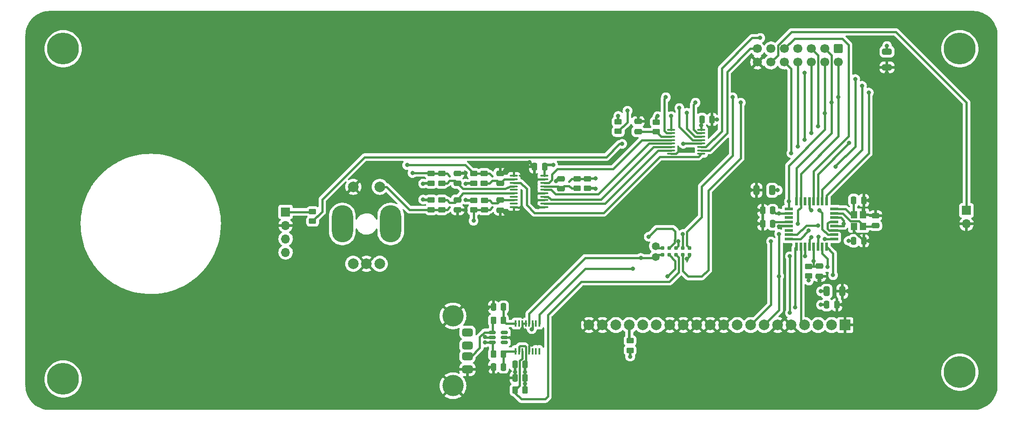
<source format=gbr>
%TF.GenerationSoftware,KiCad,Pcbnew,(6.0.7-1)-1*%
%TF.CreationDate,2022-12-08T22:36:40-08:00*%
%TF.ProjectId,Control,436f6e74-726f-46c2-9e6b-696361645f70,1.1*%
%TF.SameCoordinates,Original*%
%TF.FileFunction,Copper,L1,Top*%
%TF.FilePolarity,Positive*%
%FSLAX46Y46*%
G04 Gerber Fmt 4.6, Leading zero omitted, Abs format (unit mm)*
G04 Created by KiCad (PCBNEW (6.0.7-1)-1) date 2022-12-08 22:36:40*
%MOMM*%
%LPD*%
G01*
G04 APERTURE LIST*
G04 Aperture macros list*
%AMRoundRect*
0 Rectangle with rounded corners*
0 $1 Rounding radius*
0 $2 $3 $4 $5 $6 $7 $8 $9 X,Y pos of 4 corners*
0 Add a 4 corners polygon primitive as box body*
4,1,4,$2,$3,$4,$5,$6,$7,$8,$9,$2,$3,0*
0 Add four circle primitives for the rounded corners*
1,1,$1+$1,$2,$3*
1,1,$1+$1,$4,$5*
1,1,$1+$1,$6,$7*
1,1,$1+$1,$8,$9*
0 Add four rect primitives between the rounded corners*
20,1,$1+$1,$2,$3,$4,$5,0*
20,1,$1+$1,$4,$5,$6,$7,0*
20,1,$1+$1,$6,$7,$8,$9,0*
20,1,$1+$1,$8,$9,$2,$3,0*%
G04 Aperture macros list end*
%TA.AperFunction,SMDPad,CuDef*%
%ADD10RoundRect,0.250000X0.250000X0.475000X-0.250000X0.475000X-0.250000X-0.475000X0.250000X-0.475000X0*%
%TD*%
%TA.AperFunction,SMDPad,CuDef*%
%ADD11RoundRect,0.250000X0.475000X-0.250000X0.475000X0.250000X-0.475000X0.250000X-0.475000X-0.250000X0*%
%TD*%
%TA.AperFunction,SMDPad,CuDef*%
%ADD12RoundRect,0.250000X-0.250000X-0.475000X0.250000X-0.475000X0.250000X0.475000X-0.250000X0.475000X0*%
%TD*%
%TA.AperFunction,SMDPad,CuDef*%
%ADD13RoundRect,0.250000X-0.325000X-0.650000X0.325000X-0.650000X0.325000X0.650000X-0.325000X0.650000X0*%
%TD*%
%TA.AperFunction,SMDPad,CuDef*%
%ADD14RoundRect,0.250000X0.325000X0.650000X-0.325000X0.650000X-0.325000X-0.650000X0.325000X-0.650000X0*%
%TD*%
%TA.AperFunction,SMDPad,CuDef*%
%ADD15RoundRect,0.393700X0.000000X0.000000X0.000000X0.000000X0.000000X0.000000X0.000000X0.000000X0*%
%TD*%
%TA.AperFunction,ComponentPad*%
%ADD16C,1.485900*%
%TD*%
%TA.AperFunction,ComponentPad*%
%ADD17RoundRect,0.250000X-0.600000X0.600000X-0.600000X-0.600000X0.600000X-0.600000X0.600000X0.600000X0*%
%TD*%
%TA.AperFunction,ComponentPad*%
%ADD18C,1.700000*%
%TD*%
%TA.AperFunction,SMDPad,CuDef*%
%ADD19RoundRect,0.250000X0.450000X-0.262500X0.450000X0.262500X-0.450000X0.262500X-0.450000X-0.262500X0*%
%TD*%
%TA.AperFunction,ComponentPad*%
%ADD20R,1.700000X1.700000*%
%TD*%
%TA.AperFunction,ComponentPad*%
%ADD21O,1.700000X1.700000*%
%TD*%
%TA.AperFunction,SMDPad,CuDef*%
%ADD22RoundRect,0.100000X-0.637500X-0.100000X0.637500X-0.100000X0.637500X0.100000X-0.637500X0.100000X0*%
%TD*%
%TA.AperFunction,SMDPad,CuDef*%
%ADD23R,1.600000X0.550000*%
%TD*%
%TA.AperFunction,SMDPad,CuDef*%
%ADD24R,0.550000X1.600000*%
%TD*%
%TA.AperFunction,SMDPad,CuDef*%
%ADD25R,1.200000X1.400000*%
%TD*%
%TA.AperFunction,SMDPad,CuDef*%
%ADD26RoundRect,0.250000X-0.650000X0.325000X-0.650000X-0.325000X0.650000X-0.325000X0.650000X0.325000X0*%
%TD*%
%TA.AperFunction,ComponentPad*%
%ADD27RoundRect,0.375000X-0.625000X0.375000X-0.625000X-0.375000X0.625000X-0.375000X0.625000X0.375000X0*%
%TD*%
%TA.AperFunction,ComponentPad*%
%ADD28C,4.000000*%
%TD*%
%TA.AperFunction,SMDPad,CuDef*%
%ADD29RoundRect,0.250000X-0.262500X-0.450000X0.262500X-0.450000X0.262500X0.450000X-0.262500X0.450000X0*%
%TD*%
%TA.AperFunction,SMDPad,CuDef*%
%ADD30R,0.400000X1.200000*%
%TD*%
%TA.AperFunction,SMDPad,CuDef*%
%ADD31RoundRect,0.150000X0.512500X0.150000X-0.512500X0.150000X-0.512500X-0.150000X0.512500X-0.150000X0*%
%TD*%
%TA.AperFunction,ComponentPad*%
%ADD32C,0.800000*%
%TD*%
%TA.AperFunction,ComponentPad*%
%ADD33C,6.000000*%
%TD*%
%TA.AperFunction,SMDPad,CuDef*%
%ADD34RoundRect,0.250000X-0.475000X0.250000X-0.475000X-0.250000X0.475000X-0.250000X0.475000X0.250000X0*%
%TD*%
%TA.AperFunction,SMDPad,CuDef*%
%ADD35RoundRect,0.250000X-0.450000X0.262500X-0.450000X-0.262500X0.450000X-0.262500X0.450000X0.262500X0*%
%TD*%
%TA.AperFunction,SMDPad,CuDef*%
%ADD36R,0.250000X0.360000*%
%TD*%
%TA.AperFunction,ComponentPad*%
%ADD37O,4.000000X7.000000*%
%TD*%
%TA.AperFunction,ComponentPad*%
%ADD38C,2.000000*%
%TD*%
%TA.AperFunction,ComponentPad*%
%ADD39R,2.000000X2.000000*%
%TD*%
%TA.AperFunction,ViaPad*%
%ADD40C,0.800000*%
%TD*%
%TA.AperFunction,Conductor*%
%ADD41C,0.381000*%
%TD*%
%TA.AperFunction,Conductor*%
%ADD42C,0.508000*%
%TD*%
G04 APERTURE END LIST*
D10*
%TO.P,C3,1*%
%TO.N,GND*%
X181925000Y-81915000D03*
%TO.P,C3,2*%
%TO.N,+3V0*%
X180025000Y-81915000D03*
%TD*%
%TO.P,C5,1*%
%TO.N,GND*%
X205420000Y-116840000D03*
%TO.P,C5,2*%
%TO.N,+3V0*%
X203520000Y-116840000D03*
%TD*%
D11*
%TO.P,C7,1*%
%TO.N,XTAL1*%
X212725000Y-101915000D03*
%TO.P,C7,2*%
%TO.N,GND*%
X212725000Y-100015000D03*
%TD*%
D10*
%TO.P,C8,1*%
%TO.N,GND*%
X210500000Y-97155000D03*
%TO.P,C8,2*%
%TO.N,XTAL2*%
X208600000Y-97155000D03*
%TD*%
%TO.P,C9,1*%
%TO.N,Net-(C9-Pad1)*%
X193355000Y-101600000D03*
%TO.P,C9,2*%
%TO.N,GND*%
X191455000Y-101600000D03*
%TD*%
D12*
%TO.P,C11,1*%
%TO.N,GND*%
X191455000Y-99060000D03*
%TO.P,C11,2*%
%TO.N,+3V0*%
X193355000Y-99060000D03*
%TD*%
D13*
%TO.P,C13,1*%
%TO.N,+3V0*%
X203503000Y-114300000D03*
%TO.P,C13,2*%
%TO.N,GND*%
X206453000Y-114300000D03*
%TD*%
D14*
%TO.P,C14,1*%
%TO.N,+3V0*%
X193245000Y-95250000D03*
%TO.P,C14,2*%
%TO.N,GND*%
X190295000Y-95250000D03*
%TD*%
D15*
%TO.P,ISP1,1,MOSI*%
%TO.N,MOSI*%
X177670351Y-106146351D03*
%TO.P,ISP1,2,VCC*%
%TO.N,+3V0*%
X176400351Y-106146351D03*
%TO.P,ISP1,3,GND*%
%TO.N,GND*%
X175130351Y-106146351D03*
%TO.P,ISP1,4,TXD*%
%TO.N,RXD*%
X173860351Y-106146351D03*
D16*
%TO.P,ISP1,5,RST*%
%TO.N,RESET*%
X171320351Y-105765351D03*
D15*
X172590351Y-106146351D03*
D16*
%TO.P,ISP1,6,RXD*%
%TO.N,TXD*%
X171320351Y-107797351D03*
D15*
X172590351Y-107416351D03*
%TO.P,ISP1,7,SCK*%
%TO.N,SCK*%
X173860351Y-107416351D03*
%TO.P,ISP1,8,GND*%
%TO.N,ISP*%
X175130351Y-107416351D03*
%TO.P,ISP1,9,MISO*%
%TO.N,MISO*%
X176400351Y-107416351D03*
%TO.P,ISP1,10,GND*%
%TO.N,GND*%
X177670351Y-107416351D03*
%TD*%
D17*
%TO.P,MCU1,1,Pin_1*%
%TO.N,+3V0*%
X205740000Y-68580000D03*
D18*
%TO.P,MCU1,2,Pin_2*%
%TO.N,MOSI*%
X205740000Y-71120000D03*
%TO.P,MCU1,3,Pin_3*%
%TO.N,MISO*%
X203200000Y-68580000D03*
%TO.P,MCU1,4,Pin_4*%
%TO.N,SCK*%
X203200000Y-71120000D03*
%TO.P,MCU1,5,Pin_5*%
%TO.N,CS_LASER*%
X200660000Y-68580000D03*
%TO.P,MCU1,6,Pin_6*%
%TO.N,RST_LASER*%
X200660000Y-71120000D03*
%TO.P,MCU1,7,Pin_7*%
%TO.N,TMP_LASER*%
X198120000Y-68580000D03*
%TO.P,MCU1,8,Pin_8*%
%TO.N,CS_TEC_SET*%
X198120000Y-71120000D03*
%TO.P,MCU1,9,Pin_9*%
%TO.N,CS_TEC_READ*%
X195580000Y-68580000D03*
%TO.P,MCU1,10,Pin_10*%
%TO.N,TEC_ENABLE*%
X195580000Y-71120000D03*
%TO.P,MCU1,11,Pin_11*%
%TO.N,CS_CHARGE*%
X193040000Y-68580000D03*
%TO.P,MCU1,12,Pin_12*%
%TO.N,INTERLOCK_SW*%
X193040000Y-71120000D03*
%TO.P,MCU1,13,Pin_13*%
%TO.N,INTERLOCK_EN*%
X190500000Y-68580000D03*
%TO.P,MCU1,14,Pin_14*%
%TO.N,GND*%
X190500000Y-71120000D03*
%TD*%
D19*
%TO.P,R1,1*%
%TO.N,Net-(C16-Pad2)*%
X171450000Y-84224500D03*
%TO.P,R1,2*%
%TO.N,+3V0*%
X171450000Y-82399500D03*
%TD*%
%TO.P,R3,1*%
%TO.N,+3V0*%
X200152000Y-111402500D03*
%TO.P,R3,2*%
%TO.N,RESET*%
X200152000Y-109577500D03*
%TD*%
D20*
%TO.P,SW2,1,A*%
%TO.N,INTERLOCK_SW*%
X229870000Y-99060000D03*
D21*
%TO.P,SW2,2,B*%
%TO.N,GND*%
X229870000Y-101600000D03*
%TD*%
D22*
%TO.P,U1,1,~{CS}*%
%TO.N,CS_BUTTONS*%
X174175500Y-83831000D03*
%TO.P,U1,2,SI*%
%TO.N,MOSI*%
X174175500Y-84481000D03*
%TO.P,U1,3,~{RESET}*%
%TO.N,Net-(C16-Pad2)*%
X174175500Y-85131000D03*
%TO.P,U1,4,P0*%
%TO.N,ENC_A*%
X174175500Y-85781000D03*
%TO.P,U1,5,P1*%
%TO.N,ENC_B*%
X174175500Y-86431000D03*
%TO.P,U1,6,P2*%
%TO.N,ENC_SEL*%
X174175500Y-87081000D03*
%TO.P,U1,7,P3*%
%TO.N,FIRE_MOM*%
X174175500Y-87731000D03*
%TO.P,U1,8,GND*%
%TO.N,GND*%
X174175500Y-88381000D03*
%TO.P,U1,9,P4*%
%TO.N,FIRE_LATCH*%
X179900500Y-88381000D03*
%TO.P,U1,10,P5*%
%TO.N,INTERLOCK_EN*%
X179900500Y-87731000D03*
%TO.P,U1,11,P6*%
%TO.N,TMP_LASER*%
X179900500Y-87081000D03*
%TO.P,U1,12,P7*%
%TO.N,FIRE_LED*%
X179900500Y-86431000D03*
%TO.P,U1,13,~{IRQ}*%
%TO.N,BUTTON_IRQ*%
X179900500Y-85781000D03*
%TO.P,U1,14,SCL*%
%TO.N,SCK*%
X179900500Y-85131000D03*
%TO.P,U1,15,SO*%
%TO.N,MISO*%
X179900500Y-84481000D03*
%TO.P,U1,16,VCC*%
%TO.N,+3V0*%
X179900500Y-83831000D03*
%TD*%
D23*
%TO.P,U4,1,PD3*%
%TO.N,LED_R*%
X204910000Y-104400000D03*
%TO.P,U4,2,PD4*%
%TO.N,CS_CHARGE*%
X204910000Y-103600000D03*
%TO.P,U4,3,GND*%
%TO.N,GND*%
X204910000Y-102800000D03*
%TO.P,U4,4,VCC*%
%TO.N,+3V0*%
X204910000Y-102000000D03*
%TO.P,U4,5,GND*%
%TO.N,GND*%
X204910000Y-101200000D03*
%TO.P,U4,6,VCC*%
%TO.N,+3V0*%
X204910000Y-100400000D03*
%TO.P,U4,7,XTAL1/PB6*%
%TO.N,XTAL1*%
X204910000Y-99600000D03*
%TO.P,U4,8,XTAL2/PB7*%
%TO.N,XTAL2*%
X204910000Y-98800000D03*
D24*
%TO.P,U4,9,PD5*%
%TO.N,LED_G*%
X203460000Y-97350000D03*
%TO.P,U4,10,PD6*%
%TO.N,LED_B*%
X202660000Y-97350000D03*
%TO.P,U4,11,PD7*%
%TO.N,BUTTON_IRQ*%
X201860000Y-97350000D03*
%TO.P,U4,12,PB0*%
%TO.N,CS_TEC_READ*%
X201060000Y-97350000D03*
%TO.P,U4,13,PB1*%
%TO.N,CS_TEC_SET*%
X200260000Y-97350000D03*
%TO.P,U4,14,PB2*%
%TO.N,unconnected-(U4-Pad14)*%
X199460000Y-97350000D03*
%TO.P,U4,15,PB3*%
%TO.N,MOSI*%
X198660000Y-97350000D03*
%TO.P,U4,16,PB4*%
%TO.N,MISO*%
X197860000Y-97350000D03*
D23*
%TO.P,U4,17,PB5*%
%TO.N,SCK*%
X196410000Y-98800000D03*
%TO.P,U4,18,AVCC*%
%TO.N,+3V0*%
X196410000Y-99600000D03*
%TO.P,U4,19,ADC6*%
%TO.N,unconnected-(U4-Pad19)*%
X196410000Y-100400000D03*
%TO.P,U4,20,AREF*%
%TO.N,Net-(C9-Pad1)*%
X196410000Y-101200000D03*
%TO.P,U4,21,GND*%
%TO.N,GND*%
X196410000Y-102000000D03*
%TO.P,U4,22,ADC7*%
%TO.N,unconnected-(U4-Pad22)*%
X196410000Y-102800000D03*
%TO.P,U4,23,PC0*%
%TO.N,CS_LASER*%
X196410000Y-103600000D03*
%TO.P,U4,24,PC1*%
%TO.N,RST_LASER*%
X196410000Y-104400000D03*
D24*
%TO.P,U4,25,PC2*%
%TO.N,DISP_CS*%
X197860000Y-105850000D03*
%TO.P,U4,26,PC3*%
%TO.N,DISP_DC*%
X198660000Y-105850000D03*
%TO.P,U4,27,PC4*%
%TO.N,DISP_RES*%
X199460000Y-105850000D03*
%TO.P,U4,28,PC5*%
%TO.N,TEC_ENABLE*%
X200260000Y-105850000D03*
%TO.P,U4,29,~{RESET}/PC6*%
%TO.N,RESET*%
X201060000Y-105850000D03*
%TO.P,U4,30,PD0*%
%TO.N,RXD*%
X201860000Y-105850000D03*
%TO.P,U4,31,PD1*%
%TO.N,TXD*%
X202660000Y-105850000D03*
%TO.P,U4,32,PD2*%
%TO.N,CS_BUTTONS*%
X203460000Y-105850000D03*
%TD*%
D25*
%TO.P,Y1,1,1*%
%TO.N,XTAL1*%
X210400000Y-102065000D03*
%TO.P,Y1,2,2*%
%TO.N,GND*%
X210400000Y-99865000D03*
%TO.P,Y1,3,3*%
%TO.N,XTAL2*%
X208700000Y-99865000D03*
%TO.P,Y1,4,4*%
%TO.N,GND*%
X208700000Y-102065000D03*
%TD*%
D12*
%TO.P,C15,1*%
%TO.N,+3V0*%
X208600000Y-104775000D03*
%TO.P,C15,2*%
%TO.N,GND*%
X210500000Y-104775000D03*
%TD*%
D26*
%TO.P,C12,1*%
%TO.N,+3V0*%
X214884000Y-69137000D03*
%TO.P,C12,2*%
%TO.N,GND*%
X214884000Y-72087000D03*
%TD*%
D27*
%TO.P,USB1,1,VBUS*%
%TO.N,Net-(U5-Pad5)*%
X135844000Y-122013000D03*
%TO.P,USB1,2,D-*%
%TO.N,Net-(R7-Pad1)*%
X135844000Y-124513000D03*
%TO.P,USB1,3,D+*%
%TO.N,Net-(R6-Pad1)*%
X135844000Y-126513000D03*
%TO.P,USB1,4,GND*%
%TO.N,GND*%
X135844000Y-129013000D03*
D28*
%TO.P,USB1,5,Shield*%
X133134000Y-132083000D03*
X133134000Y-118943000D03*
%TD*%
D29*
%TO.P,R2,1*%
%TO.N,ISP*%
X144837500Y-132879000D03*
%TO.P,R2,2*%
%TO.N,+3V0*%
X146662500Y-132879000D03*
%TD*%
%TO.P,R6,1*%
%TO.N,Net-(R6-Pad1)*%
X140773500Y-119798000D03*
%TO.P,R6,2*%
%TO.N,USBD_P*%
X142598500Y-119798000D03*
%TD*%
D30*
%TO.P,U2,1,TXD*%
%TO.N,RXD*%
X149369500Y-120373000D03*
%TO.P,U2,2,~{RTS}*%
%TO.N,unconnected-(U2-Pad2)*%
X148734500Y-120373000D03*
%TO.P,U2,3,VCCIO*%
%TO.N,+3V0*%
X148099500Y-120373000D03*
%TO.P,U2,4,RXD*%
%TO.N,TXD*%
X147464500Y-120373000D03*
%TO.P,U2,5,GND*%
%TO.N,GND*%
X146829500Y-120373000D03*
%TO.P,U2,6,~{CTS}*%
X146194500Y-120373000D03*
%TO.P,U2,7,CBUS2*%
%TO.N,unconnected-(U2-Pad7)*%
X145559500Y-120373000D03*
%TO.P,U2,8,USBDP*%
%TO.N,USBD_P*%
X144924500Y-120373000D03*
%TO.P,U2,9,USBDM*%
%TO.N,USBD_N*%
X144924500Y-125573000D03*
%TO.P,U2,10,3V3OUT*%
%TO.N,+3V0*%
X145559500Y-125573000D03*
%TO.P,U2,11,~{RESET}*%
%TO.N,ISP*%
X146194500Y-125573000D03*
%TO.P,U2,12,VCC*%
%TO.N,+3V0*%
X146829500Y-125573000D03*
%TO.P,U2,13,GND*%
%TO.N,GND*%
X147464500Y-125573000D03*
%TO.P,U2,14,CBUS1*%
%TO.N,unconnected-(U2-Pad14)*%
X148099500Y-125573000D03*
%TO.P,U2,15,CBUS0*%
%TO.N,unconnected-(U2-Pad15)*%
X148734500Y-125573000D03*
%TO.P,U2,16,CBUS3*%
%TO.N,unconnected-(U2-Pad16)*%
X149369500Y-125573000D03*
%TD*%
D31*
%TO.P,U5,1,IO1*%
%TO.N,unconnected-(U5-Pad1)*%
X142823500Y-123923000D03*
%TO.P,U5,2,GND*%
%TO.N,GND*%
X142823500Y-122973000D03*
%TO.P,U5,3,IO2*%
%TO.N,unconnected-(U5-Pad3)*%
X142823500Y-122023000D03*
%TO.P,U5,4,IO3*%
%TO.N,Net-(R6-Pad1)*%
X140548500Y-122023000D03*
%TO.P,U5,5,VDD*%
%TO.N,Net-(U5-Pad5)*%
X140548500Y-122973000D03*
%TO.P,U5,6,IO4*%
%TO.N,Net-(R7-Pad1)*%
X140548500Y-123923000D03*
%TD*%
D29*
%TO.P,R7,1*%
%TO.N,Net-(R7-Pad1)*%
X140773500Y-126148000D03*
%TO.P,R7,2*%
%TO.N,USBD_N*%
X142598500Y-126148000D03*
%TD*%
D10*
%TO.P,C6,1*%
%TO.N,+3V0*%
X146700000Y-130593000D03*
%TO.P,C6,2*%
%TO.N,GND*%
X144800000Y-130593000D03*
%TD*%
%TO.P,C2,1*%
%TO.N,USBD_P*%
X142636000Y-117258000D03*
%TO.P,C2,2*%
%TO.N,GND*%
X140736000Y-117258000D03*
%TD*%
%TO.P,C4,1*%
%TO.N,+3V0*%
X146700000Y-128053000D03*
%TO.P,C4,2*%
%TO.N,GND*%
X144800000Y-128053000D03*
%TD*%
%TO.P,C1,1*%
%TO.N,USBD_N*%
X142636000Y-128561000D03*
%TO.P,C1,2*%
%TO.N,GND*%
X140736000Y-128561000D03*
%TD*%
D32*
%TO.P,H1,1,1*%
%TO.N,unconnected-(H1-Pad1)*%
X61940000Y-68580000D03*
X59690000Y-66330000D03*
X61280990Y-70170990D03*
X58099010Y-70170990D03*
X61280990Y-66989010D03*
D33*
X59690000Y-68580000D03*
D32*
X59690000Y-70830000D03*
X58099010Y-66989010D03*
X57440000Y-68580000D03*
%TD*%
%TO.P,H2,1,1*%
%TO.N,unconnected-(H2-Pad1)*%
X227009010Y-70170990D03*
X230190990Y-66989010D03*
X230850000Y-68580000D03*
X228600000Y-70830000D03*
D33*
X228600000Y-68580000D03*
D32*
X227009010Y-66989010D03*
X230190990Y-70170990D03*
X226350000Y-68580000D03*
X228600000Y-66330000D03*
%TD*%
%TO.P,H3,1,1*%
%TO.N,unconnected-(H3-Pad1)*%
X61280990Y-132400990D03*
X61940000Y-130810000D03*
X59690000Y-133060000D03*
X57440000Y-130810000D03*
X59690000Y-128560000D03*
X58099010Y-129219010D03*
X58099010Y-132400990D03*
X61280990Y-129219010D03*
D33*
X59690000Y-130810000D03*
%TD*%
D32*
%TO.P,H4,1,1*%
%TO.N,unconnected-(H4-Pad1)*%
X230850000Y-129540000D03*
X228600000Y-127290000D03*
X230190990Y-127949010D03*
X230190990Y-131130990D03*
D33*
X228600000Y-129540000D03*
D32*
X227009010Y-127949010D03*
X228600000Y-131790000D03*
X227009010Y-131130990D03*
X226350000Y-129540000D03*
%TD*%
D34*
%TO.P,C16,1*%
%TO.N,GND*%
X168000000Y-82300000D03*
%TO.P,C16,2*%
%TO.N,Net-(C16-Pad2)*%
X168000000Y-84200000D03*
%TD*%
D35*
%TO.P,R4,1*%
%TO.N,+3V0*%
X164250000Y-82337500D03*
%TO.P,R4,2*%
%TO.N,CS_BUTTONS*%
X164250000Y-84162500D03*
%TD*%
%TO.P,R5,1*%
%TO.N,DISP_CS*%
X166500000Y-123587500D03*
%TO.P,R5,2*%
%TO.N,+3V0*%
X166500000Y-125412500D03*
%TD*%
%TO.P,R19,1*%
%TO.N,ENC_B_SW*%
X129000000Y-92087500D03*
%TO.P,R19,2*%
%TO.N,+3V0*%
X129000000Y-93912500D03*
%TD*%
D19*
%TO.P,R11,1*%
%TO.N,FIRE_LED*%
X106680000Y-101092000D03*
%TO.P,R11,2*%
%TO.N,Net-(R11-Pad2)*%
X106680000Y-99267000D03*
%TD*%
D35*
%TO.P,R21,1*%
%TO.N,ENC_A_SW*%
X137000000Y-92087500D03*
%TO.P,R21,2*%
%TO.N,+3V0*%
X137000000Y-93912500D03*
%TD*%
%TO.P,R18,1*%
%TO.N,ENC_B_SW*%
X131000000Y-92087500D03*
%TO.P,R18,2*%
%TO.N,Net-(C20-Pad1)*%
X131000000Y-93912500D03*
%TD*%
D36*
%TO.P,D6,1,K*%
%TO.N,Net-(C21-Pad1)*%
X140494000Y-93420000D03*
%TO.P,D6,2,A*%
%TO.N,ENC_A_SW*%
X140494000Y-92580000D03*
%TD*%
D12*
%TO.P,C22,1*%
%TO.N,GND*%
X148495000Y-90840000D03*
%TO.P,C22,2*%
%TO.N,+3V0*%
X150395000Y-90840000D03*
%TD*%
D34*
%TO.P,C19,1*%
%TO.N,Net-(C19-Pad1)*%
X134000000Y-97050000D03*
%TO.P,C19,2*%
%TO.N,GND*%
X134000000Y-98950000D03*
%TD*%
%TO.P,C18,1*%
%TO.N,Net-(C18-Pad1)*%
X142050000Y-97100000D03*
%TO.P,C18,2*%
%TO.N,GND*%
X142050000Y-99000000D03*
%TD*%
D19*
%TO.P,R15,1*%
%TO.N,FIRE_MOM_SW*%
X137050000Y-98962500D03*
%TO.P,R15,2*%
%TO.N,+3V0*%
X137050000Y-97137500D03*
%TD*%
D36*
%TO.P,D4,1,K*%
%TO.N,Net-(C19-Pad1)*%
X132500000Y-97580000D03*
%TO.P,D4,2,A*%
%TO.N,ENC_SEL_SW*%
X132500000Y-98420000D03*
%TD*%
D11*
%TO.P,C21,1*%
%TO.N,Net-(C21-Pad1)*%
X142000000Y-93950000D03*
%TO.P,C21,2*%
%TO.N,GND*%
X142000000Y-92050000D03*
%TD*%
D36*
%TO.P,D2,1,K*%
%TO.N,Net-(C10-Pad1)*%
X155000000Y-94420000D03*
%TO.P,D2,2,A*%
%TO.N,FIRE_LATCH_SW*%
X155000000Y-93580000D03*
%TD*%
D19*
%TO.P,R16,1*%
%TO.N,ENC_SEL_SW*%
X131000000Y-98912500D03*
%TO.P,R16,2*%
%TO.N,Net-(C19-Pad1)*%
X131000000Y-97087500D03*
%TD*%
D22*
%TO.P,U3,1,1OE*%
%TO.N,GND*%
X144607500Y-92545000D03*
%TO.P,U3,2,1A0*%
%TO.N,Net-(C21-Pad1)*%
X144607500Y-93195000D03*
%TO.P,U3,3,2Y0*%
%TO.N,FIRE_LATCH*%
X144607500Y-93845000D03*
%TO.P,U3,4,1A1*%
%TO.N,Net-(C20-Pad1)*%
X144607500Y-94495000D03*
%TO.P,U3,5,2Y1*%
%TO.N,unconnected-(U3-Pad5)*%
X144607500Y-95145000D03*
%TO.P,U3,6,1A2*%
%TO.N,Net-(C19-Pad1)*%
X144607500Y-95795000D03*
%TO.P,U3,7,2Y2*%
%TO.N,unconnected-(U3-Pad7)*%
X144607500Y-96445000D03*
%TO.P,U3,8,1A3*%
%TO.N,Net-(C18-Pad1)*%
X144607500Y-97095000D03*
%TO.P,U3,9,2Y3*%
%TO.N,unconnected-(U3-Pad9)*%
X144607500Y-97745000D03*
%TO.P,U3,10,GND*%
%TO.N,GND*%
X144607500Y-98395000D03*
%TO.P,U3,11,2A3*%
X150332500Y-98395000D03*
%TO.P,U3,12,1Y3*%
%TO.N,FIRE_MOM*%
X150332500Y-97745000D03*
%TO.P,U3,13,2A2*%
%TO.N,GND*%
X150332500Y-97095000D03*
%TO.P,U3,14,1Y2*%
%TO.N,ENC_SEL*%
X150332500Y-96445000D03*
%TO.P,U3,15,2A1*%
%TO.N,GND*%
X150332500Y-95795000D03*
%TO.P,U3,16,1Y1*%
%TO.N,ENC_B*%
X150332500Y-95145000D03*
%TO.P,U3,17,2A0*%
%TO.N,Net-(C10-Pad1)*%
X150332500Y-94495000D03*
%TO.P,U3,18,1Y0*%
%TO.N,ENC_A*%
X150332500Y-93845000D03*
%TO.P,U3,19,2OE*%
%TO.N,GND*%
X150332500Y-93195000D03*
%TO.P,U3,20,VCC*%
%TO.N,+3V0*%
X150332500Y-92545000D03*
%TD*%
D11*
%TO.P,C10,1*%
%TO.N,Net-(C10-Pad1)*%
X153500000Y-95000000D03*
%TO.P,C10,2*%
%TO.N,GND*%
X153500000Y-93100000D03*
%TD*%
D36*
%TO.P,D5,1,K*%
%TO.N,Net-(C20-Pad1)*%
X132500000Y-93420000D03*
%TO.P,D5,2,A*%
%TO.N,ENC_B_SW*%
X132500000Y-92580000D03*
%TD*%
D35*
%TO.P,R20,1*%
%TO.N,ENC_A_SW*%
X138970000Y-92087500D03*
%TO.P,R20,2*%
%TO.N,Net-(C21-Pad1)*%
X138970000Y-93912500D03*
%TD*%
D20*
%TO.P,SW3,1,Pin_1*%
%TO.N,Net-(R11-Pad2)*%
X101600000Y-99324000D03*
D21*
%TO.P,SW3,2,Pin_2*%
%TO.N,GND*%
X101600000Y-101864000D03*
%TO.P,SW3,3,Pin_3*%
%TO.N,FIRE_LATCH_SW*%
X101600000Y-104404000D03*
%TO.P,SW3,4,Pin_4*%
%TO.N,FIRE_MOM_SW*%
X101600000Y-106944000D03*
%TD*%
D11*
%TO.P,C20,1*%
%TO.N,Net-(C20-Pad1)*%
X134000000Y-93950000D03*
%TO.P,C20,2*%
%TO.N,GND*%
X134000000Y-92050000D03*
%TD*%
D19*
%TO.P,R14,1*%
%TO.N,FIRE_MOM_SW*%
X139050000Y-98962500D03*
%TO.P,R14,2*%
%TO.N,Net-(C18-Pad1)*%
X139050000Y-97137500D03*
%TD*%
D34*
%TO.P,C17,1*%
%TO.N,RESET*%
X202184000Y-109540000D03*
%TO.P,C17,2*%
%TO.N,GND*%
X202184000Y-111440000D03*
%TD*%
D36*
%TO.P,D3,1,K*%
%TO.N,Net-(C18-Pad1)*%
X140550000Y-97630000D03*
%TO.P,D3,2,A*%
%TO.N,FIRE_MOM_SW*%
X140550000Y-98470000D03*
%TD*%
D19*
%TO.P,R17,1*%
%TO.N,ENC_SEL_SW*%
X129000000Y-98912500D03*
%TO.P,R17,2*%
%TO.N,+3V0*%
X129000000Y-97087500D03*
%TD*%
D35*
%TO.P,R12,1*%
%TO.N,FIRE_LATCH_SW*%
X156500000Y-93087500D03*
%TO.P,R12,2*%
%TO.N,Net-(C10-Pad1)*%
X156500000Y-94912500D03*
%TD*%
%TO.P,R13,1*%
%TO.N,FIRE_LATCH_SW*%
X158500000Y-93087500D03*
%TO.P,R13,2*%
%TO.N,+3V0*%
X158500000Y-94912500D03*
%TD*%
D37*
%TO.P,SW1,*%
%TO.N,*%
X121390000Y-101600000D03*
X112290000Y-101600000D03*
D38*
%TO.P,SW1,A,A*%
%TO.N,ENC_A_SW*%
X119340000Y-109100000D03*
%TO.P,SW1,B,B*%
%TO.N,ENC_B_SW*%
X114340000Y-109100000D03*
%TO.P,SW1,C,C*%
%TO.N,GND*%
X116840000Y-109100000D03*
%TO.P,SW1,S1,S1*%
%TO.N,ENC_SEL_SW*%
X119340000Y-94600000D03*
%TO.P,SW1,S2,S2*%
%TO.N,GND*%
X114340000Y-94600000D03*
%TD*%
D39*
%TO.P,DISP1,1,VSS*%
%TO.N,GND*%
X207010000Y-120650000D03*
D38*
%TO.P,DISP1,2,VDD*%
%TO.N,+3V0*%
X204470000Y-120650000D03*
%TO.P,DISP1,3,NC*%
%TO.N,unconnected-(DISP1-Pad3)*%
X201930000Y-120650000D03*
%TO.P,DISP1,4,D/C*%
%TO.N,DISP_DC*%
X199390000Y-120650000D03*
%TO.P,DISP1,5,VSS*%
%TO.N,GND*%
X196850000Y-120650000D03*
%TO.P,DISP1,6,VSS*%
X194310000Y-120650000D03*
%TO.P,DISP1,7,SCLK*%
%TO.N,SCK*%
X191770000Y-120650000D03*
%TO.P,DISP1,8,SDIN*%
%TO.N,MOSI*%
X189230000Y-120650000D03*
%TO.P,DISP1,9,NC*%
%TO.N,unconnected-(DISP1-Pad9)*%
X186690000Y-120650000D03*
%TO.P,DISP1,10,VSS*%
%TO.N,GND*%
X184150000Y-120650000D03*
%TO.P,DISP1,11,VSS*%
X181610000Y-120650000D03*
%TO.P,DISP1,12,VSS*%
X179070000Y-120650000D03*
%TO.P,DISP1,13,VSS*%
X176530000Y-120650000D03*
%TO.P,DISP1,14,VSS*%
X173990000Y-120650000D03*
%TO.P,DISP1,15,NC*%
%TO.N,unconnected-(DISP1-Pad15)*%
X171450000Y-120650000D03*
%TO.P,DISP1,16,~{RES}*%
%TO.N,DISP_RES*%
X168910000Y-120650000D03*
%TO.P,DISP1,17,~{CS}*%
%TO.N,DISP_CS*%
X166370000Y-120650000D03*
%TO.P,DISP1,18,NC*%
%TO.N,unconnected-(DISP1-Pad18)*%
X163830000Y-120650000D03*
%TO.P,DISP1,19,BS1*%
%TO.N,GND*%
X161290000Y-120650000D03*
%TO.P,DISP1,20,BS0*%
X158750000Y-120650000D03*
%TD*%
D40*
%TO.N,GND*%
X146170546Y-121414467D03*
X139700000Y-117475000D03*
X147955000Y-124369798D03*
X144145000Y-123190000D03*
X144800000Y-129520000D03*
X139700000Y-128905000D03*
X149130000Y-98460000D03*
X175592822Y-104876351D03*
X177162351Y-108178351D03*
X143000000Y-99500000D03*
X135500000Y-92000000D03*
X211455000Y-104775000D03*
X147500000Y-90000000D03*
X148495000Y-95285000D03*
X143000000Y-91500000D03*
X189230000Y-95250000D03*
X144685000Y-91475000D03*
X214884000Y-73152000D03*
X211455000Y-97155000D03*
X182880000Y-81915000D03*
X152500000Y-93500000D03*
X206502000Y-116840000D03*
X207518000Y-114300000D03*
X146000000Y-98500000D03*
X206756000Y-103632000D03*
X202184000Y-112268000D03*
X74295000Y-74930000D03*
X148495000Y-97190000D03*
X190500000Y-99060000D03*
X148495000Y-92745000D03*
X175895000Y-87630000D03*
X135500000Y-99000000D03*
X190500000Y-101600000D03*
X194564000Y-102108000D03*
X168000000Y-81250000D03*
%TO.N,+3V0*%
X146700000Y-129525000D03*
X147967741Y-121431254D03*
X160000000Y-95000000D03*
X127500000Y-97000000D03*
X135550000Y-97050000D03*
X171704000Y-81280000D03*
X166500000Y-126587500D03*
X207645000Y-104775000D03*
X194310000Y-95250000D03*
X202438000Y-116840000D03*
X179900500Y-82989500D03*
X194532000Y-99600000D03*
X176422351Y-103500000D03*
X200152000Y-112268000D03*
X214884000Y-68072000D03*
X135500000Y-94000000D03*
X202438000Y-114300000D03*
X206756000Y-101600000D03*
X164250000Y-81250000D03*
X152000000Y-90500000D03*
X146700000Y-131684000D03*
X127500000Y-94000000D03*
%TO.N,DISP_CS*%
X197612000Y-117348000D03*
%TO.N,DISP_RES*%
X199450500Y-107696000D03*
X196596000Y-118364000D03*
X196596000Y-107696000D03*
%TO.N,SCK*%
X194564000Y-103500000D03*
X194564000Y-111436000D03*
X173500000Y-111500000D03*
X196410000Y-97350000D03*
X177165000Y-80645000D03*
X203200000Y-80772000D03*
%TO.N,MOSI*%
X198120000Y-101600000D03*
X173228000Y-77724000D03*
X185801000Y-77724000D03*
X193040000Y-104902003D03*
X205740000Y-77724000D03*
%TO.N,MISO*%
X178816000Y-78740000D03*
X187325000Y-78740000D03*
X204440501Y-78740000D03*
%TO.N,RXD*%
X167000000Y-110000000D03*
X202000000Y-104000000D03*
X170000000Y-104000000D03*
%TO.N,TXD*%
X203708000Y-109728000D03*
X168500000Y-108000000D03*
%TO.N,RESET*%
X201060000Y-108604000D03*
%TO.N,TEC_ENABLE*%
X196850000Y-88265000D03*
X200660000Y-104140000D03*
%TO.N,CS_TEC_SET*%
X200660000Y-99060000D03*
X198120000Y-86995000D03*
%TO.N,RST_LASER*%
X200660000Y-84455000D03*
X200152000Y-102870000D03*
%TO.N,CS_CHARGE*%
X199390000Y-85725000D03*
X199390000Y-73152000D03*
X202184008Y-99060000D03*
%TO.N,TMP_LASER*%
X191008000Y-66548000D03*
%TO.N,CS_LASER*%
X201908687Y-101875313D03*
X201900501Y-83155501D03*
%TO.N,LED_R*%
X203200000Y-104449998D03*
X208915004Y-74295000D03*
X205232000Y-90805000D03*
%TO.N,LED_G*%
X211455000Y-76835000D03*
%TO.N,LED_B*%
X210185000Y-75565000D03*
%TO.N,ENC_A_SW*%
X124500000Y-90500000D03*
%TO.N,ENC_B_SW*%
X125500000Y-92000000D03*
%TO.N,FIRE_LATCH_SW*%
X160000000Y-93000000D03*
%TO.N,FIRE_MOM_SW*%
X137000000Y-101000000D03*
%TO.N,BUTTON_IRQ*%
X207772000Y-86360000D03*
X175768000Y-79756000D03*
%TO.N,CS_BUTTONS*%
X174244000Y-81280000D03*
X204724000Y-111252000D03*
X166000000Y-80250000D03*
%TO.N,Net-(R7-Pad1)*%
X139192000Y-123952000D03*
%TO.N,Net-(U5-Pad5)*%
X139192000Y-122936000D03*
%TO.N,FIRE_LED*%
X176500000Y-86500000D03*
X165000000Y-86500000D03*
%TD*%
D41*
%TO.N,FIRE_LATCH_SW*%
X158587500Y-93000000D02*
X158500000Y-93087500D01*
X160000000Y-93000000D02*
X158587500Y-93000000D01*
%TO.N,ENC_A*%
X150332500Y-93845000D02*
X151155000Y-93845000D01*
X151155000Y-93845000D02*
X151759500Y-93240500D01*
X151759500Y-93240500D02*
X151759500Y-92240500D01*
X151759500Y-92240500D02*
X152759500Y-91240500D01*
X152759500Y-91240500D02*
X163259500Y-91240500D01*
X163259500Y-91240500D02*
X168719000Y-85781000D01*
X168719000Y-85781000D02*
X174175500Y-85781000D01*
D42*
%TO.N,GND*%
X152500000Y-93500000D02*
X152900000Y-93100000D01*
X152900000Y-93100000D02*
X153500000Y-93100000D01*
D41*
%TO.N,ENC_B*%
X150332500Y-95145000D02*
X151614953Y-95145000D01*
X151614953Y-95145000D02*
X152469953Y-96000000D01*
X152469953Y-96000000D02*
X160523613Y-96000000D01*
X170092613Y-86431000D02*
X174175500Y-86431000D01*
X160523613Y-96000000D02*
X170092613Y-86431000D01*
%TO.N,ENC_SEL*%
X150332500Y-96445000D02*
X151042961Y-96445000D01*
X151042961Y-96445000D02*
X151597961Y-97000000D01*
X151597961Y-97000000D02*
X161000000Y-97000000D01*
X161000000Y-97000000D02*
X170919000Y-87081000D01*
X170919000Y-87081000D02*
X174175500Y-87081000D01*
%TO.N,FIRE_MOM*%
X150332500Y-97745000D02*
X161755000Y-97745000D01*
X161755000Y-97745000D02*
X171769000Y-87731000D01*
X171769000Y-87731000D02*
X174175500Y-87731000D01*
%TO.N,FIRE_LATCH*%
X179900500Y-88381000D02*
X179360000Y-88921500D01*
X161500000Y-99500000D02*
X148500000Y-99500000D01*
X145845000Y-93845000D02*
X144607500Y-93845000D01*
X179360000Y-88921500D02*
X172078500Y-88921500D01*
X172078500Y-88921500D02*
X161500000Y-99500000D01*
X147000000Y-98000000D02*
X147000000Y-95000000D01*
X148500000Y-99500000D02*
X147000000Y-98000000D01*
X147000000Y-95000000D02*
X145845000Y-93845000D01*
D42*
%TO.N,GND*%
X144800000Y-130593000D02*
X144800000Y-129520000D01*
X144800000Y-129520000D02*
X144800000Y-128053000D01*
D41*
X146194500Y-121390513D02*
X146170546Y-121414467D01*
X146194500Y-120373000D02*
X146194500Y-121390513D01*
X139917000Y-117258000D02*
X139700000Y-117475000D01*
X140736000Y-117258000D02*
X139917000Y-117258000D01*
X147464500Y-125573000D02*
X147464500Y-124592000D01*
X147686702Y-124369798D02*
X147955000Y-124369798D01*
X147464500Y-124592000D02*
X147686702Y-124369798D01*
X142786000Y-122973000D02*
X143928000Y-122973000D01*
X143928000Y-122973000D02*
X144145000Y-123190000D01*
X140044000Y-128561000D02*
X139700000Y-128905000D01*
X140736000Y-128561000D02*
X140044000Y-128561000D01*
X146194500Y-120373000D02*
X146829500Y-120373000D01*
X210400000Y-99865000D02*
X212575000Y-99865000D01*
D42*
X191455000Y-101600000D02*
X190500000Y-101600000D01*
X142000000Y-92050000D02*
X142450000Y-92050000D01*
X190295000Y-95250000D02*
X189230000Y-95250000D01*
X206453000Y-114300000D02*
X207518000Y-114300000D01*
D41*
X210500000Y-99765000D02*
X210400000Y-99865000D01*
X175592822Y-104876351D02*
X175592822Y-105683880D01*
X175895000Y-87630000D02*
X175144000Y-88381000D01*
X175592822Y-105683880D02*
X175130351Y-106146351D01*
X150332500Y-93195000D02*
X148945000Y-93195000D01*
X148945000Y-93195000D02*
X148495000Y-92745000D01*
X175144000Y-88381000D02*
X174175500Y-88381000D01*
X210500000Y-104775000D02*
X211455000Y-104775000D01*
X212575000Y-99865000D02*
X212725000Y-100015000D01*
X149130000Y-98460000D02*
X150332500Y-98395000D01*
X205924000Y-102800000D02*
X206756000Y-103632000D01*
X202184000Y-111440000D02*
X202184000Y-112268000D01*
X150332500Y-97095000D02*
X148590000Y-97095000D01*
X144607500Y-91552500D02*
X144685000Y-91475000D01*
X203708000Y-102485902D02*
X203708000Y-101514098D01*
X204022098Y-101200000D02*
X204910000Y-101200000D01*
D42*
X135500000Y-99000000D02*
X134450000Y-98950000D01*
X142450000Y-92050000D02*
X143000000Y-91500000D01*
D41*
X208700000Y-102065000D02*
X208700000Y-102975000D01*
D42*
X196410000Y-102000000D02*
X194672000Y-102000000D01*
X214884000Y-72087000D02*
X214884000Y-73152000D01*
X205420000Y-116840000D02*
X206502000Y-116840000D01*
X182880000Y-81915000D02*
X181925000Y-81915000D01*
X148340000Y-90840000D02*
X147500000Y-90000000D01*
D41*
X148620000Y-95795000D02*
X150332500Y-95795000D01*
D42*
X135500000Y-92000000D02*
X134000000Y-92050000D01*
D41*
X204910000Y-102800000D02*
X205924000Y-102800000D01*
X203708000Y-101514098D02*
X204022098Y-101200000D01*
X210500000Y-97155000D02*
X210500000Y-99765000D01*
X177162351Y-108178351D02*
X177670351Y-107670351D01*
X177670351Y-107670351D02*
X177670351Y-107416351D01*
X148495000Y-95285000D02*
X148620000Y-95795000D01*
D42*
X168000000Y-82300000D02*
X168000000Y-81250000D01*
X148495000Y-90840000D02*
X148340000Y-90840000D01*
X134450000Y-98950000D02*
X134000000Y-98950000D01*
D41*
X204910000Y-102800000D02*
X204022098Y-102800000D01*
X204022098Y-102800000D02*
X203708000Y-102485902D01*
X210500000Y-97155000D02*
X211455000Y-97155000D01*
D42*
X191455000Y-99060000D02*
X190500000Y-99060000D01*
D41*
X146000000Y-98500000D02*
X144607500Y-98395000D01*
X144607500Y-92545000D02*
X144607500Y-91552500D01*
D42*
X194672000Y-102000000D02*
X194564000Y-102108000D01*
X142050000Y-99000000D02*
X143000000Y-99500000D01*
D41*
X210400000Y-100167902D02*
X210400000Y-99865000D01*
X208700000Y-102975000D02*
X210500000Y-104775000D01*
X148590000Y-97095000D02*
X148495000Y-97190000D01*
%TO.N,USBD_N*%
X144924500Y-125573000D02*
X143173500Y-125573000D01*
X143173500Y-125573000D02*
X142598500Y-126148000D01*
X142598500Y-128523500D02*
X142636000Y-128561000D01*
X142598500Y-126148000D02*
X142598500Y-128523500D01*
%TO.N,USBD_P*%
X142598500Y-119798000D02*
X142598500Y-117295500D01*
X142598500Y-117295500D02*
X142636000Y-117258000D01*
X144924500Y-120373000D02*
X143173500Y-120373000D01*
X143173500Y-120373000D02*
X142598500Y-119798000D01*
%TO.N,+3V0*%
X194532000Y-99600000D02*
X193895000Y-99600000D01*
X179900500Y-82989500D02*
X179900500Y-82039500D01*
X146829500Y-126855500D02*
X146829500Y-127923500D01*
X146829500Y-127923500D02*
X146700000Y-128053000D01*
X146829500Y-125573000D02*
X146829500Y-126855500D01*
D42*
X146700000Y-129525000D02*
X146700000Y-130593000D01*
X146700000Y-128053000D02*
X146700000Y-129525000D01*
X146700000Y-130593000D02*
X146700000Y-131684000D01*
X146700000Y-132841500D02*
X146662500Y-132879000D01*
D41*
X179900500Y-83831000D02*
X179900500Y-82989500D01*
X179900500Y-82039500D02*
X180025000Y-81915000D01*
D42*
X150395000Y-90840000D02*
X150735000Y-90500000D01*
X164250000Y-82337500D02*
X164250000Y-81250000D01*
X127587500Y-97087500D02*
X127500000Y-97000000D01*
D41*
X204910000Y-102000000D02*
X206756000Y-102000000D01*
X176422351Y-104346351D02*
X176400351Y-104368351D01*
X145722099Y-124632499D02*
X145559500Y-124795098D01*
X206184951Y-100400000D02*
X204910000Y-100400000D01*
D42*
X137000000Y-93912500D02*
X135587500Y-93912500D01*
X200152000Y-112268000D02*
X200152000Y-111402500D01*
X127587500Y-93912500D02*
X127500000Y-94000000D01*
X171450000Y-81534000D02*
X171704000Y-81280000D01*
D41*
X148099500Y-121299495D02*
X148099500Y-120373000D01*
X208600000Y-104775000D02*
X207645000Y-104775000D01*
X145559500Y-124795098D02*
X145559500Y-125573000D01*
X206756000Y-102000000D02*
X206756000Y-101600000D01*
D42*
X150735000Y-90500000D02*
X152000000Y-90500000D01*
D41*
X150332500Y-92545000D02*
X150332500Y-90902500D01*
D42*
X158500000Y-94912500D02*
X159912500Y-94912500D01*
X129000000Y-93912500D02*
X127587500Y-93912500D01*
D41*
X147967741Y-121431254D02*
X148099500Y-121299495D01*
X146829500Y-125573000D02*
X146829500Y-124795098D01*
X150332500Y-90902500D02*
X150395000Y-90840000D01*
D42*
X129000000Y-97087500D02*
X127587500Y-97087500D01*
D41*
X176422351Y-103500000D02*
X176422351Y-104346351D01*
D42*
X203520000Y-116840000D02*
X202438000Y-116840000D01*
D41*
X146829500Y-124795098D02*
X146666901Y-124632499D01*
D42*
X137050000Y-97137500D02*
X135637500Y-97137500D01*
X214884000Y-69137000D02*
X214884000Y-68072000D01*
X135637500Y-97137500D02*
X135550000Y-97050000D01*
X166500000Y-126587500D02*
X166500000Y-125412500D01*
X203503000Y-114300000D02*
X202438000Y-114300000D01*
D41*
X196410000Y-99600000D02*
X194532000Y-99600000D01*
X146666901Y-124632499D02*
X145722099Y-124632499D01*
D42*
X146700000Y-131684000D02*
X146700000Y-132841500D01*
X135587500Y-93912500D02*
X135500000Y-94000000D01*
D41*
X176400351Y-104368351D02*
X176400351Y-106146351D01*
D42*
X159912500Y-94912500D02*
X160000000Y-95000000D01*
X171450000Y-82399500D02*
X171450000Y-81534000D01*
D41*
X193895000Y-99600000D02*
X193355000Y-99060000D01*
X206756000Y-100971049D02*
X206184951Y-100400000D01*
D42*
X193245000Y-95250000D02*
X194310000Y-95250000D01*
D41*
X206756000Y-101600000D02*
X206756000Y-100971049D01*
%TO.N,XTAL1*%
X206522098Y-99600000D02*
X207946597Y-101024499D01*
X209572401Y-101024499D02*
X210400000Y-101852098D01*
X210400000Y-102065000D02*
X212575000Y-102065000D01*
X210400000Y-101852098D02*
X210400000Y-102065000D01*
X212575000Y-102065000D02*
X212725000Y-101915000D01*
X207946597Y-101024499D02*
X209572401Y-101024499D01*
X204910000Y-99600000D02*
X206522098Y-99600000D01*
%TO.N,XTAL2*%
X204910000Y-98800000D02*
X207065500Y-98800000D01*
X208130500Y-99865000D02*
X208700000Y-99865000D01*
X208600000Y-97155000D02*
X208600000Y-99765000D01*
X208600000Y-99765000D02*
X208700000Y-99865000D01*
X207065500Y-98800000D02*
X208130500Y-99865000D01*
%TO.N,Net-(C9-Pad1)*%
X193355000Y-101600000D02*
X193755000Y-101200000D01*
X193755000Y-101200000D02*
X196410000Y-101200000D01*
D42*
%TO.N,DISP_CS*%
X166500000Y-123587500D02*
X166370000Y-123457500D01*
D41*
X197612000Y-106098000D02*
X197612000Y-117348000D01*
D42*
X166370000Y-123457500D02*
X166370000Y-120650000D01*
D41*
X197860000Y-105850000D02*
X197612000Y-106098000D01*
%TO.N,DISP_RES*%
X196596000Y-118364000D02*
X196596000Y-107696000D01*
X199460000Y-105850000D02*
X199460000Y-107686500D01*
X199460000Y-107686500D02*
X199450500Y-107696000D01*
%TO.N,DISP_DC*%
X198660000Y-119920000D02*
X199390000Y-120650000D01*
X198660000Y-105850000D02*
X198660000Y-119920000D01*
%TO.N,SCK*%
X175000000Y-110000000D02*
X173500000Y-111500000D01*
X191770000Y-120650000D02*
X194564000Y-117856000D01*
X175000000Y-108556000D02*
X175000000Y-110000000D01*
X203200000Y-80772000D02*
X203200000Y-71120000D01*
X178666088Y-85131000D02*
X177165000Y-83629912D01*
X203200000Y-83820000D02*
X196410000Y-90610000D01*
X194564000Y-117856000D02*
X194564000Y-111436000D01*
X194564000Y-111436000D02*
X194564000Y-103500000D01*
X179900500Y-85131000D02*
X178666088Y-85131000D01*
X173860351Y-107416351D02*
X175000000Y-108556000D01*
X177165000Y-83629912D02*
X177165000Y-80645000D01*
X196410000Y-90610000D02*
X196410000Y-97350000D01*
X196410000Y-98800000D02*
X196410000Y-97350000D01*
X203200000Y-80772000D02*
X203200000Y-83820000D01*
%TO.N,MOSI*%
X177162351Y-103098351D02*
X180000000Y-100260702D01*
X172955001Y-77996999D02*
X172955001Y-84041689D01*
X198660000Y-98520000D02*
X198120000Y-99060000D01*
X173394312Y-84481000D02*
X174175500Y-84481000D01*
X198120000Y-99060000D02*
X198120000Y-101600000D01*
X193040000Y-116840000D02*
X193040000Y-104902003D01*
X180000000Y-94500000D02*
X185801000Y-88699000D01*
X172955001Y-84041689D02*
X173394312Y-84481000D01*
X198660000Y-97350000D02*
X198660000Y-92170000D01*
X177162351Y-105638351D02*
X177162351Y-103098351D01*
X198660000Y-97350000D02*
X198660000Y-98520000D01*
X205740000Y-77724000D02*
X205740000Y-71120000D01*
X198660000Y-92170000D02*
X205740000Y-85090000D01*
X205740000Y-85090000D02*
X205740000Y-77724000D01*
X173228000Y-77724000D02*
X172955001Y-77996999D01*
X185801000Y-88699000D02*
X185801000Y-77724000D01*
X180000000Y-100260702D02*
X180000000Y-94500000D01*
X189230000Y-120650000D02*
X193040000Y-116840000D01*
X177670351Y-106146351D02*
X177162351Y-105638351D01*
%TO.N,MISO*%
X204440501Y-78515499D02*
X204440501Y-81055499D01*
X181226351Y-110273649D02*
X181226351Y-95273649D01*
X197860000Y-91065000D02*
X204440501Y-84484499D01*
X187325000Y-89175000D02*
X187325000Y-78740000D01*
X204440501Y-69820501D02*
X204440501Y-78515499D01*
X179119312Y-84481000D02*
X179900500Y-84481000D01*
X180000000Y-111500000D02*
X181226351Y-110273649D01*
X181226351Y-95273649D02*
X187325000Y-89175000D01*
X178435000Y-83796688D02*
X179119312Y-84481000D01*
X177436000Y-111500000D02*
X180000000Y-111500000D01*
X176400351Y-107416351D02*
X176400351Y-110464351D01*
X178435000Y-79121000D02*
X178435000Y-83796688D01*
X203200000Y-68580000D02*
X204440501Y-69820501D01*
X197860000Y-97350000D02*
X197860000Y-91065000D01*
X176400351Y-110464351D02*
X177436000Y-111500000D01*
X204440501Y-84484499D02*
X204440501Y-81055499D01*
X178816000Y-78740000D02*
X178435000Y-79121000D01*
%TO.N,ISP*%
X146194500Y-125573000D02*
X146194500Y-126923154D01*
X145693710Y-127423944D02*
X145693710Y-132022790D01*
X146194500Y-126923154D02*
X145693710Y-127423944D01*
X145693710Y-132022790D02*
X144837500Y-132879000D01*
X150495000Y-134620000D02*
X151000000Y-134115000D01*
X151000000Y-118750000D02*
X157250000Y-112500000D01*
X175638351Y-107924351D02*
X175130351Y-107416351D01*
X144837500Y-132879000D02*
X144837500Y-133460750D01*
X175638351Y-110718351D02*
X175638351Y-107924351D01*
X145996750Y-134620000D02*
X150495000Y-134620000D01*
X173856702Y-112500000D02*
X175638351Y-110718351D01*
X144837500Y-133460750D02*
X145996750Y-134620000D01*
X151000000Y-134115000D02*
X151000000Y-118750000D01*
X157250000Y-112500000D02*
X173856702Y-112500000D01*
%TO.N,RXD*%
X173860351Y-106146351D02*
X174852322Y-105154380D01*
X201860000Y-104140000D02*
X202000000Y-104000000D01*
X174500000Y-102500000D02*
X171500000Y-102500000D01*
X149369500Y-118630500D02*
X149369500Y-120373000D01*
X174852322Y-105154380D02*
X174852322Y-104569625D01*
X158000000Y-110000000D02*
X149369500Y-118630500D01*
X174852322Y-104569625D02*
X175000000Y-104421947D01*
X171500000Y-102500000D02*
X170000000Y-104000000D01*
X175000000Y-103000000D02*
X174500000Y-102500000D01*
X175000000Y-104421947D02*
X175000000Y-103000000D01*
X167000000Y-110000000D02*
X158000000Y-110000000D01*
X201860000Y-105850000D02*
X201860000Y-104140000D01*
%TO.N,TXD*%
X202660000Y-107156000D02*
X202660000Y-105850000D01*
X203708000Y-109728000D02*
X203708000Y-108204000D01*
X168500000Y-108000000D02*
X171117702Y-108000000D01*
X147464500Y-118535500D02*
X158000000Y-108000000D01*
X158000000Y-108000000D02*
X168500000Y-108000000D01*
X203708000Y-108204000D02*
X202660000Y-107156000D01*
X147464500Y-120373000D02*
X147464500Y-118535500D01*
X171701351Y-107416351D02*
X171320351Y-107797351D01*
X171117702Y-108000000D02*
X171320351Y-107797351D01*
X172590351Y-107416351D02*
X171701351Y-107416351D01*
%TO.N,RESET*%
X201060000Y-105850000D02*
X201060000Y-108604000D01*
X200934500Y-109577500D02*
X200152000Y-109577500D01*
X171701351Y-106146351D02*
X171320351Y-105765351D01*
X200152000Y-109577500D02*
X202146500Y-109577500D01*
X201060000Y-109452000D02*
X200934500Y-109577500D01*
X202146500Y-109577500D02*
X202184000Y-109540000D01*
X172590351Y-106146351D02*
X171701351Y-106146351D01*
X201060000Y-108604000D02*
X201060000Y-109452000D01*
%TO.N,INTERLOCK_SW*%
X196919058Y-65405000D02*
X216535000Y-65405000D01*
X194339499Y-69820501D02*
X194339499Y-69180177D01*
X194336299Y-67983023D02*
X194983023Y-67336299D01*
X194987759Y-67336299D02*
X196919058Y-65405000D01*
X194339499Y-69180177D02*
X194336299Y-69176977D01*
X216535000Y-65405000D02*
X229870000Y-78740000D01*
X194983023Y-67336299D02*
X194987759Y-67336299D01*
X229870000Y-78740000D02*
X229870000Y-99060000D01*
X194336299Y-69176977D02*
X194336299Y-67983023D01*
X193040000Y-71120000D02*
X194339499Y-69820501D01*
%TO.N,TEC_ENABLE*%
X200260000Y-104540000D02*
X200260000Y-105850000D01*
X196850000Y-72390000D02*
X196850000Y-88265000D01*
X195580000Y-71120000D02*
X196850000Y-72390000D01*
X200660000Y-104140000D02*
X200260000Y-104540000D01*
%TO.N,CS_TEC_SET*%
X200260000Y-97350000D02*
X200260001Y-98660001D01*
X198120000Y-71120000D02*
X198120000Y-86995000D01*
X200260001Y-98660001D02*
X200660000Y-99060000D01*
%TO.N,RST_LASER*%
X200660000Y-71120000D02*
X200660000Y-84455000D01*
X198622000Y-104400000D02*
X200152000Y-102870000D01*
X196410000Y-104400000D02*
X198622000Y-104400000D01*
%TO.N,INTERLOCK_EN*%
X189103000Y-68580000D02*
X190500000Y-68580000D01*
X184759499Y-72923501D02*
X189103000Y-68580000D01*
X181519000Y-87731000D02*
X184759499Y-84490501D01*
X179900500Y-87731000D02*
X181519000Y-87731000D01*
X184759499Y-84490501D02*
X184759499Y-72923501D01*
%TO.N,CS_CHARGE*%
X199390000Y-73152000D02*
X199390000Y-85725000D01*
X202692000Y-102563000D02*
X202692000Y-99567992D01*
X202692000Y-99567992D02*
X202184008Y-99060000D01*
X203729000Y-103600000D02*
X202692000Y-102563000D01*
X204910000Y-103600000D02*
X203729000Y-103600000D01*
%TO.N,CS_TEC_READ*%
X206475410Y-66675000D02*
X207645000Y-67844590D01*
X207645000Y-85090000D02*
X201060000Y-91675000D01*
X201060000Y-91675000D02*
X201060000Y-97350000D01*
X195580000Y-68580000D02*
X197485000Y-66675000D01*
X197485000Y-66675000D02*
X206475410Y-66675000D01*
X207645000Y-67844590D02*
X207645000Y-85090000D01*
%TO.N,TMP_LASER*%
X179900500Y-87081000D02*
X180758056Y-87081000D01*
X183750000Y-84089056D02*
X183750000Y-72282000D01*
X189484000Y-66548000D02*
X191008000Y-66548000D01*
X183750000Y-72282000D02*
X189484000Y-66548000D01*
X180758056Y-87081000D02*
X183750000Y-84089056D01*
%TO.N,CS_LASER*%
X200660000Y-68580000D02*
X201900501Y-69820501D01*
X197948028Y-103600000D02*
X199672715Y-101875313D01*
X199672715Y-101875313D02*
X201908687Y-101875313D01*
X196410000Y-103600000D02*
X197948028Y-103600000D01*
X201900501Y-69820501D02*
X201900501Y-83155501D01*
%TO.N,LED_R*%
X205232000Y-90678000D02*
X208915004Y-86994996D01*
X208915004Y-86994996D02*
X208915004Y-74295000D01*
X204910000Y-104400000D02*
X203249998Y-104400000D01*
X203249998Y-104400000D02*
X203200000Y-104449998D01*
X205232000Y-90805000D02*
X205232000Y-90678000D01*
%TO.N,LED_G*%
X203460000Y-97350000D02*
X203460000Y-96260000D01*
X211455000Y-88265000D02*
X211455000Y-76835000D01*
X203460000Y-96260000D02*
X211455000Y-88265000D01*
%TO.N,LED_B*%
X202660000Y-95155000D02*
X210185000Y-87630000D01*
X202660000Y-97350000D02*
X202660000Y-95155000D01*
X210185000Y-87630000D02*
X210185000Y-75565000D01*
%TO.N,ENC_SEL_SW*%
X131000000Y-98912500D02*
X132007500Y-98912500D01*
X124912500Y-98912500D02*
X120600000Y-94600000D01*
X129000000Y-98912500D02*
X131000000Y-98912500D01*
X129000000Y-98912500D02*
X124912500Y-98912500D01*
X120600000Y-94600000D02*
X119340000Y-94600000D01*
X132007500Y-98912500D02*
X132500000Y-98420000D01*
%TO.N,ENC_A_SW*%
X140001500Y-92087500D02*
X140494000Y-92580000D01*
X135412500Y-90500000D02*
X137000000Y-92087500D01*
X124500000Y-90500000D02*
X135412500Y-90500000D01*
X137000000Y-92087500D02*
X138970000Y-92087500D01*
X138970000Y-92087500D02*
X140001500Y-92087500D01*
%TO.N,ENC_B_SW*%
X129000000Y-92087500D02*
X131000000Y-92087500D01*
X128912500Y-92000000D02*
X129000000Y-92087500D01*
X125500000Y-92000000D02*
X128912500Y-92000000D01*
X131000000Y-92087500D02*
X132007500Y-92087500D01*
X132007500Y-92087500D02*
X132500000Y-92580000D01*
%TO.N,FIRE_LATCH_SW*%
X158500000Y-93087500D02*
X156500000Y-93087500D01*
X156500000Y-93087500D02*
X155492500Y-93087500D01*
X155492500Y-93087500D02*
X155000000Y-93580000D01*
%TO.N,FIRE_MOM_SW*%
X137000000Y-101000000D02*
X137000000Y-99012500D01*
X137000000Y-99012500D02*
X137050000Y-98962500D01*
X137050000Y-98962500D02*
X139050000Y-98962500D01*
X140057500Y-98962500D02*
X140550000Y-98470000D01*
X139050000Y-98962500D02*
X140057500Y-98962500D01*
%TO.N,BUTTON_IRQ*%
X175768000Y-79756000D02*
X175768000Y-83312000D01*
X175768000Y-83312000D02*
X178237000Y-85781000D01*
X201860000Y-97350000D02*
X201860000Y-92272000D01*
X201860000Y-92272000D02*
X207772000Y-86360000D01*
X178237000Y-85781000D02*
X179900500Y-85781000D01*
%TO.N,CS_BUTTONS*%
X166000000Y-82412500D02*
X166000000Y-80250000D01*
X204724000Y-107114000D02*
X203460000Y-105850000D01*
X174244000Y-83762500D02*
X174175500Y-83831000D01*
X204724000Y-111252000D02*
X204724000Y-107114000D01*
X164250000Y-84162500D02*
X166000000Y-82412500D01*
X174244000Y-81280000D02*
X174244000Y-83762500D01*
%TO.N,Net-(R6-Pad1)*%
X139058465Y-122023000D02*
X138176000Y-122905465D01*
X136631000Y-126513000D02*
X135844000Y-126513000D01*
X138176000Y-122905465D02*
X138176000Y-124968000D01*
X140586000Y-122023000D02*
X139058465Y-122023000D01*
X140586000Y-119985500D02*
X140773500Y-119798000D01*
X140586000Y-122023000D02*
X140586000Y-119985500D01*
X138176000Y-124968000D02*
X136631000Y-126513000D01*
%TO.N,Net-(R7-Pad1)*%
X140586000Y-125960500D02*
X140773500Y-126148000D01*
X140586000Y-123923000D02*
X140586000Y-125960500D01*
X140586000Y-123923000D02*
X139221000Y-123923000D01*
X139221000Y-123923000D02*
X139192000Y-123952000D01*
%TO.N,Net-(U5-Pad5)*%
X140586000Y-122973000D02*
X139229000Y-122973000D01*
X139229000Y-122973000D02*
X139192000Y-122936000D01*
%TO.N,Net-(C16-Pad2)*%
X171425500Y-84200000D02*
X171450000Y-84224500D01*
X168000000Y-84200000D02*
X171425500Y-84200000D01*
X174175500Y-85131000D02*
X172356500Y-85131000D01*
X172356500Y-85131000D02*
X171450000Y-84224500D01*
%TO.N,FIRE_LED*%
X108500000Y-99272000D02*
X106680000Y-101092000D01*
X162000000Y-89000000D02*
X116500000Y-89000000D01*
X176569000Y-86431000D02*
X176500000Y-86500000D01*
X165000000Y-86500000D02*
X164500000Y-86500000D01*
X179900500Y-86431000D02*
X176569000Y-86431000D01*
X164500000Y-86500000D02*
X162000000Y-89000000D01*
X108500000Y-97000000D02*
X108500000Y-99272000D01*
X116500000Y-89000000D02*
X108500000Y-97000000D01*
%TO.N,Net-(R11-Pad2)*%
X106623000Y-99324000D02*
X106680000Y-99267000D01*
X101600000Y-99324000D02*
X106623000Y-99324000D01*
%TO.N,Net-(C10-Pad1)*%
X152995000Y-94495000D02*
X150332500Y-94495000D01*
X156500000Y-94912500D02*
X155492500Y-94912500D01*
X155492500Y-94912500D02*
X155000000Y-94420000D01*
X153500000Y-95000000D02*
X152995000Y-94495000D01*
X155000000Y-94420000D02*
X154080000Y-94420000D01*
X154080000Y-94420000D02*
X153500000Y-95000000D01*
%TO.N,Net-(C18-Pad1)*%
X141520000Y-97630000D02*
X142050000Y-97100000D01*
X140550000Y-97630000D02*
X141520000Y-97630000D01*
X142050000Y-97100000D02*
X144602500Y-97100000D01*
X139050000Y-97137500D02*
X140057500Y-97137500D01*
X144602500Y-97100000D02*
X144607500Y-97095000D01*
X140057500Y-97137500D02*
X140550000Y-97630000D01*
%TO.N,Net-(C19-Pad1)*%
X132500000Y-97580000D02*
X133470000Y-97580000D01*
X133470000Y-97580000D02*
X134000000Y-97050000D01*
X131000000Y-97087500D02*
X132007500Y-97087500D01*
X144607500Y-95795000D02*
X135000000Y-95795000D01*
X135000000Y-95795000D02*
X134000000Y-97050000D01*
X132007500Y-97087500D02*
X132500000Y-97580000D01*
%TO.N,Net-(C20-Pad1)*%
X133470000Y-93420000D02*
X134000000Y-93950000D01*
X132007500Y-93912500D02*
X132500000Y-93420000D01*
X135000000Y-95000000D02*
X134000000Y-93950000D01*
X144607500Y-94495000D02*
X143897039Y-94495000D01*
X143897039Y-94495000D02*
X143000000Y-95000000D01*
X132500000Y-93420000D02*
X133470000Y-93420000D01*
X143000000Y-95000000D02*
X135000000Y-95000000D01*
X131000000Y-93912500D02*
X132007500Y-93912500D01*
%TO.N,Net-(C21-Pad1)*%
X142755000Y-93195000D02*
X144607500Y-93195000D01*
X141470000Y-93420000D02*
X142000000Y-93950000D01*
X142000000Y-93950000D02*
X142755000Y-93195000D01*
X138970000Y-93912500D02*
X140001500Y-93912500D01*
X140001500Y-93912500D02*
X140494000Y-93420000D01*
X140494000Y-93420000D02*
X141470000Y-93420000D01*
%TD*%
%TA.AperFunction,Conductor*%
%TO.N,GND*%
G36*
X231110018Y-61470000D02*
G01*
X231124851Y-61472310D01*
X231124855Y-61472310D01*
X231133724Y-61473691D01*
X231154183Y-61471016D01*
X231176008Y-61470072D01*
X231532937Y-61485656D01*
X231543886Y-61486614D01*
X231928379Y-61537233D01*
X231939205Y-61539142D01*
X232317822Y-61623080D01*
X232328439Y-61625925D01*
X232498702Y-61679608D01*
X232698302Y-61742542D01*
X232708615Y-61746295D01*
X233066932Y-61894715D01*
X233076876Y-61899353D01*
X233420867Y-62078423D01*
X233430387Y-62083919D01*
X233757468Y-62292292D01*
X233766472Y-62298597D01*
X234074138Y-62534678D01*
X234082558Y-62541743D01*
X234368483Y-62803744D01*
X234376256Y-62811517D01*
X234638257Y-63097442D01*
X234645322Y-63105862D01*
X234881403Y-63413528D01*
X234887708Y-63422532D01*
X235096081Y-63749613D01*
X235101577Y-63759133D01*
X235280643Y-64103115D01*
X235285289Y-64113077D01*
X235433702Y-64471377D01*
X235437461Y-64481706D01*
X235554075Y-64851561D01*
X235556920Y-64862178D01*
X235640858Y-65240795D01*
X235642767Y-65251621D01*
X235693386Y-65636114D01*
X235694344Y-65647063D01*
X235708980Y-65982273D01*
X235709603Y-65996552D01*
X235708223Y-66021429D01*
X235706309Y-66033724D01*
X235707473Y-66042626D01*
X235707473Y-66042628D01*
X235710436Y-66065283D01*
X235711500Y-66081621D01*
X235711500Y-132030633D01*
X235710000Y-132050018D01*
X235707690Y-132064851D01*
X235707690Y-132064855D01*
X235706309Y-132073724D01*
X235708984Y-132094183D01*
X235709928Y-132116008D01*
X235695459Y-132447408D01*
X235694344Y-132472936D01*
X235693386Y-132483886D01*
X235642767Y-132868379D01*
X235640858Y-132879205D01*
X235556920Y-133257822D01*
X235554075Y-133268439D01*
X235506743Y-133418558D01*
X235488310Y-133477022D01*
X235437461Y-133638294D01*
X235433705Y-133648615D01*
X235316263Y-133932146D01*
X235285289Y-134006923D01*
X235280647Y-134016876D01*
X235121215Y-134323142D01*
X235101577Y-134360867D01*
X235096081Y-134370387D01*
X234887708Y-134697468D01*
X234881403Y-134706472D01*
X234645322Y-135014138D01*
X234638257Y-135022558D01*
X234381277Y-135303004D01*
X234376256Y-135308483D01*
X234368487Y-135316252D01*
X234312699Y-135367372D01*
X234082558Y-135578257D01*
X234074138Y-135585322D01*
X233766472Y-135821403D01*
X233757468Y-135827708D01*
X233430387Y-136036081D01*
X233420868Y-136041576D01*
X233076876Y-136220647D01*
X233066932Y-136225285D01*
X232708615Y-136373705D01*
X232698302Y-136377458D01*
X232498702Y-136440392D01*
X232328439Y-136494075D01*
X232317822Y-136496920D01*
X231939205Y-136580858D01*
X231928379Y-136582767D01*
X231543886Y-136633386D01*
X231532937Y-136634344D01*
X231183446Y-136649603D01*
X231158571Y-136648223D01*
X231146276Y-136646309D01*
X231137374Y-136647473D01*
X231137372Y-136647473D01*
X231122323Y-136649441D01*
X231114714Y-136650436D01*
X231098379Y-136651500D01*
X57199367Y-136651500D01*
X57179982Y-136650000D01*
X57165149Y-136647690D01*
X57165145Y-136647690D01*
X57156276Y-136646309D01*
X57135817Y-136648984D01*
X57113992Y-136649928D01*
X56757063Y-136634344D01*
X56746114Y-136633386D01*
X56361621Y-136582767D01*
X56350795Y-136580858D01*
X55972178Y-136496920D01*
X55961561Y-136494075D01*
X55791298Y-136440392D01*
X55591698Y-136377458D01*
X55581385Y-136373705D01*
X55223068Y-136225285D01*
X55213124Y-136220647D01*
X54869132Y-136041576D01*
X54859613Y-136036081D01*
X54532532Y-135827708D01*
X54523528Y-135821403D01*
X54215862Y-135585322D01*
X54207442Y-135578257D01*
X53977301Y-135367372D01*
X53921513Y-135316252D01*
X53913744Y-135308483D01*
X53908724Y-135303004D01*
X53651743Y-135022558D01*
X53644678Y-135014138D01*
X53408597Y-134706472D01*
X53402292Y-134697468D01*
X53193919Y-134370387D01*
X53188423Y-134360867D01*
X53168785Y-134323142D01*
X53009353Y-134016876D01*
X53004711Y-134006923D01*
X52973738Y-133932146D01*
X52856295Y-133648615D01*
X52852539Y-133638294D01*
X52801691Y-133477022D01*
X52783257Y-133418558D01*
X52735925Y-133268439D01*
X52733080Y-133257822D01*
X52649142Y-132879205D01*
X52647233Y-132868379D01*
X52596614Y-132483886D01*
X52595656Y-132472936D01*
X52594541Y-132447408D01*
X52580561Y-132127206D01*
X52582188Y-132100805D01*
X52582769Y-132097352D01*
X52582770Y-132097345D01*
X52583576Y-132092552D01*
X52583729Y-132080000D01*
X52579773Y-132052376D01*
X52578500Y-132034514D01*
X52578500Y-130810000D01*
X56176685Y-130810000D01*
X56195931Y-131177241D01*
X56196444Y-131180481D01*
X56196445Y-131180489D01*
X56215283Y-131299426D01*
X56253459Y-131540459D01*
X56348639Y-131895674D01*
X56349824Y-131898762D01*
X56349825Y-131898764D01*
X56389108Y-132001100D01*
X56480427Y-132238994D01*
X56481925Y-132241934D01*
X56599627Y-132472936D01*
X56647380Y-132566657D01*
X56847668Y-132875075D01*
X57079098Y-133160867D01*
X57339133Y-133420902D01*
X57624925Y-133652332D01*
X57627700Y-133654134D01*
X57925215Y-133847342D01*
X57933342Y-133852620D01*
X57936276Y-133854115D01*
X57936283Y-133854119D01*
X58236179Y-134006923D01*
X58261006Y-134019573D01*
X58604326Y-134151361D01*
X58959541Y-134246541D01*
X59152558Y-134277112D01*
X59319511Y-134303555D01*
X59319519Y-134303556D01*
X59322759Y-134304069D01*
X59690000Y-134323315D01*
X60057241Y-134304069D01*
X60060481Y-134303556D01*
X60060489Y-134303555D01*
X60227442Y-134277112D01*
X60420459Y-134246541D01*
X60775674Y-134151361D01*
X61094470Y-134028987D01*
X131552721Y-134028987D01*
X131561548Y-134040605D01*
X131784281Y-134202430D01*
X131790961Y-134206670D01*
X132060572Y-134354890D01*
X132067707Y-134358247D01*
X132353770Y-134471508D01*
X132361296Y-134473953D01*
X132659279Y-134550462D01*
X132667050Y-134551945D01*
X132972278Y-134590503D01*
X132980169Y-134591000D01*
X133287831Y-134591000D01*
X133295722Y-134590503D01*
X133600950Y-134551945D01*
X133608721Y-134550462D01*
X133906704Y-134473953D01*
X133914230Y-134471508D01*
X134200293Y-134358247D01*
X134207428Y-134354890D01*
X134477039Y-134206670D01*
X134483719Y-134202430D01*
X134706823Y-134040336D01*
X134715246Y-134029413D01*
X134708342Y-134016552D01*
X133146812Y-132455022D01*
X133132868Y-132447408D01*
X133131035Y-132447539D01*
X133124420Y-132451790D01*
X131559334Y-134016876D01*
X131552721Y-134028987D01*
X61094470Y-134028987D01*
X61118994Y-134019573D01*
X61143821Y-134006923D01*
X61443717Y-133854119D01*
X61443724Y-133854115D01*
X61446658Y-133852620D01*
X61454786Y-133847342D01*
X61752300Y-133654134D01*
X61755075Y-133652332D01*
X62040867Y-133420902D01*
X62300902Y-133160867D01*
X62532332Y-132875075D01*
X62732620Y-132566657D01*
X62780374Y-132472936D01*
X62898075Y-132241934D01*
X62899573Y-132238994D01*
X62957934Y-132086958D01*
X130621290Y-132086958D01*
X130640607Y-132393994D01*
X130641600Y-132401855D01*
X130699246Y-132704046D01*
X130701217Y-132711723D01*
X130796284Y-133004309D01*
X130799199Y-133011672D01*
X130930189Y-133290041D01*
X130934001Y-133296974D01*
X131098851Y-133556736D01*
X131103495Y-133563129D01*
X131178497Y-133653790D01*
X131191014Y-133662245D01*
X131201752Y-133656038D01*
X132761978Y-132095812D01*
X132769592Y-132081868D01*
X132769461Y-132080035D01*
X132765210Y-132073420D01*
X131202855Y-130511065D01*
X131189593Y-130503823D01*
X131179488Y-130511012D01*
X131103495Y-130602871D01*
X131098851Y-130609264D01*
X130934001Y-130869026D01*
X130930189Y-130875959D01*
X130799199Y-131154328D01*
X130796284Y-131161691D01*
X130701217Y-131454277D01*
X130699246Y-131461954D01*
X130641600Y-131764145D01*
X130640607Y-131772006D01*
X130621290Y-132079042D01*
X130621290Y-132086958D01*
X62957934Y-132086958D01*
X62990892Y-132001100D01*
X63030175Y-131898764D01*
X63030176Y-131898762D01*
X63031361Y-131895674D01*
X63126541Y-131540459D01*
X63164717Y-131299426D01*
X63183555Y-131180489D01*
X63183556Y-131180481D01*
X63184069Y-131177241D01*
X63203315Y-130810000D01*
X63184069Y-130442759D01*
X63166927Y-130334525D01*
X63153996Y-130252885D01*
X63135576Y-130136587D01*
X131552754Y-130136587D01*
X131559658Y-130149448D01*
X135065145Y-133654935D01*
X135078407Y-133662177D01*
X135088512Y-133654988D01*
X135164505Y-133563129D01*
X135169149Y-133556736D01*
X135333999Y-133296974D01*
X135337811Y-133290041D01*
X135468801Y-133011672D01*
X135471716Y-133004309D01*
X135566783Y-132711723D01*
X135568754Y-132704046D01*
X135626400Y-132401855D01*
X135627393Y-132393994D01*
X135646710Y-132086958D01*
X135646710Y-132079042D01*
X135627393Y-131772006D01*
X135626400Y-131764145D01*
X135568754Y-131461954D01*
X135566783Y-131454277D01*
X135471716Y-131161691D01*
X135468801Y-131154328D01*
X135337811Y-130875959D01*
X135333999Y-130869026D01*
X135169153Y-130609271D01*
X135164495Y-130602858D01*
X135060637Y-130477316D01*
X135032626Y-130412078D01*
X135044333Y-130342053D01*
X135092039Y-130289474D01*
X135157721Y-130271000D01*
X135571885Y-130271000D01*
X135587124Y-130266525D01*
X135588329Y-130265135D01*
X135590000Y-130257452D01*
X135590000Y-130252885D01*
X136098000Y-130252885D01*
X136102475Y-130268124D01*
X136103865Y-130269329D01*
X136111548Y-130271000D01*
X136528335Y-130271000D01*
X136533261Y-130270807D01*
X136602140Y-130265386D01*
X136613467Y-130263439D01*
X136780813Y-130218599D01*
X136793059Y-130213898D01*
X136946682Y-130135622D01*
X136957696Y-130128470D01*
X137091689Y-130019966D01*
X137100966Y-130010689D01*
X137209470Y-129876696D01*
X137216622Y-129865682D01*
X137294898Y-129712059D01*
X137299599Y-129699813D01*
X137344439Y-129532467D01*
X137346386Y-129521140D01*
X137351807Y-129452261D01*
X137352000Y-129447335D01*
X137352000Y-129285115D01*
X137347525Y-129269876D01*
X137346135Y-129268671D01*
X137338452Y-129267000D01*
X136116115Y-129267000D01*
X136100876Y-129271475D01*
X136099671Y-129272865D01*
X136098000Y-129280548D01*
X136098000Y-130252885D01*
X135590000Y-130252885D01*
X135590000Y-129285115D01*
X135585525Y-129269876D01*
X135584135Y-129268671D01*
X135576452Y-129267000D01*
X134354115Y-129267000D01*
X134338876Y-129271475D01*
X134337671Y-129272865D01*
X134336000Y-129280548D01*
X134336000Y-129447335D01*
X134336193Y-129452261D01*
X134341614Y-129521140D01*
X134343562Y-129532477D01*
X134378381Y-129662419D01*
X134376692Y-129733396D01*
X134336899Y-129792192D01*
X134271634Y-129820140D01*
X134203972Y-129809193D01*
X134203966Y-129809207D01*
X134203902Y-129809182D01*
X134203032Y-129809041D01*
X134200300Y-129807755D01*
X133914230Y-129694492D01*
X133906704Y-129692047D01*
X133608721Y-129615538D01*
X133600950Y-129614055D01*
X133295722Y-129575497D01*
X133287831Y-129575000D01*
X132980169Y-129575000D01*
X132972278Y-129575497D01*
X132667050Y-129614055D01*
X132659279Y-129615538D01*
X132361296Y-129692047D01*
X132353770Y-129694492D01*
X132067707Y-129807753D01*
X132060572Y-129811110D01*
X131790961Y-129959330D01*
X131784281Y-129963570D01*
X131561177Y-130125664D01*
X131552754Y-130136587D01*
X63135576Y-130136587D01*
X63126541Y-130079541D01*
X63031361Y-129724326D01*
X63027754Y-129714928D01*
X62950810Y-129514483D01*
X62899573Y-129381006D01*
X62844472Y-129272865D01*
X62747780Y-129083095D01*
X139728001Y-129083095D01*
X139728338Y-129089614D01*
X139738257Y-129185206D01*
X139741149Y-129198600D01*
X139792588Y-129352784D01*
X139798761Y-129365962D01*
X139884063Y-129503807D01*
X139893099Y-129515208D01*
X140007829Y-129629739D01*
X140019240Y-129638751D01*
X140157243Y-129723816D01*
X140170424Y-129729963D01*
X140324710Y-129781138D01*
X140338086Y-129784005D01*
X140432438Y-129793672D01*
X140438854Y-129794000D01*
X140463885Y-129794000D01*
X140479124Y-129789525D01*
X140480329Y-129788135D01*
X140482000Y-129780452D01*
X140482000Y-128833115D01*
X140477525Y-128817876D01*
X140476135Y-128816671D01*
X140468452Y-128815000D01*
X139746116Y-128815000D01*
X139730877Y-128819475D01*
X139729672Y-128820865D01*
X139728001Y-128828548D01*
X139728001Y-129083095D01*
X62747780Y-129083095D01*
X62734119Y-129056284D01*
X62734115Y-129056277D01*
X62732620Y-129053343D01*
X62532332Y-128744925D01*
X62300902Y-128459133D01*
X62040867Y-128199098D01*
X61755075Y-127967668D01*
X61584475Y-127856879D01*
X61449427Y-127769178D01*
X61449424Y-127769176D01*
X61446658Y-127767380D01*
X61443724Y-127765885D01*
X61443717Y-127765881D01*
X61121934Y-127601925D01*
X61118994Y-127600427D01*
X60837212Y-127492261D01*
X60778764Y-127469825D01*
X60778762Y-127469824D01*
X60775674Y-127468639D01*
X60420459Y-127373459D01*
X60222687Y-127342135D01*
X60060489Y-127316445D01*
X60060481Y-127316444D01*
X60057241Y-127315931D01*
X59690000Y-127296685D01*
X59322759Y-127315931D01*
X59319519Y-127316444D01*
X59319511Y-127316445D01*
X59157313Y-127342135D01*
X58959541Y-127373459D01*
X58604326Y-127468639D01*
X58601238Y-127469824D01*
X58601236Y-127469825D01*
X58542788Y-127492261D01*
X58261006Y-127600427D01*
X58258066Y-127601925D01*
X57936284Y-127765881D01*
X57936277Y-127765885D01*
X57933343Y-127767380D01*
X57930577Y-127769176D01*
X57930574Y-127769178D01*
X57884652Y-127799000D01*
X57624925Y-127967668D01*
X57339133Y-128199098D01*
X57079098Y-128459133D01*
X56847668Y-128744925D01*
X56647380Y-129053343D01*
X56645885Y-129056277D01*
X56645881Y-129056284D01*
X56535528Y-129272865D01*
X56480427Y-129381006D01*
X56429190Y-129514483D01*
X56352247Y-129714928D01*
X56348639Y-129724326D01*
X56253459Y-130079541D01*
X56226004Y-130252885D01*
X56213074Y-130334525D01*
X56195931Y-130442759D01*
X56176685Y-130810000D01*
X52578500Y-130810000D01*
X52578500Y-118946958D01*
X130621290Y-118946958D01*
X130640607Y-119253994D01*
X130641600Y-119261855D01*
X130699246Y-119564046D01*
X130701217Y-119571723D01*
X130796284Y-119864309D01*
X130799199Y-119871672D01*
X130930189Y-120150041D01*
X130934001Y-120156974D01*
X131098851Y-120416736D01*
X131103495Y-120423129D01*
X131178497Y-120513790D01*
X131191014Y-120522245D01*
X131201752Y-120516038D01*
X132761978Y-118955812D01*
X132769592Y-118941868D01*
X132769461Y-118940035D01*
X132765210Y-118933420D01*
X131202855Y-117371065D01*
X131189593Y-117363823D01*
X131179488Y-117371012D01*
X131103495Y-117462871D01*
X131098851Y-117469264D01*
X130934001Y-117729026D01*
X130930189Y-117735959D01*
X130799199Y-118014328D01*
X130796284Y-118021691D01*
X130701217Y-118314277D01*
X130699246Y-118321954D01*
X130641600Y-118624145D01*
X130640607Y-118632006D01*
X130621290Y-118939042D01*
X130621290Y-118946958D01*
X52578500Y-118946958D01*
X52578500Y-116996587D01*
X131552754Y-116996587D01*
X131559658Y-117009448D01*
X133121188Y-118570978D01*
X133135132Y-118578592D01*
X133136965Y-118578461D01*
X133143580Y-118574210D01*
X134708666Y-117009124D01*
X134715279Y-116997013D01*
X134706824Y-116985885D01*
X139728000Y-116985885D01*
X139732475Y-117001124D01*
X139733865Y-117002329D01*
X139741548Y-117004000D01*
X140463885Y-117004000D01*
X140479124Y-116999525D01*
X140480329Y-116998135D01*
X140482000Y-116990452D01*
X140482000Y-116043116D01*
X140477525Y-116027877D01*
X140476135Y-116026672D01*
X140468452Y-116025001D01*
X140438905Y-116025001D01*
X140432386Y-116025338D01*
X140336794Y-116035257D01*
X140323400Y-116038149D01*
X140169216Y-116089588D01*
X140156038Y-116095761D01*
X140018193Y-116181063D01*
X140006792Y-116190099D01*
X139892261Y-116304829D01*
X139883249Y-116316240D01*
X139798184Y-116454243D01*
X139792037Y-116467424D01*
X139740862Y-116621710D01*
X139737995Y-116635086D01*
X139728328Y-116729438D01*
X139728000Y-116735855D01*
X139728000Y-116985885D01*
X134706824Y-116985885D01*
X134706452Y-116985395D01*
X134483719Y-116823570D01*
X134477039Y-116819330D01*
X134207428Y-116671110D01*
X134200293Y-116667753D01*
X133914230Y-116554492D01*
X133906704Y-116552047D01*
X133608721Y-116475538D01*
X133600950Y-116474055D01*
X133295722Y-116435497D01*
X133287831Y-116435000D01*
X132980169Y-116435000D01*
X132972278Y-116435497D01*
X132667050Y-116474055D01*
X132659279Y-116475538D01*
X132361296Y-116552047D01*
X132353770Y-116554492D01*
X132067707Y-116667753D01*
X132060572Y-116671110D01*
X131790961Y-116819330D01*
X131784281Y-116823570D01*
X131561177Y-116985664D01*
X131552754Y-116996587D01*
X52578500Y-116996587D01*
X52578500Y-101553876D01*
X62986564Y-101553876D01*
X62986604Y-101555574D01*
X62986604Y-101555575D01*
X63002677Y-102237600D01*
X63003405Y-102268511D01*
X63058868Y-102981189D01*
X63059092Y-102982875D01*
X63059092Y-102982880D01*
X63097323Y-103271328D01*
X63152791Y-103689824D01*
X63153106Y-103691501D01*
X63153107Y-103691505D01*
X63174223Y-103803794D01*
X63284898Y-104392344D01*
X63285299Y-104393985D01*
X63285303Y-104394001D01*
X63445935Y-105050448D01*
X63454804Y-105086691D01*
X63508440Y-105263782D01*
X63660673Y-105766415D01*
X63662011Y-105770834D01*
X63751568Y-106017560D01*
X63905330Y-106441168D01*
X63905336Y-106441184D01*
X63905912Y-106442770D01*
X63906574Y-106444325D01*
X63906578Y-106444336D01*
X64120619Y-106947365D01*
X64185793Y-107100533D01*
X64248160Y-107227560D01*
X64474931Y-107689435D01*
X64500836Y-107742198D01*
X64850119Y-108365887D01*
X64851034Y-108367331D01*
X64851039Y-108367340D01*
X65051417Y-108683693D01*
X65232619Y-108969774D01*
X65233619Y-108971178D01*
X65233624Y-108971186D01*
X65451311Y-109276936D01*
X65647216Y-109552093D01*
X66092698Y-110111139D01*
X66093826Y-110112408D01*
X66093830Y-110112412D01*
X66532440Y-110605562D01*
X66567761Y-110645275D01*
X66795213Y-110874721D01*
X67069807Y-111151722D01*
X67069818Y-111151732D01*
X67071014Y-111152939D01*
X67072288Y-111154092D01*
X67599703Y-111631485D01*
X67599713Y-111631494D01*
X67600984Y-111632644D01*
X67602316Y-111633724D01*
X67602320Y-111633728D01*
X68137319Y-112067735D01*
X68156121Y-112082988D01*
X68157480Y-112083974D01*
X68157491Y-112083982D01*
X68414464Y-112270341D01*
X68734799Y-112502651D01*
X68736219Y-112503568D01*
X68736225Y-112503572D01*
X69333898Y-112889485D01*
X69333909Y-112889491D01*
X69335325Y-112890406D01*
X69336797Y-112891247D01*
X69336808Y-112891254D01*
X69725690Y-113113518D01*
X69955942Y-113245118D01*
X69957467Y-113245883D01*
X69957472Y-113245886D01*
X70593307Y-113564983D01*
X70593317Y-113564988D01*
X70594834Y-113565749D01*
X71250129Y-113851360D01*
X71251716Y-113851952D01*
X71251724Y-113851955D01*
X71441502Y-113922721D01*
X71919912Y-114101115D01*
X72602220Y-114314284D01*
X73295058Y-114490242D01*
X73296705Y-114490567D01*
X73296720Y-114490570D01*
X73994727Y-114628146D01*
X73994739Y-114628148D01*
X73996398Y-114628475D01*
X74704187Y-114728579D01*
X75416354Y-114790259D01*
X75418038Y-114790313D01*
X75418048Y-114790314D01*
X76129111Y-114813281D01*
X76129112Y-114813281D01*
X76130815Y-114813336D01*
X76132511Y-114813299D01*
X76132513Y-114813299D01*
X76843755Y-114797780D01*
X76843771Y-114797779D01*
X76845477Y-114797742D01*
X77325460Y-114761231D01*
X77556544Y-114743653D01*
X77556550Y-114743652D01*
X77558251Y-114743523D01*
X77817263Y-114709653D01*
X78265346Y-114651060D01*
X78265357Y-114651058D01*
X78267049Y-114650837D01*
X78385830Y-114628715D01*
X78968123Y-114520267D01*
X78968125Y-114520267D01*
X78969798Y-114519955D01*
X79149941Y-114476208D01*
X79662787Y-114351664D01*
X79662798Y-114351661D01*
X79664441Y-114351262D01*
X80348945Y-114145250D01*
X80350536Y-114144676D01*
X80350544Y-114144673D01*
X81019716Y-113903096D01*
X81021306Y-113902522D01*
X81679556Y-113623789D01*
X81945414Y-113493834D01*
X82320239Y-113310615D01*
X82320257Y-113310605D01*
X82321770Y-113309866D01*
X82946068Y-112961673D01*
X83550622Y-112580227D01*
X83737028Y-112448000D01*
X84132281Y-112167628D01*
X84132297Y-112167616D01*
X84133663Y-112166647D01*
X84134975Y-112165605D01*
X84134994Y-112165591D01*
X84692153Y-111723199D01*
X84692161Y-111723192D01*
X84693485Y-111722141D01*
X84704798Y-111712115D01*
X85227192Y-111249127D01*
X85227193Y-111249126D01*
X85228450Y-111248012D01*
X85229633Y-111246843D01*
X85229643Y-111246834D01*
X85735782Y-110746841D01*
X85735794Y-110746828D01*
X85736991Y-110745646D01*
X85743399Y-110738592D01*
X86071592Y-110377279D01*
X86217621Y-110216513D01*
X86668933Y-109662163D01*
X86807478Y-109471821D01*
X87078118Y-109100000D01*
X112826835Y-109100000D01*
X112845465Y-109336711D01*
X112846619Y-109341518D01*
X112846620Y-109341524D01*
X112854896Y-109375994D01*
X112900895Y-109567594D01*
X112902788Y-109572165D01*
X112902789Y-109572167D01*
X112974113Y-109744358D01*
X112991760Y-109786963D01*
X112994346Y-109791183D01*
X113113241Y-109985202D01*
X113113245Y-109985208D01*
X113115824Y-109989416D01*
X113270031Y-110169969D01*
X113450584Y-110324176D01*
X113454792Y-110326755D01*
X113454798Y-110326759D01*
X113637107Y-110438478D01*
X113653037Y-110448240D01*
X113657607Y-110450133D01*
X113657611Y-110450135D01*
X113867833Y-110537211D01*
X113872406Y-110539105D01*
X113952609Y-110558360D01*
X114098476Y-110593380D01*
X114098482Y-110593381D01*
X114103289Y-110594535D01*
X114340000Y-110613165D01*
X114576711Y-110594535D01*
X114581518Y-110593381D01*
X114581524Y-110593380D01*
X114727391Y-110558360D01*
X114807594Y-110539105D01*
X114812167Y-110537211D01*
X115022389Y-110450135D01*
X115022393Y-110450133D01*
X115026963Y-110448240D01*
X115042893Y-110438478D01*
X115215556Y-110332670D01*
X115972160Y-110332670D01*
X115977887Y-110340320D01*
X116149042Y-110445205D01*
X116157837Y-110449687D01*
X116367988Y-110536734D01*
X116377373Y-110539783D01*
X116598554Y-110592885D01*
X116608301Y-110594428D01*
X116835070Y-110612275D01*
X116844930Y-110612275D01*
X117071699Y-110594428D01*
X117081446Y-110592885D01*
X117302627Y-110539783D01*
X117312012Y-110536734D01*
X117522163Y-110449687D01*
X117530958Y-110445205D01*
X117698445Y-110342568D01*
X117707907Y-110332110D01*
X117704124Y-110323334D01*
X116852812Y-109472022D01*
X116838868Y-109464408D01*
X116837035Y-109464539D01*
X116830420Y-109468790D01*
X115978920Y-110320290D01*
X115972160Y-110332670D01*
X115215556Y-110332670D01*
X115225202Y-110326759D01*
X115225208Y-110326755D01*
X115229416Y-110324176D01*
X115409969Y-110169969D01*
X115548753Y-110007474D01*
X115594686Y-109973598D01*
X115616668Y-109964122D01*
X116467978Y-109112812D01*
X116474356Y-109101132D01*
X117204408Y-109101132D01*
X117204539Y-109102965D01*
X117208790Y-109109580D01*
X118060290Y-109961080D01*
X118098648Y-109982026D01*
X118134072Y-110010782D01*
X118229596Y-110122626D01*
X118270031Y-110169969D01*
X118450584Y-110324176D01*
X118454792Y-110326755D01*
X118454798Y-110326759D01*
X118637107Y-110438478D01*
X118653037Y-110448240D01*
X118657607Y-110450133D01*
X118657611Y-110450135D01*
X118867833Y-110537211D01*
X118872406Y-110539105D01*
X118952609Y-110558360D01*
X119098476Y-110593380D01*
X119098482Y-110593381D01*
X119103289Y-110594535D01*
X119340000Y-110613165D01*
X119576711Y-110594535D01*
X119581518Y-110593381D01*
X119581524Y-110593380D01*
X119727391Y-110558360D01*
X119807594Y-110539105D01*
X119812167Y-110537211D01*
X120022389Y-110450135D01*
X120022393Y-110450133D01*
X120026963Y-110448240D01*
X120042893Y-110438478D01*
X120225202Y-110326759D01*
X120225208Y-110326755D01*
X120229416Y-110324176D01*
X120409969Y-110169969D01*
X120564176Y-109989416D01*
X120566755Y-109985208D01*
X120566759Y-109985202D01*
X120685654Y-109791183D01*
X120688240Y-109786963D01*
X120705888Y-109744358D01*
X120777211Y-109572167D01*
X120777212Y-109572165D01*
X120779105Y-109567594D01*
X120825104Y-109375994D01*
X120833380Y-109341524D01*
X120833381Y-109341518D01*
X120834535Y-109336711D01*
X120853165Y-109100000D01*
X120834535Y-108863289D01*
X120820138Y-108803318D01*
X120780260Y-108637218D01*
X120779105Y-108632406D01*
X120777211Y-108627833D01*
X120690135Y-108417611D01*
X120690133Y-108417607D01*
X120688240Y-108413037D01*
X120630908Y-108319480D01*
X120566759Y-108214798D01*
X120566755Y-108214792D01*
X120564176Y-108210584D01*
X120409969Y-108030031D01*
X120229416Y-107875824D01*
X120225208Y-107873245D01*
X120225202Y-107873241D01*
X120031183Y-107754346D01*
X120026963Y-107751760D01*
X120022393Y-107749867D01*
X120022389Y-107749865D01*
X119812167Y-107662789D01*
X119812165Y-107662788D01*
X119807594Y-107660895D01*
X119726550Y-107641438D01*
X119581524Y-107606620D01*
X119581518Y-107606619D01*
X119576711Y-107605465D01*
X119340000Y-107586835D01*
X119103289Y-107605465D01*
X119098482Y-107606619D01*
X119098476Y-107606620D01*
X118953450Y-107641438D01*
X118872406Y-107660895D01*
X118867835Y-107662788D01*
X118867833Y-107662789D01*
X118657611Y-107749865D01*
X118657607Y-107749867D01*
X118653037Y-107751760D01*
X118648817Y-107754346D01*
X118454798Y-107873241D01*
X118454792Y-107873245D01*
X118450584Y-107875824D01*
X118270031Y-108030031D01*
X118266823Y-108033787D01*
X118131247Y-108192526D01*
X118085314Y-108226402D01*
X118063332Y-108235878D01*
X117212022Y-109087188D01*
X117204408Y-109101132D01*
X116474356Y-109101132D01*
X116475592Y-109098868D01*
X116475461Y-109097035D01*
X116471210Y-109090420D01*
X115619710Y-108238920D01*
X115581352Y-108217974D01*
X115545928Y-108189218D01*
X115413177Y-108033787D01*
X115409969Y-108030031D01*
X115229416Y-107875824D01*
X115225208Y-107873245D01*
X115225202Y-107873241D01*
X115216470Y-107867890D01*
X115972093Y-107867890D01*
X115975876Y-107876666D01*
X116827188Y-108727978D01*
X116841132Y-108735592D01*
X116842965Y-108735461D01*
X116849580Y-108731210D01*
X117701080Y-107879710D01*
X117707840Y-107867330D01*
X117702113Y-107859680D01*
X117530958Y-107754795D01*
X117522163Y-107750313D01*
X117312012Y-107663266D01*
X117302627Y-107660217D01*
X117081446Y-107607115D01*
X117071699Y-107605572D01*
X116844930Y-107587725D01*
X116835070Y-107587725D01*
X116608301Y-107605572D01*
X116598554Y-107607115D01*
X116377373Y-107660217D01*
X116367988Y-107663266D01*
X116157837Y-107750313D01*
X116149042Y-107754795D01*
X115981555Y-107857432D01*
X115972093Y-107867890D01*
X115216470Y-107867890D01*
X115031183Y-107754346D01*
X115026963Y-107751760D01*
X115022393Y-107749867D01*
X115022389Y-107749865D01*
X114812167Y-107662789D01*
X114812165Y-107662788D01*
X114807594Y-107660895D01*
X114726550Y-107641438D01*
X114581524Y-107606620D01*
X114581518Y-107606619D01*
X114576711Y-107605465D01*
X114340000Y-107586835D01*
X114103289Y-107605465D01*
X114098482Y-107606619D01*
X114098476Y-107606620D01*
X113953450Y-107641438D01*
X113872406Y-107660895D01*
X113867835Y-107662788D01*
X113867833Y-107662789D01*
X113657611Y-107749865D01*
X113657607Y-107749867D01*
X113653037Y-107751760D01*
X113648817Y-107754346D01*
X113454798Y-107873241D01*
X113454792Y-107873245D01*
X113450584Y-107875824D01*
X113270031Y-108030031D01*
X113115824Y-108210584D01*
X113113245Y-108214792D01*
X113113241Y-108214798D01*
X113049092Y-108319480D01*
X112991760Y-108413037D01*
X112989867Y-108417607D01*
X112989865Y-108417611D01*
X112902789Y-108627833D01*
X112900895Y-108632406D01*
X112899740Y-108637218D01*
X112859863Y-108803318D01*
X112845465Y-108863289D01*
X112826835Y-109100000D01*
X87078118Y-109100000D01*
X87088602Y-109085597D01*
X87088614Y-109085579D01*
X87089605Y-109084218D01*
X87447860Y-108531500D01*
X87477476Y-108485808D01*
X87477477Y-108485806D01*
X87478408Y-108484370D01*
X87493632Y-108457842D01*
X87833353Y-107865853D01*
X87833358Y-107865844D01*
X87834202Y-107864373D01*
X88028194Y-107479500D01*
X88155183Y-107227560D01*
X88155185Y-107227556D01*
X88155948Y-107226042D01*
X88294048Y-106910695D01*
X100237251Y-106910695D01*
X100237548Y-106915848D01*
X100237548Y-106915851D01*
X100247676Y-107091500D01*
X100250110Y-107133715D01*
X100251247Y-107138761D01*
X100251248Y-107138767D01*
X100270568Y-107224493D01*
X100299222Y-107351639D01*
X100383266Y-107558616D01*
X100385965Y-107563020D01*
X100495308Y-107741452D01*
X100499987Y-107749088D01*
X100503367Y-107752990D01*
X100510231Y-107760914D01*
X100646250Y-107917938D01*
X100818126Y-108060632D01*
X101011000Y-108173338D01*
X101219692Y-108253030D01*
X101224760Y-108254061D01*
X101224763Y-108254062D01*
X101327215Y-108274906D01*
X101438597Y-108297567D01*
X101443772Y-108297757D01*
X101443774Y-108297757D01*
X101656673Y-108305564D01*
X101656677Y-108305564D01*
X101661837Y-108305753D01*
X101666957Y-108305097D01*
X101666959Y-108305097D01*
X101878288Y-108278025D01*
X101878289Y-108278025D01*
X101883416Y-108277368D01*
X101888366Y-108275883D01*
X102092429Y-108214661D01*
X102092434Y-108214659D01*
X102097384Y-108213174D01*
X102297994Y-108114896D01*
X102479860Y-107985173D01*
X102490851Y-107974221D01*
X102586038Y-107879365D01*
X102638096Y-107827489D01*
X102662262Y-107793859D01*
X102765435Y-107650277D01*
X102768453Y-107646077D01*
X102788717Y-107605077D01*
X102865136Y-107450453D01*
X102865137Y-107450451D01*
X102867430Y-107445811D01*
X102932370Y-107232069D01*
X102961529Y-107010590D01*
X102961611Y-107007240D01*
X102963074Y-106947365D01*
X102963074Y-106947361D01*
X102963156Y-106944000D01*
X102944852Y-106721361D01*
X102890431Y-106504702D01*
X102801354Y-106299840D01*
X102742910Y-106209499D01*
X102682822Y-106116617D01*
X102682820Y-106116614D01*
X102680014Y-106112277D01*
X102529670Y-105947051D01*
X102525619Y-105943852D01*
X102525615Y-105943848D01*
X102358414Y-105811800D01*
X102358410Y-105811798D01*
X102354359Y-105808598D01*
X102313053Y-105785796D01*
X102263084Y-105735364D01*
X102248312Y-105665921D01*
X102273428Y-105599516D01*
X102300780Y-105572909D01*
X102358438Y-105531782D01*
X102479860Y-105445173D01*
X102499739Y-105425364D01*
X102634435Y-105291137D01*
X102638096Y-105287489D01*
X102643567Y-105279876D01*
X102765435Y-105110277D01*
X102768453Y-105106077D01*
X102773271Y-105096330D01*
X102865136Y-104910453D01*
X102865137Y-104910451D01*
X102867430Y-104905811D01*
X102909168Y-104768435D01*
X102930865Y-104697023D01*
X102930865Y-104697021D01*
X102932370Y-104692069D01*
X102961529Y-104470590D01*
X102961611Y-104467240D01*
X102963074Y-104407365D01*
X102963074Y-104407361D01*
X102963156Y-104404000D01*
X102944852Y-104181361D01*
X102890431Y-103964702D01*
X102801354Y-103759840D01*
X102712648Y-103622721D01*
X102682822Y-103576617D01*
X102682820Y-103576614D01*
X102680014Y-103572277D01*
X102529670Y-103407051D01*
X102525619Y-103403852D01*
X102525615Y-103403848D01*
X102358414Y-103271800D01*
X102358410Y-103271798D01*
X102354359Y-103268598D01*
X102312569Y-103245529D01*
X102262598Y-103195097D01*
X102247826Y-103125654D01*
X102272942Y-103059248D01*
X102300294Y-103032641D01*
X102475328Y-102907792D01*
X102483200Y-102901139D01*
X102634052Y-102750812D01*
X102640730Y-102742965D01*
X102765003Y-102570020D01*
X102770313Y-102561183D01*
X102864670Y-102370267D01*
X102868469Y-102360672D01*
X102930377Y-102156910D01*
X102932555Y-102146837D01*
X102933986Y-102135962D01*
X102931775Y-102121778D01*
X102918617Y-102118000D01*
X100283225Y-102118000D01*
X100269694Y-102121973D01*
X100268257Y-102131966D01*
X100298565Y-102266446D01*
X100301645Y-102276275D01*
X100381770Y-102473603D01*
X100386413Y-102482794D01*
X100497694Y-102664388D01*
X100503777Y-102672699D01*
X100643213Y-102833667D01*
X100650580Y-102840883D01*
X100814434Y-102976916D01*
X100822881Y-102982831D01*
X100891969Y-103023203D01*
X100940693Y-103074842D01*
X100953764Y-103144625D01*
X100927033Y-103210396D01*
X100886584Y-103243752D01*
X100873607Y-103250507D01*
X100869474Y-103253610D01*
X100869471Y-103253612D01*
X100699100Y-103381530D01*
X100694965Y-103384635D01*
X100691393Y-103388373D01*
X100584720Y-103500000D01*
X100540629Y-103546138D01*
X100537715Y-103550410D01*
X100537714Y-103550411D01*
X100495889Y-103611725D01*
X100414743Y-103730680D01*
X100399003Y-103764590D01*
X100332021Y-103908891D01*
X100320688Y-103933305D01*
X100260989Y-104148570D01*
X100237251Y-104370695D01*
X100237548Y-104375848D01*
X100237548Y-104375851D01*
X100245821Y-104519329D01*
X100250110Y-104593715D01*
X100251247Y-104598761D01*
X100251248Y-104598767D01*
X100258716Y-104631903D01*
X100299222Y-104811639D01*
X100383266Y-105018616D01*
X100434019Y-105101438D01*
X100493556Y-105198593D01*
X100499987Y-105209088D01*
X100503367Y-105212990D01*
X100509315Y-105219857D01*
X100646250Y-105377938D01*
X100818126Y-105520632D01*
X100837207Y-105531782D01*
X100891445Y-105563476D01*
X100940169Y-105615114D01*
X100953240Y-105684897D01*
X100926509Y-105750669D01*
X100886055Y-105784027D01*
X100873607Y-105790507D01*
X100869474Y-105793610D01*
X100869471Y-105793612D01*
X100699100Y-105921530D01*
X100694965Y-105924635D01*
X100540629Y-106086138D01*
X100414743Y-106270680D01*
X100320688Y-106473305D01*
X100260989Y-106688570D01*
X100237251Y-106910695D01*
X88294048Y-106910695D01*
X88442702Y-106571246D01*
X88648529Y-106022197D01*
X88693032Y-105903485D01*
X88693034Y-105903479D01*
X88693626Y-105901900D01*
X88907985Y-105219965D01*
X88909770Y-105212990D01*
X89084737Y-104529062D01*
X89084739Y-104529054D01*
X89085153Y-104527435D01*
X89224610Y-103826337D01*
X89252050Y-103634729D01*
X89325704Y-103120430D01*
X89325705Y-103120418D01*
X89325948Y-103118724D01*
X89328037Y-103095089D01*
X89388722Y-102408355D01*
X89388723Y-102408346D01*
X89388871Y-102406666D01*
X89389298Y-102394142D01*
X89413162Y-101693219D01*
X89413162Y-101693213D01*
X89413195Y-101692247D01*
X89413466Y-101614600D01*
X89413514Y-101600946D01*
X89413514Y-101600926D01*
X89413517Y-101600000D01*
X89413435Y-101596947D01*
X89394227Y-100887122D01*
X89394227Y-100887115D01*
X89394181Y-100885429D01*
X89340231Y-100222134D01*
X100241500Y-100222134D01*
X100248255Y-100284316D01*
X100299385Y-100420705D01*
X100386739Y-100537261D01*
X100503295Y-100624615D01*
X100511704Y-100627767D01*
X100511705Y-100627768D01*
X100620960Y-100668726D01*
X100677725Y-100711367D01*
X100702425Y-100777929D01*
X100687218Y-100847278D01*
X100667825Y-100873759D01*
X100544590Y-101002717D01*
X100538104Y-101010727D01*
X100418098Y-101186649D01*
X100413000Y-101195623D01*
X100323338Y-101388783D01*
X100319775Y-101398470D01*
X100264389Y-101598183D01*
X100265912Y-101606607D01*
X100278292Y-101610000D01*
X102918344Y-101610000D01*
X102931875Y-101606027D01*
X102933180Y-101596947D01*
X102891214Y-101429875D01*
X102887894Y-101420124D01*
X102802972Y-101224814D01*
X102798105Y-101215739D01*
X102682426Y-101036926D01*
X102676136Y-101028757D01*
X102532293Y-100870677D01*
X102501241Y-100806831D01*
X102509635Y-100736333D01*
X102554812Y-100681564D01*
X102581256Y-100667895D01*
X102688297Y-100627767D01*
X102696705Y-100624615D01*
X102813261Y-100537261D01*
X102900615Y-100420705D01*
X102951745Y-100284316D01*
X102958500Y-100222134D01*
X102958500Y-100149000D01*
X102978502Y-100080879D01*
X103032158Y-100034386D01*
X103084500Y-100023000D01*
X105598580Y-100023000D01*
X105666701Y-100043002D01*
X105687597Y-100059826D01*
X105718108Y-100090283D01*
X105752188Y-100152565D01*
X105747186Y-100223385D01*
X105718264Y-100268475D01*
X105711868Y-100274882D01*
X105630695Y-100356197D01*
X105626855Y-100362427D01*
X105626854Y-100362428D01*
X105580676Y-100437343D01*
X105537885Y-100506762D01*
X105513402Y-100580576D01*
X105487658Y-100658194D01*
X105482203Y-100674639D01*
X105481503Y-100681475D01*
X105481502Y-100681478D01*
X105480634Y-100689954D01*
X105471500Y-100779100D01*
X105471500Y-101404900D01*
X105471837Y-101408146D01*
X105471837Y-101408150D01*
X105481606Y-101502296D01*
X105482474Y-101510666D01*
X105484655Y-101517202D01*
X105484655Y-101517204D01*
X105516065Y-101611350D01*
X105538450Y-101678446D01*
X105631522Y-101828848D01*
X105756697Y-101953805D01*
X105762927Y-101957645D01*
X105762928Y-101957646D01*
X105900090Y-102042194D01*
X105907262Y-102046615D01*
X105987005Y-102073064D01*
X106068611Y-102100132D01*
X106068613Y-102100132D01*
X106075139Y-102102297D01*
X106081975Y-102102997D01*
X106081978Y-102102998D01*
X106125031Y-102107409D01*
X106179600Y-102113000D01*
X107180400Y-102113000D01*
X107183646Y-102112663D01*
X107183650Y-102112663D01*
X107279308Y-102102738D01*
X107279312Y-102102737D01*
X107286166Y-102102026D01*
X107292702Y-102099845D01*
X107292704Y-102099845D01*
X107424806Y-102055772D01*
X107453946Y-102046050D01*
X107604348Y-101952978D01*
X107729305Y-101827803D01*
X107747866Y-101797692D01*
X107818275Y-101683468D01*
X107818276Y-101683466D01*
X107822115Y-101677238D01*
X107877797Y-101509361D01*
X107888500Y-101404900D01*
X107888500Y-100924225D01*
X107908502Y-100856104D01*
X107925405Y-100835130D01*
X108441974Y-100318562D01*
X108974046Y-99786490D01*
X108980312Y-99780636D01*
X108984100Y-99777332D01*
X109023274Y-99743158D01*
X109059498Y-99691617D01*
X109063423Y-99686332D01*
X109097607Y-99642735D01*
X109102292Y-99636760D01*
X109105416Y-99629842D01*
X109107245Y-99626821D01*
X109114500Y-99614102D01*
X109116188Y-99610954D01*
X109120556Y-99604739D01*
X109143438Y-99546050D01*
X109145978Y-99540005D01*
X109171913Y-99482565D01*
X109173298Y-99475092D01*
X109174369Y-99471674D01*
X109178354Y-99457685D01*
X109179251Y-99454193D01*
X109182012Y-99447111D01*
X109183009Y-99439536D01*
X109190233Y-99384670D01*
X109191265Y-99378157D01*
X109201361Y-99323682D01*
X109201361Y-99323680D01*
X109202745Y-99316213D01*
X109199209Y-99254887D01*
X109199000Y-99247635D01*
X109199000Y-97341725D01*
X109219002Y-97273604D01*
X109235905Y-97252630D01*
X110655865Y-95832670D01*
X113472160Y-95832670D01*
X113477887Y-95840320D01*
X113649042Y-95945205D01*
X113657837Y-95949687D01*
X113867988Y-96036734D01*
X113877373Y-96039783D01*
X114098554Y-96092885D01*
X114108301Y-96094428D01*
X114335070Y-96112275D01*
X114344930Y-96112275D01*
X114571699Y-96094428D01*
X114581446Y-96092885D01*
X114802627Y-96039783D01*
X114812012Y-96036734D01*
X115022163Y-95949687D01*
X115030958Y-95945205D01*
X115198445Y-95842568D01*
X115207907Y-95832110D01*
X115204124Y-95823334D01*
X114352812Y-94972022D01*
X114338868Y-94964408D01*
X114337035Y-94964539D01*
X114330420Y-94968790D01*
X113478920Y-95820290D01*
X113472160Y-95832670D01*
X110655865Y-95832670D01*
X112899313Y-93589222D01*
X112961625Y-93555196D01*
X113032440Y-93560261D01*
X113089276Y-93602808D01*
X113114087Y-93669328D01*
X113095841Y-93744152D01*
X112994790Y-93909052D01*
X112990313Y-93917837D01*
X112903266Y-94127988D01*
X112900217Y-94137373D01*
X112847115Y-94358554D01*
X112845572Y-94368301D01*
X112827725Y-94595070D01*
X112827725Y-94604930D01*
X112845572Y-94831699D01*
X112847115Y-94841446D01*
X112900217Y-95062627D01*
X112903266Y-95072012D01*
X112990313Y-95282163D01*
X112994795Y-95290958D01*
X113097432Y-95458445D01*
X113107890Y-95467907D01*
X113116666Y-95464124D01*
X113979658Y-94601132D01*
X114704408Y-94601132D01*
X114704539Y-94602965D01*
X114708790Y-94609580D01*
X115560290Y-95461080D01*
X115572670Y-95467840D01*
X115580320Y-95462113D01*
X115685205Y-95290958D01*
X115689687Y-95282163D01*
X115776734Y-95072012D01*
X115779783Y-95062627D01*
X115832885Y-94841446D01*
X115834428Y-94831699D01*
X115852275Y-94604930D01*
X115852275Y-94595070D01*
X115834428Y-94368301D01*
X115832885Y-94358554D01*
X115779783Y-94137373D01*
X115776734Y-94127988D01*
X115689687Y-93917837D01*
X115685205Y-93909042D01*
X115582568Y-93741555D01*
X115572110Y-93732093D01*
X115563334Y-93735876D01*
X114712022Y-94587188D01*
X114704408Y-94601132D01*
X113979658Y-94601132D01*
X115201080Y-93379710D01*
X115207840Y-93367330D01*
X115202113Y-93359680D01*
X115030958Y-93254795D01*
X115022163Y-93250313D01*
X114812012Y-93163266D01*
X114802627Y-93160217D01*
X114581446Y-93107115D01*
X114571699Y-93105572D01*
X114344930Y-93087725D01*
X114335070Y-93087725D01*
X114108301Y-93105572D01*
X114098554Y-93107115D01*
X113877373Y-93160217D01*
X113867988Y-93163266D01*
X113657837Y-93250313D01*
X113649052Y-93254790D01*
X113484152Y-93355841D01*
X113415619Y-93374379D01*
X113347942Y-93352923D01*
X113302609Y-93298284D01*
X113294012Y-93227809D01*
X113329222Y-93159313D01*
X116752630Y-89735905D01*
X116814942Y-89701879D01*
X116841725Y-89699000D01*
X123715717Y-89699000D01*
X123783838Y-89719002D01*
X123830331Y-89772658D01*
X123840435Y-89842932D01*
X123809353Y-89909310D01*
X123807315Y-89911574D01*
X123760960Y-89963056D01*
X123728259Y-90019696D01*
X123673289Y-90114907D01*
X123665473Y-90128444D01*
X123606458Y-90310072D01*
X123605768Y-90316633D01*
X123605768Y-90316635D01*
X123589876Y-90467842D01*
X123586496Y-90500000D01*
X123587186Y-90506565D01*
X123604612Y-90672360D01*
X123606458Y-90689928D01*
X123665473Y-90871556D01*
X123668776Y-90877278D01*
X123668777Y-90877279D01*
X123681627Y-90899535D01*
X123760960Y-91036944D01*
X123765378Y-91041851D01*
X123765379Y-91041852D01*
X123847854Y-91133450D01*
X123888747Y-91178866D01*
X124043248Y-91291118D01*
X124049276Y-91293802D01*
X124049278Y-91293803D01*
X124210089Y-91365400D01*
X124217712Y-91368794D01*
X124310402Y-91388496D01*
X124398056Y-91407128D01*
X124398061Y-91407128D01*
X124404513Y-91408500D01*
X124574220Y-91408500D01*
X124642341Y-91428502D01*
X124688834Y-91482158D01*
X124698938Y-91552432D01*
X124683338Y-91597501D01*
X124665473Y-91628444D01*
X124606458Y-91810072D01*
X124605768Y-91816633D01*
X124605768Y-91816635D01*
X124594933Y-91919725D01*
X124586496Y-92000000D01*
X124587186Y-92006565D01*
X124604654Y-92172760D01*
X124606458Y-92189928D01*
X124665473Y-92371556D01*
X124668776Y-92377278D01*
X124668777Y-92377279D01*
X124684026Y-92403691D01*
X124760960Y-92536944D01*
X124765378Y-92541851D01*
X124765379Y-92541852D01*
X124884317Y-92673946D01*
X124888747Y-92678866D01*
X124934272Y-92711942D01*
X124998625Y-92758697D01*
X125043248Y-92791118D01*
X125049276Y-92793802D01*
X125049278Y-92793803D01*
X125211681Y-92866109D01*
X125217712Y-92868794D01*
X125306742Y-92887718D01*
X125398056Y-92907128D01*
X125398061Y-92907128D01*
X125404513Y-92908500D01*
X125595487Y-92908500D01*
X125601939Y-92907128D01*
X125601944Y-92907128D01*
X125693258Y-92887718D01*
X125782288Y-92868794D01*
X125788319Y-92866109D01*
X125950722Y-92793803D01*
X125950724Y-92793802D01*
X125956752Y-92791118D01*
X125978432Y-92775367D01*
X126050420Y-92723064D01*
X126117288Y-92699206D01*
X126124481Y-92699000D01*
X127803752Y-92699000D01*
X127871873Y-92719002D01*
X127910895Y-92758696D01*
X127951522Y-92824348D01*
X128035634Y-92908313D01*
X128038109Y-92910784D01*
X128072188Y-92973066D01*
X128067185Y-93043886D01*
X128038264Y-93088975D01*
X128014263Y-93113018D01*
X127951981Y-93147097D01*
X127925090Y-93150000D01*
X127851283Y-93150000D01*
X127800034Y-93139107D01*
X127788319Y-93133891D01*
X127788318Y-93133891D01*
X127782288Y-93131206D01*
X127688888Y-93111353D01*
X127601944Y-93092872D01*
X127601939Y-93092872D01*
X127595487Y-93091500D01*
X127404513Y-93091500D01*
X127398061Y-93092872D01*
X127398056Y-93092872D01*
X127311112Y-93111353D01*
X127217712Y-93131206D01*
X127211682Y-93133891D01*
X127211681Y-93133891D01*
X127049278Y-93206197D01*
X127049276Y-93206198D01*
X127043248Y-93208882D01*
X127037907Y-93212762D01*
X127037906Y-93212763D01*
X127021829Y-93224444D01*
X126888747Y-93321134D01*
X126884326Y-93326044D01*
X126884325Y-93326045D01*
X126803680Y-93415611D01*
X126760960Y-93463056D01*
X126757659Y-93468774D01*
X126675476Y-93611119D01*
X126665473Y-93628444D01*
X126606458Y-93810072D01*
X126605768Y-93816633D01*
X126605768Y-93816635D01*
X126595116Y-93917988D01*
X126586496Y-94000000D01*
X126587186Y-94006565D01*
X126604820Y-94174340D01*
X126606458Y-94189928D01*
X126665473Y-94371556D01*
X126668776Y-94377278D01*
X126668777Y-94377279D01*
X126678340Y-94393843D01*
X126760960Y-94536944D01*
X126765378Y-94541851D01*
X126765379Y-94541852D01*
X126821582Y-94604272D01*
X126888747Y-94678866D01*
X126962839Y-94732697D01*
X127034017Y-94784411D01*
X127043248Y-94791118D01*
X127049276Y-94793802D01*
X127049278Y-94793803D01*
X127156287Y-94841446D01*
X127217712Y-94868794D01*
X127292680Y-94884729D01*
X127398056Y-94907128D01*
X127398061Y-94907128D01*
X127404513Y-94908500D01*
X127595487Y-94908500D01*
X127601939Y-94907128D01*
X127601944Y-94907128D01*
X127707320Y-94884729D01*
X127782288Y-94868794D01*
X127843713Y-94841446D01*
X127950722Y-94793803D01*
X127950724Y-94793802D01*
X127956752Y-94791118D01*
X127962094Y-94787237D01*
X127966988Y-94784411D01*
X128035983Y-94767672D01*
X128096106Y-94786269D01*
X128220090Y-94862694D01*
X128227262Y-94867115D01*
X128280367Y-94884729D01*
X128388611Y-94920632D01*
X128388613Y-94920632D01*
X128395139Y-94922797D01*
X128401975Y-94923497D01*
X128401978Y-94923498D01*
X128445031Y-94927909D01*
X128499600Y-94933500D01*
X129500400Y-94933500D01*
X129503646Y-94933163D01*
X129503650Y-94933163D01*
X129599308Y-94923238D01*
X129599312Y-94923237D01*
X129606166Y-94922526D01*
X129612702Y-94920345D01*
X129612704Y-94920345D01*
X129755449Y-94872721D01*
X129773946Y-94866550D01*
X129924348Y-94773478D01*
X129924464Y-94773362D01*
X129987543Y-94747827D01*
X130057308Y-94760996D01*
X130074251Y-94771864D01*
X130076697Y-94774305D01*
X130130421Y-94807421D01*
X130220090Y-94862694D01*
X130227262Y-94867115D01*
X130280367Y-94884729D01*
X130388611Y-94920632D01*
X130388613Y-94920632D01*
X130395139Y-94922797D01*
X130401975Y-94923497D01*
X130401978Y-94923498D01*
X130445031Y-94927909D01*
X130499600Y-94933500D01*
X131500400Y-94933500D01*
X131503646Y-94933163D01*
X131503650Y-94933163D01*
X131599308Y-94923238D01*
X131599312Y-94923237D01*
X131606166Y-94922526D01*
X131612702Y-94920345D01*
X131612704Y-94920345D01*
X131755449Y-94872721D01*
X131773946Y-94866550D01*
X131924348Y-94773478D01*
X132049305Y-94648303D01*
X132050004Y-94647168D01*
X132105917Y-94607530D01*
X132131739Y-94601600D01*
X132167918Y-94597222D01*
X132167920Y-94597221D01*
X132175460Y-94596309D01*
X132182562Y-94593625D01*
X132186000Y-94592781D01*
X132200123Y-94588917D01*
X132203534Y-94587887D01*
X132211017Y-94586581D01*
X132235019Y-94576045D01*
X132268698Y-94561261D01*
X132274804Y-94558770D01*
X132326617Y-94539191D01*
X132326618Y-94539190D01*
X132333722Y-94536506D01*
X132339977Y-94532207D01*
X132343118Y-94530565D01*
X132355872Y-94523467D01*
X132358978Y-94521630D01*
X132365933Y-94518577D01*
X132371960Y-94513952D01*
X132371964Y-94513950D01*
X132415902Y-94480235D01*
X132421220Y-94476371D01*
X132473152Y-94440679D01*
X132514019Y-94394811D01*
X132518999Y-94389536D01*
X132577044Y-94331491D01*
X132639356Y-94297465D01*
X132710171Y-94302530D01*
X132767007Y-94345077D01*
X132785662Y-94380708D01*
X132833450Y-94523946D01*
X132926522Y-94674348D01*
X132931704Y-94679521D01*
X132984973Y-94732697D01*
X133051697Y-94799305D01*
X133057927Y-94803145D01*
X133057928Y-94803146D01*
X133190280Y-94884729D01*
X133202262Y-94892115D01*
X133229279Y-94901076D01*
X133363611Y-94945632D01*
X133363613Y-94945632D01*
X133370139Y-94947797D01*
X133376975Y-94948497D01*
X133376978Y-94948498D01*
X133420031Y-94952909D01*
X133474600Y-94958500D01*
X133941190Y-94958500D01*
X134009311Y-94978502D01*
X134032431Y-94997603D01*
X134342816Y-95323507D01*
X134375312Y-95386631D01*
X134368522Y-95457302D01*
X134350118Y-95488924D01*
X134249658Y-95615002D01*
X133949018Y-95992306D01*
X133947652Y-95994020D01*
X133889557Y-96034831D01*
X133849109Y-96041500D01*
X133474600Y-96041500D01*
X133471354Y-96041837D01*
X133471350Y-96041837D01*
X133375692Y-96051762D01*
X133375688Y-96051763D01*
X133368834Y-96052474D01*
X133362298Y-96054655D01*
X133362296Y-96054655D01*
X133251859Y-96091500D01*
X133201054Y-96108450D01*
X133050652Y-96201522D01*
X132925695Y-96326697D01*
X132921855Y-96332927D01*
X132921854Y-96332928D01*
X132863171Y-96428130D01*
X132832885Y-96477262D01*
X132785818Y-96619166D01*
X132745388Y-96677526D01*
X132679824Y-96704763D01*
X132609942Y-96692230D01*
X132577130Y-96668594D01*
X132521989Y-96613453D01*
X132516135Y-96607187D01*
X132483652Y-96569951D01*
X132478658Y-96564226D01*
X132427122Y-96528006D01*
X132421826Y-96524073D01*
X132378237Y-96489894D01*
X132378234Y-96489892D01*
X132372260Y-96485208D01*
X132365336Y-96482082D01*
X132362301Y-96480244D01*
X132349602Y-96473000D01*
X132346454Y-96471312D01*
X132340239Y-96466944D01*
X132281550Y-96444062D01*
X132275505Y-96441522D01*
X132218065Y-96415587D01*
X132210592Y-96414202D01*
X132207174Y-96413131D01*
X132193185Y-96409146D01*
X132189693Y-96408249D01*
X132182611Y-96405488D01*
X132175078Y-96404496D01*
X132175077Y-96404496D01*
X132130766Y-96398662D01*
X132065839Y-96369939D01*
X132050813Y-96354425D01*
X132048478Y-96350652D01*
X131923303Y-96225695D01*
X131899350Y-96210930D01*
X131778968Y-96136725D01*
X131778966Y-96136724D01*
X131772738Y-96132885D01*
X131666447Y-96097630D01*
X131611389Y-96079368D01*
X131611387Y-96079368D01*
X131604861Y-96077203D01*
X131598025Y-96076503D01*
X131598022Y-96076502D01*
X131554969Y-96072091D01*
X131500400Y-96066500D01*
X130499600Y-96066500D01*
X130496354Y-96066837D01*
X130496350Y-96066837D01*
X130400692Y-96076762D01*
X130400688Y-96076763D01*
X130393834Y-96077474D01*
X130387298Y-96079655D01*
X130387296Y-96079655D01*
X130300988Y-96108450D01*
X130226054Y-96133450D01*
X130075652Y-96226522D01*
X130075536Y-96226638D01*
X130012457Y-96252173D01*
X129942692Y-96239004D01*
X129925749Y-96228136D01*
X129923303Y-96225695D01*
X129787063Y-96141715D01*
X129778968Y-96136725D01*
X129778966Y-96136724D01*
X129772738Y-96132885D01*
X129666447Y-96097630D01*
X129611389Y-96079368D01*
X129611387Y-96079368D01*
X129604861Y-96077203D01*
X129598025Y-96076503D01*
X129598022Y-96076502D01*
X129554969Y-96072091D01*
X129500400Y-96066500D01*
X128499600Y-96066500D01*
X128496354Y-96066837D01*
X128496350Y-96066837D01*
X128400692Y-96076762D01*
X128400688Y-96076763D01*
X128393834Y-96077474D01*
X128387298Y-96079655D01*
X128387296Y-96079655D01*
X128300988Y-96108450D01*
X128226054Y-96133450D01*
X128219826Y-96137304D01*
X128219824Y-96137305D01*
X128212698Y-96141715D01*
X128096404Y-96213680D01*
X128027954Y-96232518D01*
X127967098Y-96215653D01*
X127962097Y-96212765D01*
X127956752Y-96208882D01*
X127950723Y-96206198D01*
X127950720Y-96206196D01*
X127788319Y-96133891D01*
X127788318Y-96133891D01*
X127782288Y-96131206D01*
X127664325Y-96106132D01*
X127601944Y-96092872D01*
X127601939Y-96092872D01*
X127595487Y-96091500D01*
X127404513Y-96091500D01*
X127398061Y-96092872D01*
X127398056Y-96092872D01*
X127335675Y-96106132D01*
X127217712Y-96131206D01*
X127211682Y-96133891D01*
X127211681Y-96133891D01*
X127049278Y-96206197D01*
X127049276Y-96206198D01*
X127043248Y-96208882D01*
X127037907Y-96212762D01*
X127037906Y-96212763D01*
X127014234Y-96229962D01*
X126888747Y-96321134D01*
X126884326Y-96326044D01*
X126884325Y-96326045D01*
X126800887Y-96418713D01*
X126760960Y-96463056D01*
X126723891Y-96527262D01*
X126670830Y-96619166D01*
X126665473Y-96628444D01*
X126606458Y-96810072D01*
X126605768Y-96816633D01*
X126605768Y-96816635D01*
X126592351Y-96944295D01*
X126586496Y-97000000D01*
X126606458Y-97189928D01*
X126665473Y-97371556D01*
X126668776Y-97377278D01*
X126668777Y-97377279D01*
X126693442Y-97420000D01*
X126760960Y-97536944D01*
X126765378Y-97541851D01*
X126765379Y-97541852D01*
X126842805Y-97627842D01*
X126888747Y-97678866D01*
X127043248Y-97791118D01*
X127049276Y-97793802D01*
X127049278Y-97793803D01*
X127175659Y-97850071D01*
X127217712Y-97868794D01*
X127293414Y-97884885D01*
X127398056Y-97907128D01*
X127398061Y-97907128D01*
X127404513Y-97908500D01*
X127595487Y-97908500D01*
X127601939Y-97907128D01*
X127601944Y-97907128D01*
X127706586Y-97884885D01*
X127782288Y-97868794D01*
X127800034Y-97860893D01*
X127851283Y-97850000D01*
X127925092Y-97850000D01*
X127993213Y-97870002D01*
X128014109Y-97886827D01*
X128038108Y-97910784D01*
X128072188Y-97973066D01*
X128067185Y-98043886D01*
X128038264Y-98088974D01*
X127950874Y-98176517D01*
X127888592Y-98210597D01*
X127861701Y-98213500D01*
X125254225Y-98213500D01*
X125186104Y-98193498D01*
X125165130Y-98176595D01*
X121114497Y-94125962D01*
X121108643Y-94119696D01*
X121082054Y-94089216D01*
X121071158Y-94076726D01*
X121019622Y-94040506D01*
X121014326Y-94036573D01*
X120970737Y-94002394D01*
X120970734Y-94002392D01*
X120964760Y-93997708D01*
X120957836Y-93994582D01*
X120954801Y-93992744D01*
X120942102Y-93985500D01*
X120938954Y-93983812D01*
X120932739Y-93979444D01*
X120874050Y-93956562D01*
X120868005Y-93954022D01*
X120810565Y-93928087D01*
X120803092Y-93926702D01*
X120799674Y-93925631D01*
X120785685Y-93921646D01*
X120782193Y-93920749D01*
X120775111Y-93917988D01*
X120767578Y-93916996D01*
X120767577Y-93916996D01*
X120743499Y-93913826D01*
X120678573Y-93885103D01*
X120652515Y-93854739D01*
X120652288Y-93854368D01*
X120564176Y-93710584D01*
X120474221Y-93605260D01*
X120413177Y-93533787D01*
X120409969Y-93530031D01*
X120229416Y-93375824D01*
X120225208Y-93373245D01*
X120225202Y-93373241D01*
X120031183Y-93254346D01*
X120026963Y-93251760D01*
X120022393Y-93249867D01*
X120022389Y-93249865D01*
X119812167Y-93162789D01*
X119812165Y-93162788D01*
X119807594Y-93160895D01*
X119716840Y-93139107D01*
X119581524Y-93106620D01*
X119581518Y-93106619D01*
X119576711Y-93105465D01*
X119340000Y-93086835D01*
X119103289Y-93105465D01*
X119098482Y-93106619D01*
X119098476Y-93106620D01*
X118963160Y-93139107D01*
X118872406Y-93160895D01*
X118867835Y-93162788D01*
X118867833Y-93162789D01*
X118657611Y-93249865D01*
X118657607Y-93249867D01*
X118653037Y-93251760D01*
X118648817Y-93254346D01*
X118454798Y-93373241D01*
X118454792Y-93373245D01*
X118450584Y-93375824D01*
X118270031Y-93530031D01*
X118115824Y-93710584D01*
X118113245Y-93714792D01*
X118113241Y-93714798D01*
X117996329Y-93905581D01*
X117991760Y-93913037D01*
X117989867Y-93917607D01*
X117989865Y-93917611D01*
X117903564Y-94125962D01*
X117900895Y-94132406D01*
X117890828Y-94174340D01*
X117848409Y-94351028D01*
X117845465Y-94363289D01*
X117826835Y-94600000D01*
X117845465Y-94836711D01*
X117846619Y-94841518D01*
X117846620Y-94841524D01*
X117872134Y-94947797D01*
X117900895Y-95067594D01*
X117902788Y-95072165D01*
X117902789Y-95072167D01*
X117989772Y-95282163D01*
X117991760Y-95286963D01*
X117994346Y-95291183D01*
X118113241Y-95485202D01*
X118113245Y-95485208D01*
X118115824Y-95489416D01*
X118270031Y-95669969D01*
X118450584Y-95824176D01*
X118454792Y-95826755D01*
X118454798Y-95826759D01*
X118632326Y-95935548D01*
X118653037Y-95948240D01*
X118657607Y-95950133D01*
X118657611Y-95950135D01*
X118867833Y-96037211D01*
X118872406Y-96039105D01*
X118937177Y-96054655D01*
X119098476Y-96093380D01*
X119098482Y-96093381D01*
X119103289Y-96094535D01*
X119340000Y-96113165D01*
X119576711Y-96094535D01*
X119581518Y-96093381D01*
X119581524Y-96093380D01*
X119742823Y-96054655D01*
X119807594Y-96039105D01*
X119812167Y-96037211D01*
X120022389Y-95950135D01*
X120022393Y-95950133D01*
X120026963Y-95948240D01*
X120047674Y-95935548D01*
X120225202Y-95826759D01*
X120225208Y-95826755D01*
X120229416Y-95824176D01*
X120393527Y-95684012D01*
X120406205Y-95673184D01*
X120406207Y-95673182D01*
X120409969Y-95669969D01*
X120446497Y-95627201D01*
X120505947Y-95588392D01*
X120576942Y-95587886D01*
X120631402Y-95619937D01*
X122671573Y-97660108D01*
X122705599Y-97722420D01*
X122700534Y-97793235D01*
X122657987Y-97850071D01*
X122591467Y-97874882D01*
X122521777Y-97859617D01*
X122463648Y-97827660D01*
X122463647Y-97827659D01*
X122460179Y-97825753D01*
X122456510Y-97824300D01*
X122456505Y-97824298D01*
X122170372Y-97711010D01*
X122170371Y-97711010D01*
X122166702Y-97709557D01*
X121860975Y-97631060D01*
X121547821Y-97591500D01*
X121232179Y-97591500D01*
X120919025Y-97631060D01*
X120613298Y-97709557D01*
X120609629Y-97711010D01*
X120609628Y-97711010D01*
X120323495Y-97824298D01*
X120323490Y-97824300D01*
X120319821Y-97825753D01*
X120316353Y-97827659D01*
X120316352Y-97827660D01*
X120047092Y-97975688D01*
X120043221Y-97977816D01*
X119875484Y-98099684D01*
X119794573Y-98158469D01*
X119787860Y-98163346D01*
X119614693Y-98325961D01*
X119568821Y-98369038D01*
X119557767Y-98379418D01*
X119555243Y-98382469D01*
X119555242Y-98382470D01*
X119537244Y-98404226D01*
X119356568Y-98622625D01*
X119187438Y-98889131D01*
X119185754Y-98892710D01*
X119185750Y-98892717D01*
X119073725Y-99130784D01*
X119053044Y-99174734D01*
X119051818Y-99178506D01*
X119051818Y-99178507D01*
X119037649Y-99222115D01*
X118955505Y-99474928D01*
X118896359Y-99784980D01*
X118881500Y-100021162D01*
X118881500Y-100658194D01*
X118861498Y-100726315D01*
X118807842Y-100772808D01*
X118737568Y-100782912D01*
X118672988Y-100753418D01*
X118642252Y-100713429D01*
X118641246Y-100711367D01*
X118583660Y-100593298D01*
X118581205Y-100589659D01*
X118581202Y-100589653D01*
X118490061Y-100454532D01*
X118426585Y-100360424D01*
X118421908Y-100355229D01*
X118259310Y-100174647D01*
X118238629Y-100151678D01*
X118222032Y-100137751D01*
X118123476Y-100055053D01*
X118023450Y-99971121D01*
X117785236Y-99822269D01*
X117605376Y-99742190D01*
X117532639Y-99709805D01*
X117532637Y-99709804D01*
X117528625Y-99708018D01*
X117331871Y-99651600D01*
X117262837Y-99631805D01*
X117262836Y-99631805D01*
X117258610Y-99630593D01*
X117254260Y-99629982D01*
X117254257Y-99629981D01*
X117149403Y-99615245D01*
X116980448Y-99591500D01*
X116769854Y-99591500D01*
X116767668Y-99591653D01*
X116767664Y-99591653D01*
X116564173Y-99605882D01*
X116564168Y-99605883D01*
X116559788Y-99606189D01*
X116285030Y-99664591D01*
X116280901Y-99666094D01*
X116280897Y-99666095D01*
X116025219Y-99759154D01*
X116025215Y-99759156D01*
X116021074Y-99760663D01*
X115773058Y-99892536D01*
X115769499Y-99895122D01*
X115769497Y-99895123D01*
X115562738Y-100045342D01*
X115545808Y-100057642D01*
X115542644Y-100060698D01*
X115542641Y-100060700D01*
X115471776Y-100129134D01*
X115343748Y-100252769D01*
X115225027Y-100404726D01*
X115174972Y-100468794D01*
X115170812Y-100474118D01*
X115168616Y-100477922D01*
X115168611Y-100477929D01*
X115033619Y-100711743D01*
X114982236Y-100760736D01*
X114912523Y-100774172D01*
X114846612Y-100747786D01*
X114805430Y-100689954D01*
X114798500Y-100648743D01*
X114798500Y-100021162D01*
X114783641Y-99784980D01*
X114724495Y-99474928D01*
X114642351Y-99222115D01*
X114628182Y-99178507D01*
X114628182Y-99178506D01*
X114626956Y-99174734D01*
X114606275Y-99130784D01*
X114494250Y-98892717D01*
X114494246Y-98892710D01*
X114492562Y-98889131D01*
X114323432Y-98622625D01*
X114142756Y-98404226D01*
X114124758Y-98382470D01*
X114124757Y-98382469D01*
X114122233Y-98379418D01*
X114111180Y-98369038D01*
X114065307Y-98325961D01*
X113892140Y-98163346D01*
X113885428Y-98158469D01*
X113804516Y-98099684D01*
X113636779Y-97977816D01*
X113632909Y-97975688D01*
X113363648Y-97827660D01*
X113363647Y-97827659D01*
X113360179Y-97825753D01*
X113356510Y-97824300D01*
X113356505Y-97824298D01*
X113070372Y-97711010D01*
X113070371Y-97711010D01*
X113066702Y-97709557D01*
X112760975Y-97631060D01*
X112447821Y-97591500D01*
X112132179Y-97591500D01*
X111819025Y-97631060D01*
X111513298Y-97709557D01*
X111509629Y-97711010D01*
X111509628Y-97711010D01*
X111223495Y-97824298D01*
X111223490Y-97824300D01*
X111219821Y-97825753D01*
X111216353Y-97827659D01*
X111216352Y-97827660D01*
X110947092Y-97975688D01*
X110943221Y-97977816D01*
X110775484Y-98099684D01*
X110694573Y-98158469D01*
X110687860Y-98163346D01*
X110514693Y-98325961D01*
X110468821Y-98369038D01*
X110457767Y-98379418D01*
X110455243Y-98382469D01*
X110455242Y-98382470D01*
X110437244Y-98404226D01*
X110256568Y-98622625D01*
X110087438Y-98889131D01*
X110085754Y-98892710D01*
X110085750Y-98892717D01*
X109973725Y-99130784D01*
X109953044Y-99174734D01*
X109951818Y-99178506D01*
X109951818Y-99178507D01*
X109937649Y-99222115D01*
X109855505Y-99474928D01*
X109796359Y-99784980D01*
X109781500Y-100021162D01*
X109781500Y-103178838D01*
X109796359Y-103415020D01*
X109855505Y-103725072D01*
X109856732Y-103728848D01*
X109940859Y-103987763D01*
X109953044Y-104025266D01*
X109954731Y-104028852D01*
X109954733Y-104028856D01*
X110085750Y-104307283D01*
X110085754Y-104307290D01*
X110087438Y-104310869D01*
X110256568Y-104577375D01*
X110336466Y-104673955D01*
X110430182Y-104787237D01*
X110457767Y-104820582D01*
X110687860Y-105036654D01*
X110943221Y-105222184D01*
X110946690Y-105224091D01*
X110946693Y-105224093D01*
X111159354Y-105341005D01*
X111219821Y-105374247D01*
X111223490Y-105375700D01*
X111223495Y-105375702D01*
X111509628Y-105488990D01*
X111513298Y-105490443D01*
X111819025Y-105568940D01*
X112132179Y-105608500D01*
X112447821Y-105608500D01*
X112760975Y-105568940D01*
X113066702Y-105490443D01*
X113070372Y-105488990D01*
X113356505Y-105375702D01*
X113356510Y-105375700D01*
X113360179Y-105374247D01*
X113420646Y-105341005D01*
X113633307Y-105224093D01*
X113633310Y-105224091D01*
X113636779Y-105222184D01*
X113892140Y-105036654D01*
X114122233Y-104820582D01*
X114149819Y-104787237D01*
X114243534Y-104673955D01*
X114323432Y-104577375D01*
X114492562Y-104310869D01*
X114494246Y-104307290D01*
X114494250Y-104307283D01*
X114625267Y-104028856D01*
X114625269Y-104028852D01*
X114626956Y-104025266D01*
X114639142Y-103987763D01*
X114723268Y-103728848D01*
X114724495Y-103725072D01*
X114783641Y-103415020D01*
X114798500Y-103178838D01*
X114798500Y-102541806D01*
X114818502Y-102473685D01*
X114872158Y-102427192D01*
X114942432Y-102417088D01*
X115007012Y-102446582D01*
X115037748Y-102486571D01*
X115096340Y-102606702D01*
X115098795Y-102610341D01*
X115098798Y-102610347D01*
X115158597Y-102699002D01*
X115253415Y-102839576D01*
X115256360Y-102842847D01*
X115256361Y-102842848D01*
X115314837Y-102907792D01*
X115441371Y-103048322D01*
X115444733Y-103051143D01*
X115444734Y-103051144D01*
X115497106Y-103095089D01*
X115656550Y-103228879D01*
X115894764Y-103377731D01*
X116151375Y-103491982D01*
X116155603Y-103493194D01*
X116155602Y-103493194D01*
X116373058Y-103555548D01*
X116421390Y-103569407D01*
X116425740Y-103570018D01*
X116425743Y-103570019D01*
X116528690Y-103584487D01*
X116699552Y-103608500D01*
X116910146Y-103608500D01*
X116912332Y-103608347D01*
X116912336Y-103608347D01*
X117115827Y-103594118D01*
X117115832Y-103594117D01*
X117120212Y-103593811D01*
X117394970Y-103535409D01*
X117399099Y-103533906D01*
X117399103Y-103533905D01*
X117654781Y-103440846D01*
X117654785Y-103440844D01*
X117658926Y-103439337D01*
X117906942Y-103307464D01*
X117910503Y-103304877D01*
X118130629Y-103144947D01*
X118130632Y-103144944D01*
X118134192Y-103142358D01*
X118143586Y-103133287D01*
X118257581Y-103023203D01*
X118336252Y-102947231D01*
X118501396Y-102735855D01*
X118506481Y-102729347D01*
X118506482Y-102729346D01*
X118509188Y-102725882D01*
X118511384Y-102722078D01*
X118511389Y-102722071D01*
X118646381Y-102488257D01*
X118697764Y-102439264D01*
X118767477Y-102425828D01*
X118833388Y-102452214D01*
X118874570Y-102510046D01*
X118881500Y-102551257D01*
X118881500Y-103178838D01*
X118896359Y-103415020D01*
X118955505Y-103725072D01*
X118956732Y-103728848D01*
X119040859Y-103987763D01*
X119053044Y-104025266D01*
X119054731Y-104028852D01*
X119054733Y-104028856D01*
X119185750Y-104307283D01*
X119185754Y-104307290D01*
X119187438Y-104310869D01*
X119356568Y-104577375D01*
X119436466Y-104673955D01*
X119530182Y-104787237D01*
X119557767Y-104820582D01*
X119787860Y-105036654D01*
X120043221Y-105222184D01*
X120046690Y-105224091D01*
X120046693Y-105224093D01*
X120259354Y-105341005D01*
X120319821Y-105374247D01*
X120323490Y-105375700D01*
X120323495Y-105375702D01*
X120609628Y-105488990D01*
X120613298Y-105490443D01*
X120919025Y-105568940D01*
X121232179Y-105608500D01*
X121547821Y-105608500D01*
X121860975Y-105568940D01*
X122166702Y-105490443D01*
X122170372Y-105488990D01*
X122456505Y-105375702D01*
X122456510Y-105375700D01*
X122460179Y-105374247D01*
X122520646Y-105341005D01*
X122733307Y-105224093D01*
X122733310Y-105224091D01*
X122736779Y-105222184D01*
X122992140Y-105036654D01*
X123222233Y-104820582D01*
X123249819Y-104787237D01*
X123343534Y-104673955D01*
X123423432Y-104577375D01*
X123592562Y-104310869D01*
X123594246Y-104307290D01*
X123594250Y-104307283D01*
X123725267Y-104028856D01*
X123725269Y-104028852D01*
X123726956Y-104025266D01*
X123739142Y-103987763D01*
X123823268Y-103728848D01*
X123824495Y-103725072D01*
X123883641Y-103415020D01*
X123898500Y-103178838D01*
X123898500Y-100021162D01*
X123883641Y-99784980D01*
X123824495Y-99474928D01*
X123742351Y-99222115D01*
X123728182Y-99178507D01*
X123728182Y-99178506D01*
X123726956Y-99174734D01*
X123704274Y-99126531D01*
X123626169Y-98960550D01*
X123615263Y-98890396D01*
X123644016Y-98825483D01*
X123703300Y-98786419D01*
X123774292Y-98785608D01*
X123829272Y-98817807D01*
X124398003Y-99386538D01*
X124403856Y-99392803D01*
X124441342Y-99435774D01*
X124482421Y-99464645D01*
X124492878Y-99471994D01*
X124498174Y-99475927D01*
X124541763Y-99510106D01*
X124541766Y-99510108D01*
X124547740Y-99514792D01*
X124554664Y-99517918D01*
X124557699Y-99519756D01*
X124570398Y-99527000D01*
X124573546Y-99528688D01*
X124579761Y-99533056D01*
X124638450Y-99555938D01*
X124644495Y-99558478D01*
X124701935Y-99584413D01*
X124709408Y-99585798D01*
X124712826Y-99586869D01*
X124726815Y-99590854D01*
X124730307Y-99591751D01*
X124737389Y-99594512D01*
X124744922Y-99595504D01*
X124744923Y-99595504D01*
X124799830Y-99602733D01*
X124806343Y-99603765D01*
X124860818Y-99613861D01*
X124860820Y-99613861D01*
X124868287Y-99615245D01*
X124875867Y-99614808D01*
X124875868Y-99614808D01*
X124929612Y-99611709D01*
X124936865Y-99611500D01*
X127861695Y-99611500D01*
X127929816Y-99631502D01*
X127950571Y-99650301D01*
X127951522Y-99649348D01*
X128076697Y-99774305D01*
X128082927Y-99778145D01*
X128082928Y-99778146D01*
X128220090Y-99862694D01*
X128227262Y-99867115D01*
X128287934Y-99887239D01*
X128388611Y-99920632D01*
X128388613Y-99920632D01*
X128395139Y-99922797D01*
X128401975Y-99923497D01*
X128401978Y-99923498D01*
X128445031Y-99927909D01*
X128499600Y-99933500D01*
X129500400Y-99933500D01*
X129503646Y-99933163D01*
X129503650Y-99933163D01*
X129599308Y-99923238D01*
X129599312Y-99923237D01*
X129606166Y-99922526D01*
X129612702Y-99920345D01*
X129612704Y-99920345D01*
X129744806Y-99876272D01*
X129773946Y-99866550D01*
X129924348Y-99773478D01*
X129924464Y-99773362D01*
X129987543Y-99747827D01*
X130057308Y-99760996D01*
X130074251Y-99771864D01*
X130076697Y-99774305D01*
X130091536Y-99783452D01*
X130220090Y-99862694D01*
X130227262Y-99867115D01*
X130287934Y-99887239D01*
X130388611Y-99920632D01*
X130388613Y-99920632D01*
X130395139Y-99922797D01*
X130401975Y-99923497D01*
X130401978Y-99923498D01*
X130445031Y-99927909D01*
X130499600Y-99933500D01*
X131500400Y-99933500D01*
X131503646Y-99933163D01*
X131503650Y-99933163D01*
X131599308Y-99923238D01*
X131599312Y-99923237D01*
X131606166Y-99922526D01*
X131612702Y-99920345D01*
X131612704Y-99920345D01*
X131744806Y-99876272D01*
X131773946Y-99866550D01*
X131924348Y-99773478D01*
X132049305Y-99648303D01*
X132050004Y-99647168D01*
X132105917Y-99607530D01*
X132131739Y-99601600D01*
X132167918Y-99597222D01*
X132167920Y-99597221D01*
X132175460Y-99596309D01*
X132182562Y-99593625D01*
X132186000Y-99592781D01*
X132200123Y-99588917D01*
X132203534Y-99587887D01*
X132211017Y-99586581D01*
X132268697Y-99561261D01*
X132274804Y-99558770D01*
X132326617Y-99539191D01*
X132326618Y-99539190D01*
X132333722Y-99536506D01*
X132339977Y-99532207D01*
X132343118Y-99530565D01*
X132355872Y-99523467D01*
X132358978Y-99521630D01*
X132365933Y-99518577D01*
X132371960Y-99513952D01*
X132371964Y-99513950D01*
X132415902Y-99480235D01*
X132421220Y-99476371D01*
X132473152Y-99440679D01*
X132481281Y-99431556D01*
X132514018Y-99394812D01*
X132518999Y-99389536D01*
X132577440Y-99331095D01*
X132639752Y-99297069D01*
X132710567Y-99302134D01*
X132767403Y-99344681D01*
X132786059Y-99380315D01*
X132831587Y-99516782D01*
X132837761Y-99529962D01*
X132923063Y-99667807D01*
X132932099Y-99679208D01*
X133046829Y-99793739D01*
X133058240Y-99802751D01*
X133196243Y-99887816D01*
X133209424Y-99893963D01*
X133363710Y-99945138D01*
X133377086Y-99948005D01*
X133471438Y-99957672D01*
X133477854Y-99958000D01*
X133727885Y-99958000D01*
X133743124Y-99953525D01*
X133744329Y-99952135D01*
X133746000Y-99944452D01*
X133746000Y-99939884D01*
X134254000Y-99939884D01*
X134258475Y-99955123D01*
X134259865Y-99956328D01*
X134267548Y-99957999D01*
X134522095Y-99957999D01*
X134528614Y-99957662D01*
X134624206Y-99947743D01*
X134637600Y-99944851D01*
X134791784Y-99893412D01*
X134804962Y-99887239D01*
X134942807Y-99801937D01*
X134954208Y-99792901D01*
X135068739Y-99678171D01*
X135077751Y-99666760D01*
X135162816Y-99528757D01*
X135168963Y-99515576D01*
X135220138Y-99361290D01*
X135223005Y-99347914D01*
X135232672Y-99253562D01*
X135233000Y-99247146D01*
X135233000Y-99222115D01*
X135228525Y-99206876D01*
X135227135Y-99205671D01*
X135219452Y-99204000D01*
X134272115Y-99204000D01*
X134256876Y-99208475D01*
X134255671Y-99209865D01*
X134254000Y-99217548D01*
X134254000Y-99939884D01*
X133746000Y-99939884D01*
X133746000Y-98822000D01*
X133766002Y-98753879D01*
X133819658Y-98707386D01*
X133872000Y-98696000D01*
X135214884Y-98696000D01*
X135230123Y-98691525D01*
X135231328Y-98690135D01*
X135232999Y-98682452D01*
X135232999Y-98652905D01*
X135232662Y-98646386D01*
X135222743Y-98550794D01*
X135219851Y-98537400D01*
X135168412Y-98383216D01*
X135162239Y-98370038D01*
X135076937Y-98232193D01*
X135067901Y-98220792D01*
X134953172Y-98106262D01*
X134944238Y-98099206D01*
X134903177Y-98041288D01*
X134899947Y-97970365D01*
X134935574Y-97908954D01*
X134943407Y-97902154D01*
X134949348Y-97898478D01*
X134972029Y-97875758D01*
X135034310Y-97841678D01*
X135105130Y-97846681D01*
X135112450Y-97849668D01*
X135261677Y-97916108D01*
X135261685Y-97916111D01*
X135267712Y-97918794D01*
X135352550Y-97936827D01*
X135448056Y-97957128D01*
X135448061Y-97957128D01*
X135454513Y-97958500D01*
X135645487Y-97958500D01*
X135651939Y-97957128D01*
X135651944Y-97957128D01*
X135747450Y-97936827D01*
X135832288Y-97918794D01*
X135850034Y-97910893D01*
X135901283Y-97900000D01*
X135975092Y-97900000D01*
X136043213Y-97920002D01*
X136064109Y-97936827D01*
X136088108Y-97960784D01*
X136122188Y-98023066D01*
X136117185Y-98093886D01*
X136088264Y-98138975D01*
X136024956Y-98202394D01*
X136000695Y-98226697D01*
X135996855Y-98232927D01*
X135996854Y-98232928D01*
X135916255Y-98363684D01*
X135907885Y-98377262D01*
X135888505Y-98435692D01*
X135854489Y-98538248D01*
X135852203Y-98545139D01*
X135841500Y-98649600D01*
X135841500Y-99275400D01*
X135841837Y-99278646D01*
X135841837Y-99278650D01*
X135851148Y-99368385D01*
X135852474Y-99381166D01*
X135854655Y-99387702D01*
X135854655Y-99387704D01*
X135890445Y-99494979D01*
X135908450Y-99548946D01*
X136001522Y-99699348D01*
X136126697Y-99824305D01*
X136132927Y-99828145D01*
X136132928Y-99828146D01*
X136171276Y-99851784D01*
X136229731Y-99887816D01*
X136241116Y-99894834D01*
X136288609Y-99947606D01*
X136301000Y-100002094D01*
X136301000Y-100370221D01*
X136280998Y-100438342D01*
X136268641Y-100454525D01*
X136260960Y-100463056D01*
X136226785Y-100522249D01*
X136185500Y-100593757D01*
X136165473Y-100628444D01*
X136106458Y-100810072D01*
X136105768Y-100816633D01*
X136105768Y-100816635D01*
X136096696Y-100902956D01*
X136086496Y-101000000D01*
X136087186Y-101006565D01*
X136099699Y-101125615D01*
X136106458Y-101189928D01*
X136165473Y-101371556D01*
X136168776Y-101377278D01*
X136168777Y-101377279D01*
X136186601Y-101408150D01*
X136260960Y-101536944D01*
X136265378Y-101541851D01*
X136265379Y-101541852D01*
X136323685Y-101606607D01*
X136388747Y-101678866D01*
X136543248Y-101791118D01*
X136549276Y-101793802D01*
X136549278Y-101793803D01*
X136694535Y-101858475D01*
X136717712Y-101868794D01*
X136800927Y-101886482D01*
X136898056Y-101907128D01*
X136898061Y-101907128D01*
X136904513Y-101908500D01*
X137095487Y-101908500D01*
X137101939Y-101907128D01*
X137101944Y-101907128D01*
X137199073Y-101886482D01*
X137282288Y-101868794D01*
X137305465Y-101858475D01*
X137450722Y-101793803D01*
X137450724Y-101793802D01*
X137456752Y-101791118D01*
X137611253Y-101678866D01*
X137676315Y-101606607D01*
X137734621Y-101541852D01*
X137734622Y-101541851D01*
X137739040Y-101536944D01*
X137813399Y-101408150D01*
X137831223Y-101377279D01*
X137831224Y-101377278D01*
X137834527Y-101371556D01*
X137893542Y-101189928D01*
X137900302Y-101125615D01*
X137912814Y-101006565D01*
X137913504Y-101000000D01*
X137903304Y-100902956D01*
X137894232Y-100816635D01*
X137894232Y-100816633D01*
X137893542Y-100810072D01*
X137834527Y-100628444D01*
X137814501Y-100593757D01*
X137773215Y-100522249D01*
X137739040Y-100463056D01*
X137731363Y-100454530D01*
X137700647Y-100390524D01*
X137699000Y-100370221D01*
X137699000Y-100049026D01*
X137719002Y-99980905D01*
X137772658Y-99934412D01*
X137785124Y-99929502D01*
X137812571Y-99920345D01*
X137823946Y-99916550D01*
X137974348Y-99823478D01*
X137974464Y-99823362D01*
X138037543Y-99797827D01*
X138107308Y-99810996D01*
X138124251Y-99821864D01*
X138126697Y-99824305D01*
X138182895Y-99858946D01*
X138270090Y-99912694D01*
X138277262Y-99917115D01*
X138314421Y-99929440D01*
X138438611Y-99970632D01*
X138438613Y-99970632D01*
X138445139Y-99972797D01*
X138451975Y-99973497D01*
X138451978Y-99973498D01*
X138495031Y-99977909D01*
X138549600Y-99983500D01*
X139550400Y-99983500D01*
X139553646Y-99983163D01*
X139553650Y-99983163D01*
X139649308Y-99973238D01*
X139649312Y-99973237D01*
X139656166Y-99972526D01*
X139662702Y-99970345D01*
X139662704Y-99970345D01*
X139804211Y-99923134D01*
X139823946Y-99916550D01*
X139974348Y-99823478D01*
X139995852Y-99801937D01*
X140094136Y-99703481D01*
X140099305Y-99698303D01*
X140100004Y-99697168D01*
X140155917Y-99657530D01*
X140181739Y-99651600D01*
X140217918Y-99647222D01*
X140217920Y-99647221D01*
X140225460Y-99646309D01*
X140232562Y-99643625D01*
X140236000Y-99642781D01*
X140250123Y-99638917D01*
X140253534Y-99637887D01*
X140261017Y-99636581D01*
X140317677Y-99611709D01*
X140318698Y-99611261D01*
X140324804Y-99608770D01*
X140376617Y-99589191D01*
X140376618Y-99589190D01*
X140383722Y-99586506D01*
X140389977Y-99582207D01*
X140393118Y-99580565D01*
X140405872Y-99573467D01*
X140408978Y-99571630D01*
X140415933Y-99568577D01*
X140421960Y-99563952D01*
X140421964Y-99563950D01*
X140465902Y-99530235D01*
X140471220Y-99526371D01*
X140523152Y-99490679D01*
X140530382Y-99482565D01*
X140564018Y-99444812D01*
X140568999Y-99439536D01*
X140627440Y-99381095D01*
X140689752Y-99347069D01*
X140760567Y-99352134D01*
X140817403Y-99394681D01*
X140836059Y-99430315D01*
X140881587Y-99566782D01*
X140887761Y-99579962D01*
X140973063Y-99717807D01*
X140982099Y-99729208D01*
X141096829Y-99843739D01*
X141108240Y-99852751D01*
X141246243Y-99937816D01*
X141259424Y-99943963D01*
X141413710Y-99995138D01*
X141427086Y-99998005D01*
X141521438Y-100007672D01*
X141527854Y-100008000D01*
X141777885Y-100008000D01*
X141793124Y-100003525D01*
X141794329Y-100002135D01*
X141796000Y-99994452D01*
X141796000Y-99989884D01*
X142304000Y-99989884D01*
X142308475Y-100005123D01*
X142309865Y-100006328D01*
X142317548Y-100007999D01*
X142572095Y-100007999D01*
X142578614Y-100007662D01*
X142674206Y-99997743D01*
X142687600Y-99994851D01*
X142841784Y-99943412D01*
X142854962Y-99937239D01*
X142992807Y-99851937D01*
X143004208Y-99842901D01*
X143118739Y-99728171D01*
X143127751Y-99716760D01*
X143212816Y-99578757D01*
X143218963Y-99565576D01*
X143270138Y-99411290D01*
X143273005Y-99397914D01*
X143282672Y-99303562D01*
X143283000Y-99297146D01*
X143283000Y-99272115D01*
X143278525Y-99256876D01*
X143277135Y-99255671D01*
X143269452Y-99254000D01*
X142322115Y-99254000D01*
X142306876Y-99258475D01*
X142305671Y-99259865D01*
X142304000Y-99267548D01*
X142304000Y-99989884D01*
X141796000Y-99989884D01*
X141796000Y-98872000D01*
X141816002Y-98803879D01*
X141869658Y-98757386D01*
X141922000Y-98746000D01*
X143264885Y-98746000D01*
X143292220Y-98737974D01*
X143363216Y-98737974D01*
X143422942Y-98776358D01*
X143436835Y-98795868D01*
X143443941Y-98808176D01*
X143531344Y-98922080D01*
X143542920Y-98933656D01*
X143656824Y-99021059D01*
X143671007Y-99029247D01*
X143803650Y-99084190D01*
X143819468Y-99088428D01*
X143926066Y-99102462D01*
X143934275Y-99103000D01*
X144389385Y-99103000D01*
X144404624Y-99098525D01*
X144405829Y-99097135D01*
X144407500Y-99089452D01*
X144407500Y-98579500D01*
X144427502Y-98511379D01*
X144481158Y-98464886D01*
X144533500Y-98453500D01*
X144684872Y-98453500D01*
X144752993Y-98473502D01*
X144799486Y-98527158D01*
X144809590Y-98597432D01*
X144807992Y-98606285D01*
X144807500Y-98608547D01*
X144807500Y-99084884D01*
X144811975Y-99100123D01*
X144813365Y-99101328D01*
X144821048Y-99102999D01*
X145280723Y-99102999D01*
X145288935Y-99102461D01*
X145395533Y-99088428D01*
X145411348Y-99084190D01*
X145543993Y-99029247D01*
X145558176Y-99021059D01*
X145672080Y-98933656D01*
X145683656Y-98922080D01*
X145771059Y-98808176D01*
X145779247Y-98793993D01*
X145834189Y-98661351D01*
X145838428Y-98645531D01*
X145842716Y-98612960D01*
X145840505Y-98598778D01*
X145827348Y-98595000D01*
X145638337Y-98595000D01*
X145570216Y-98574998D01*
X145523723Y-98521342D01*
X145513619Y-98451068D01*
X145543113Y-98386488D01*
X145561632Y-98369038D01*
X145672436Y-98284014D01*
X145672437Y-98284013D01*
X145678987Y-98278987D01*
X145705608Y-98244295D01*
X145762946Y-98202428D01*
X145805569Y-98195000D01*
X145826965Y-98195000D01*
X145840736Y-98190956D01*
X145842765Y-98177417D01*
X145838428Y-98144467D01*
X145834190Y-98128652D01*
X145830140Y-98118874D01*
X145822550Y-98048285D01*
X145830140Y-98022434D01*
X145830154Y-98022402D01*
X145837838Y-98003850D01*
X145846662Y-97936827D01*
X145852962Y-97888972D01*
X145852962Y-97888971D01*
X145853500Y-97884885D01*
X145853499Y-97605116D01*
X145849601Y-97575500D01*
X145838916Y-97494337D01*
X145838916Y-97494335D01*
X145837838Y-97486150D01*
X145830411Y-97468219D01*
X145822821Y-97397630D01*
X145830411Y-97371780D01*
X145834678Y-97361480D01*
X145834679Y-97361477D01*
X145837838Y-97353850D01*
X145853500Y-97234885D01*
X145853499Y-96955116D01*
X145852075Y-96944295D01*
X145838916Y-96844337D01*
X145838916Y-96844335D01*
X145837838Y-96836150D01*
X145830411Y-96818219D01*
X145822821Y-96747630D01*
X145830411Y-96721780D01*
X145834678Y-96711480D01*
X145834679Y-96711477D01*
X145837838Y-96703850D01*
X145845190Y-96648005D01*
X145852962Y-96588972D01*
X145852962Y-96588971D01*
X145853500Y-96584885D01*
X145853499Y-96305116D01*
X145848585Y-96267783D01*
X145838916Y-96194337D01*
X145838916Y-96194335D01*
X145837838Y-96186150D01*
X145830411Y-96168219D01*
X145822821Y-96097630D01*
X145830411Y-96071780D01*
X145834678Y-96061480D01*
X145834679Y-96061477D01*
X145837838Y-96053850D01*
X145845715Y-95994020D01*
X145852962Y-95938972D01*
X145852962Y-95938971D01*
X145853500Y-95934885D01*
X145853499Y-95655116D01*
X145852075Y-95644295D01*
X145838916Y-95544337D01*
X145838916Y-95544335D01*
X145837838Y-95536150D01*
X145830411Y-95518219D01*
X145822821Y-95447630D01*
X145830411Y-95421780D01*
X145834678Y-95411480D01*
X145834679Y-95411477D01*
X145837838Y-95403850D01*
X145852671Y-95291183D01*
X145852962Y-95288972D01*
X145852962Y-95288971D01*
X145853500Y-95284885D01*
X145853500Y-95146226D01*
X145873502Y-95078105D01*
X145927158Y-95031612D01*
X145997432Y-95021508D01*
X146062012Y-95051002D01*
X146068595Y-95057131D01*
X146264095Y-95252631D01*
X146298121Y-95314943D01*
X146301000Y-95341726D01*
X146301000Y-97971401D01*
X146300708Y-97979971D01*
X146297568Y-98026029D01*
X146296830Y-98036852D01*
X146298135Y-98044328D01*
X146298135Y-98044332D01*
X146307663Y-98098924D01*
X146308626Y-98105449D01*
X146314245Y-98151876D01*
X146316191Y-98167960D01*
X146318875Y-98175062D01*
X146319719Y-98178500D01*
X146323583Y-98192623D01*
X146324613Y-98196034D01*
X146325919Y-98203517D01*
X146328972Y-98210472D01*
X146351239Y-98261198D01*
X146353730Y-98267304D01*
X146372818Y-98317816D01*
X146375994Y-98326222D01*
X146380293Y-98332477D01*
X146381935Y-98335618D01*
X146389033Y-98348372D01*
X146390870Y-98351478D01*
X146393923Y-98358433D01*
X146398548Y-98364460D01*
X146398550Y-98364464D01*
X146432265Y-98408402D01*
X146436129Y-98413720D01*
X146471821Y-98465652D01*
X146477491Y-98470704D01*
X146477492Y-98470705D01*
X146517688Y-98506518D01*
X146522964Y-98511499D01*
X147985503Y-99974038D01*
X147991356Y-99980303D01*
X148028842Y-100023274D01*
X148080389Y-100059502D01*
X148085684Y-100063435D01*
X148135239Y-100102291D01*
X148142163Y-100105417D01*
X148145212Y-100107264D01*
X148157878Y-100114489D01*
X148161043Y-100116186D01*
X148167261Y-100120556D01*
X148225996Y-100143456D01*
X148232009Y-100145983D01*
X148289435Y-100171912D01*
X148296903Y-100173296D01*
X148300311Y-100174364D01*
X148314350Y-100178364D01*
X148317814Y-100179253D01*
X148324889Y-100182012D01*
X148332418Y-100183003D01*
X148332421Y-100183004D01*
X148387345Y-100190235D01*
X148393859Y-100191267D01*
X148448317Y-100201360D01*
X148448320Y-100201360D01*
X148455786Y-100202744D01*
X148463366Y-100202307D01*
X148463367Y-100202307D01*
X148517094Y-100199209D01*
X148524347Y-100199000D01*
X161471401Y-100199000D01*
X161479971Y-100199292D01*
X161529277Y-100202654D01*
X161529281Y-100202654D01*
X161536852Y-100203170D01*
X161544328Y-100201865D01*
X161544332Y-100201865D01*
X161598924Y-100192337D01*
X161605449Y-100191374D01*
X161660418Y-100184722D01*
X161660420Y-100184721D01*
X161667960Y-100183809D01*
X161675062Y-100181125D01*
X161678500Y-100180281D01*
X161692623Y-100176417D01*
X161696034Y-100175387D01*
X161703517Y-100174081D01*
X161754553Y-100151678D01*
X161761198Y-100148761D01*
X161767304Y-100146270D01*
X161819117Y-100126691D01*
X161819118Y-100126690D01*
X161826222Y-100124006D01*
X161832477Y-100119707D01*
X161835618Y-100118065D01*
X161848372Y-100110967D01*
X161851478Y-100109130D01*
X161858433Y-100106077D01*
X161864460Y-100101452D01*
X161864464Y-100101450D01*
X161908402Y-100067735D01*
X161913720Y-100063871D01*
X161965652Y-100028179D01*
X161987133Y-100004070D01*
X162006518Y-99982312D01*
X162011499Y-99977036D01*
X172331130Y-89657405D01*
X172393442Y-89623379D01*
X172420225Y-89620500D01*
X179331401Y-89620500D01*
X179339971Y-89620792D01*
X179389277Y-89624154D01*
X179389281Y-89624154D01*
X179396852Y-89624670D01*
X179404328Y-89623365D01*
X179404332Y-89623365D01*
X179458924Y-89613837D01*
X179465449Y-89612874D01*
X179520418Y-89606222D01*
X179520420Y-89606221D01*
X179527960Y-89605309D01*
X179535062Y-89602625D01*
X179538500Y-89601781D01*
X179552623Y-89597917D01*
X179556034Y-89596887D01*
X179563517Y-89595581D01*
X179621197Y-89570261D01*
X179627304Y-89567770D01*
X179679117Y-89548191D01*
X179679118Y-89548190D01*
X179686222Y-89545506D01*
X179692477Y-89541207D01*
X179695618Y-89539565D01*
X179708372Y-89532467D01*
X179711478Y-89530630D01*
X179718433Y-89527577D01*
X179724460Y-89522952D01*
X179724464Y-89522950D01*
X179768402Y-89489235D01*
X179773720Y-89485371D01*
X179825652Y-89449679D01*
X179831622Y-89442979D01*
X179866518Y-89403812D01*
X179871499Y-89398536D01*
X180143631Y-89126404D01*
X180205943Y-89092378D01*
X180232726Y-89089499D01*
X180577884Y-89089499D01*
X180581969Y-89088961D01*
X180581973Y-89088961D01*
X180688663Y-89074916D01*
X180688665Y-89074916D01*
X180696850Y-89073838D01*
X180798487Y-89031739D01*
X180837248Y-89015684D01*
X180837250Y-89015683D01*
X180844876Y-89012524D01*
X180851426Y-89007498D01*
X180965436Y-88920014D01*
X180965437Y-88920013D01*
X180971987Y-88914987D01*
X180977013Y-88908437D01*
X180977016Y-88908434D01*
X181020755Y-88851431D01*
X181069524Y-88787875D01*
X181130838Y-88639850D01*
X181144042Y-88539553D01*
X181172764Y-88474627D01*
X181232029Y-88435535D01*
X181268964Y-88430000D01*
X181490401Y-88430000D01*
X181498971Y-88430292D01*
X181548277Y-88433654D01*
X181548281Y-88433654D01*
X181555852Y-88434170D01*
X181563328Y-88432865D01*
X181563332Y-88432865D01*
X181617924Y-88423337D01*
X181624449Y-88422374D01*
X181679418Y-88415722D01*
X181679420Y-88415721D01*
X181686960Y-88414809D01*
X181694062Y-88412125D01*
X181697500Y-88411281D01*
X181711623Y-88407417D01*
X181715034Y-88406387D01*
X181722517Y-88405081D01*
X181780197Y-88379761D01*
X181786304Y-88377270D01*
X181838117Y-88357691D01*
X181838118Y-88357690D01*
X181845222Y-88355006D01*
X181851477Y-88350707D01*
X181854618Y-88349065D01*
X181867372Y-88341967D01*
X181870478Y-88340130D01*
X181877433Y-88337077D01*
X181883460Y-88332452D01*
X181883464Y-88332450D01*
X181927402Y-88298735D01*
X181932720Y-88294871D01*
X181984652Y-88259179D01*
X182025526Y-88213304D01*
X182030507Y-88208029D01*
X184886905Y-85351631D01*
X184949217Y-85317605D01*
X185020032Y-85322670D01*
X185076868Y-85365217D01*
X185101679Y-85431737D01*
X185102000Y-85440726D01*
X185102000Y-88357275D01*
X185081998Y-88425396D01*
X185065095Y-88446370D01*
X179525962Y-93985503D01*
X179519697Y-93991356D01*
X179476726Y-94028842D01*
X179460786Y-94051522D01*
X179440506Y-94080378D01*
X179436573Y-94085674D01*
X179402394Y-94129263D01*
X179402392Y-94129266D01*
X179397708Y-94135240D01*
X179394582Y-94142164D01*
X179392744Y-94145199D01*
X179385500Y-94157898D01*
X179383812Y-94161046D01*
X179379444Y-94167261D01*
X179376684Y-94174340D01*
X179356567Y-94225939D01*
X179354022Y-94231995D01*
X179328087Y-94289435D01*
X179326702Y-94296908D01*
X179325631Y-94300326D01*
X179321646Y-94314315D01*
X179320749Y-94317807D01*
X179317988Y-94324889D01*
X179316996Y-94332422D01*
X179316996Y-94332423D01*
X179309767Y-94387330D01*
X179308735Y-94393843D01*
X179300438Y-94438611D01*
X179297255Y-94455787D01*
X179297692Y-94463367D01*
X179297692Y-94463368D01*
X179300791Y-94517112D01*
X179301000Y-94524365D01*
X179301000Y-99918977D01*
X179280998Y-99987098D01*
X179264095Y-100008072D01*
X176700499Y-102571668D01*
X176638187Y-102605694D01*
X176585207Y-102605819D01*
X176524304Y-102592873D01*
X176524291Y-102592872D01*
X176517838Y-102591500D01*
X176326864Y-102591500D01*
X176320412Y-102592872D01*
X176320407Y-102592872D01*
X176238196Y-102610347D01*
X176140063Y-102631206D01*
X176134033Y-102633891D01*
X176134032Y-102633891D01*
X175971629Y-102706197D01*
X175971627Y-102706198D01*
X175965599Y-102708882D01*
X175960258Y-102712762D01*
X175960257Y-102712763D01*
X175937431Y-102729347D01*
X175841974Y-102798702D01*
X175775108Y-102822559D01*
X175705956Y-102806479D01*
X175656476Y-102755566D01*
X175652542Y-102747413D01*
X175648764Y-102738807D01*
X175646270Y-102732697D01*
X175626692Y-102680886D01*
X175626692Y-102680885D01*
X175624006Y-102673778D01*
X175619700Y-102667512D01*
X175618050Y-102664357D01*
X175610931Y-102651565D01*
X175609131Y-102648521D01*
X175606078Y-102641567D01*
X175579325Y-102606702D01*
X175567740Y-102591604D01*
X175563862Y-102586267D01*
X175532481Y-102540607D01*
X175532479Y-102540605D01*
X175528179Y-102534348D01*
X175493194Y-102503177D01*
X175486785Y-102497467D01*
X175482311Y-102493481D01*
X175477036Y-102488501D01*
X175014497Y-102025962D01*
X175008643Y-102019696D01*
X174971158Y-101976726D01*
X174919622Y-101940506D01*
X174914326Y-101936573D01*
X174870737Y-101902394D01*
X174870734Y-101902392D01*
X174864760Y-101897708D01*
X174857836Y-101894582D01*
X174854801Y-101892744D01*
X174842102Y-101885500D01*
X174838954Y-101883812D01*
X174832739Y-101879444D01*
X174774050Y-101856562D01*
X174768005Y-101854022D01*
X174710565Y-101828087D01*
X174703092Y-101826702D01*
X174699674Y-101825631D01*
X174685685Y-101821646D01*
X174682193Y-101820749D01*
X174675111Y-101817988D01*
X174667578Y-101816996D01*
X174667577Y-101816996D01*
X174612670Y-101809767D01*
X174606157Y-101808735D01*
X174551682Y-101798639D01*
X174551680Y-101798639D01*
X174544213Y-101797255D01*
X174536633Y-101797692D01*
X174536632Y-101797692D01*
X174482888Y-101800791D01*
X174475635Y-101801000D01*
X171528589Y-101801000D01*
X171520019Y-101800708D01*
X171470724Y-101797347D01*
X171470720Y-101797347D01*
X171463148Y-101796831D01*
X171455671Y-101798136D01*
X171455670Y-101798136D01*
X171428380Y-101802899D01*
X171401085Y-101807663D01*
X171394568Y-101808624D01*
X171385126Y-101809767D01*
X171339582Y-101815278D01*
X171339579Y-101815279D01*
X171332040Y-101816191D01*
X171324931Y-101818877D01*
X171321488Y-101819723D01*
X171307363Y-101823586D01*
X171303958Y-101824614D01*
X171296482Y-101825919D01*
X171289530Y-101828971D01*
X171289529Y-101828971D01*
X171284422Y-101831213D01*
X171238810Y-101851235D01*
X171232715Y-101853723D01*
X171180880Y-101873310D01*
X171180878Y-101873311D01*
X171173778Y-101875994D01*
X171167526Y-101880291D01*
X171164383Y-101881934D01*
X171151635Y-101889029D01*
X171148523Y-101890870D01*
X171141567Y-101893923D01*
X171100265Y-101925615D01*
X171091602Y-101932262D01*
X171086275Y-101936133D01*
X171034348Y-101971821D01*
X171029296Y-101977491D01*
X171029295Y-101977492D01*
X170993490Y-102017679D01*
X170988509Y-102022955D01*
X170456944Y-102554521D01*
X169950528Y-103060937D01*
X169887631Y-103095088D01*
X169717712Y-103131206D01*
X169711682Y-103133891D01*
X169711681Y-103133891D01*
X169549278Y-103206197D01*
X169549276Y-103206198D01*
X169543248Y-103208882D01*
X169537907Y-103212762D01*
X169537906Y-103212763D01*
X169513226Y-103230694D01*
X169388747Y-103321134D01*
X169384326Y-103326044D01*
X169384325Y-103326045D01*
X169282317Y-103439337D01*
X169260960Y-103463056D01*
X169209611Y-103551995D01*
X169174528Y-103612761D01*
X169165473Y-103628444D01*
X169106458Y-103810072D01*
X169105768Y-103816633D01*
X169105768Y-103816635D01*
X169089645Y-103970038D01*
X169086496Y-104000000D01*
X169087186Y-104006565D01*
X169105558Y-104181361D01*
X169106458Y-104189928D01*
X169165473Y-104371556D01*
X169168774Y-104377273D01*
X169168777Y-104377279D01*
X169186147Y-104407365D01*
X169260960Y-104536944D01*
X169265378Y-104541851D01*
X169265379Y-104541852D01*
X169330621Y-104614311D01*
X169388747Y-104678866D01*
X169454352Y-104726531D01*
X169521064Y-104775000D01*
X169543248Y-104791118D01*
X169549276Y-104793802D01*
X169549278Y-104793803D01*
X169650481Y-104838861D01*
X169717712Y-104868794D01*
X169811112Y-104888647D01*
X169898056Y-104907128D01*
X169898061Y-104907128D01*
X169904513Y-104908500D01*
X170095487Y-104908500D01*
X170108138Y-104905811D01*
X170131658Y-104900812D01*
X170202448Y-104906214D01*
X170259081Y-104949031D01*
X170283574Y-105015669D01*
X170268153Y-105084971D01*
X170261070Y-105096326D01*
X170232424Y-105137236D01*
X170230101Y-105142218D01*
X170230098Y-105142223D01*
X170142774Y-105329491D01*
X170139881Y-105335695D01*
X170138459Y-105341003D01*
X170138458Y-105341005D01*
X170084630Y-105541894D01*
X170083206Y-105547209D01*
X170064121Y-105765351D01*
X170083206Y-105983493D01*
X170084630Y-105988806D01*
X170084630Y-105988808D01*
X170119445Y-106118737D01*
X170139881Y-106195007D01*
X170142203Y-106199988D01*
X170142204Y-106199989D01*
X170230098Y-106388479D01*
X170230101Y-106388484D01*
X170232424Y-106393466D01*
X170235580Y-106397973D01*
X170235581Y-106397975D01*
X170332750Y-106536746D01*
X170358023Y-106572840D01*
X170477439Y-106692256D01*
X170511465Y-106754568D01*
X170506400Y-106825383D01*
X170477439Y-106870446D01*
X170358023Y-106989862D01*
X170354866Y-106994370D01*
X170354864Y-106994373D01*
X170239941Y-107158500D01*
X170232424Y-107169236D01*
X170230101Y-107174218D01*
X170230098Y-107174223D01*
X170204905Y-107228250D01*
X170157987Y-107281535D01*
X170090710Y-107301000D01*
X169124481Y-107301000D01*
X169056360Y-107280998D01*
X169050420Y-107276936D01*
X168962094Y-107212763D01*
X168962093Y-107212762D01*
X168956752Y-107208882D01*
X168950724Y-107206198D01*
X168950722Y-107206197D01*
X168788319Y-107133891D01*
X168788318Y-107133891D01*
X168782288Y-107131206D01*
X168688888Y-107111353D01*
X168601944Y-107092872D01*
X168601939Y-107092872D01*
X168595487Y-107091500D01*
X168404513Y-107091500D01*
X168398061Y-107092872D01*
X168398056Y-107092872D01*
X168311112Y-107111353D01*
X168217712Y-107131206D01*
X168211682Y-107133891D01*
X168211681Y-107133891D01*
X168049278Y-107206197D01*
X168049276Y-107206198D01*
X168043248Y-107208882D01*
X168037907Y-107212762D01*
X168037906Y-107212763D01*
X167949580Y-107276936D01*
X167882712Y-107300794D01*
X167875519Y-107301000D01*
X158028599Y-107301000D01*
X158020029Y-107300708D01*
X157970723Y-107297346D01*
X157970719Y-107297346D01*
X157963148Y-107296830D01*
X157955672Y-107298135D01*
X157955668Y-107298135D01*
X157901076Y-107307663D01*
X157894551Y-107308626D01*
X157839582Y-107315278D01*
X157839580Y-107315279D01*
X157832040Y-107316191D01*
X157824938Y-107318875D01*
X157821500Y-107319719D01*
X157807377Y-107323583D01*
X157803966Y-107324613D01*
X157796483Y-107325919D01*
X157789528Y-107328972D01*
X157738802Y-107351239D01*
X157732696Y-107353730D01*
X157673778Y-107375994D01*
X157667523Y-107380293D01*
X157664382Y-107381935D01*
X157651628Y-107389033D01*
X157648522Y-107390870D01*
X157641567Y-107393923D01*
X157635540Y-107398548D01*
X157635536Y-107398550D01*
X157591598Y-107432265D01*
X157586280Y-107436129D01*
X157534348Y-107471821D01*
X157529296Y-107477491D01*
X157529295Y-107477492D01*
X157493482Y-107517688D01*
X157488501Y-107522964D01*
X146990462Y-118021003D01*
X146984197Y-118026856D01*
X146941226Y-118064342D01*
X146936859Y-118070556D01*
X146905006Y-118115878D01*
X146901073Y-118121174D01*
X146866894Y-118164763D01*
X146866892Y-118164766D01*
X146862208Y-118170740D01*
X146859082Y-118177664D01*
X146857244Y-118180699D01*
X146850000Y-118193398D01*
X146848312Y-118196546D01*
X146843944Y-118202761D01*
X146822993Y-118256500D01*
X146821067Y-118261439D01*
X146818522Y-118267495D01*
X146792587Y-118324935D01*
X146791202Y-118332408D01*
X146790131Y-118335826D01*
X146786146Y-118349815D01*
X146785249Y-118353307D01*
X146782488Y-118360389D01*
X146781496Y-118367922D01*
X146781496Y-118367923D01*
X146774267Y-118422830D01*
X146773235Y-118429343D01*
X146765067Y-118473416D01*
X146761755Y-118491287D01*
X146762192Y-118498867D01*
X146762192Y-118498868D01*
X146765291Y-118552612D01*
X146765500Y-118559865D01*
X146765500Y-119139001D01*
X146745498Y-119207122D01*
X146691842Y-119253615D01*
X146639500Y-119265001D01*
X146584831Y-119265001D01*
X146578009Y-119265371D01*
X146525607Y-119271062D01*
X146498395Y-119271062D01*
X146445988Y-119265369D01*
X146439172Y-119265000D01*
X146412615Y-119265000D01*
X146397376Y-119269475D01*
X146396171Y-119270865D01*
X146394500Y-119278548D01*
X146394500Y-119394101D01*
X146374498Y-119462222D01*
X146320842Y-119508715D01*
X146250568Y-119518819D01*
X146185988Y-119489325D01*
X146167674Y-119469666D01*
X146128143Y-119416920D01*
X146128142Y-119416919D01*
X146122761Y-119409739D01*
X146104900Y-119396353D01*
X146039508Y-119347344D01*
X145996993Y-119290485D01*
X145994177Y-119282016D01*
X145990025Y-119267877D01*
X145988635Y-119266672D01*
X145980952Y-119265001D01*
X145949831Y-119265001D01*
X145943012Y-119265370D01*
X145892932Y-119270810D01*
X145865720Y-119270810D01*
X145815643Y-119265370D01*
X145811031Y-119264869D01*
X145807634Y-119264500D01*
X145311366Y-119264500D01*
X145307971Y-119264869D01*
X145307967Y-119264869D01*
X145255607Y-119270557D01*
X145228393Y-119270557D01*
X145176033Y-119264869D01*
X145176029Y-119264869D01*
X145172634Y-119264500D01*
X144676366Y-119264500D01*
X144614184Y-119271255D01*
X144477795Y-119322385D01*
X144361239Y-119409739D01*
X144273885Y-119526295D01*
X144270733Y-119534703D01*
X144249167Y-119592230D01*
X144206525Y-119648994D01*
X144139964Y-119673694D01*
X144131185Y-119674000D01*
X143745500Y-119674000D01*
X143677379Y-119653998D01*
X143630886Y-119600342D01*
X143619500Y-119548000D01*
X143619500Y-119297600D01*
X143617523Y-119278548D01*
X143609238Y-119198692D01*
X143609237Y-119198688D01*
X143608526Y-119191834D01*
X143596393Y-119155465D01*
X143554868Y-119031002D01*
X143552550Y-119024054D01*
X143459478Y-118873652D01*
X143334482Y-118748873D01*
X143300403Y-118686592D01*
X143297500Y-118659701D01*
X143297500Y-118440573D01*
X143317502Y-118372452D01*
X143349371Y-118341119D01*
X143348387Y-118339877D01*
X143354126Y-118335329D01*
X143360348Y-118331478D01*
X143372674Y-118319131D01*
X143480134Y-118211483D01*
X143485305Y-118206303D01*
X143496132Y-118188739D01*
X143574275Y-118061968D01*
X143574276Y-118061966D01*
X143578115Y-118055738D01*
X143633797Y-117887861D01*
X143644500Y-117783400D01*
X143644500Y-116732600D01*
X143636618Y-116656635D01*
X143634238Y-116633692D01*
X143634237Y-116633688D01*
X143633526Y-116626834D01*
X143577550Y-116459054D01*
X143484478Y-116308652D01*
X143359303Y-116183695D01*
X143330670Y-116166045D01*
X143214968Y-116094725D01*
X143214966Y-116094724D01*
X143208738Y-116090885D01*
X143093803Y-116052763D01*
X143047389Y-116037368D01*
X143047387Y-116037368D01*
X143040861Y-116035203D01*
X143034025Y-116034503D01*
X143034022Y-116034502D01*
X142990969Y-116030091D01*
X142936400Y-116024500D01*
X142335600Y-116024500D01*
X142332354Y-116024837D01*
X142332350Y-116024837D01*
X142236692Y-116034762D01*
X142236688Y-116034763D01*
X142229834Y-116035474D01*
X142223298Y-116037655D01*
X142223296Y-116037655D01*
X142091194Y-116081728D01*
X142062054Y-116091450D01*
X141911652Y-116184522D01*
X141786695Y-116309697D01*
X141783898Y-116314235D01*
X141726647Y-116354824D01*
X141655724Y-116358054D01*
X141594313Y-116322428D01*
X141586938Y-116313932D01*
X141578902Y-116303793D01*
X141464171Y-116189261D01*
X141452760Y-116180249D01*
X141314757Y-116095184D01*
X141301576Y-116089037D01*
X141147290Y-116037862D01*
X141133914Y-116034995D01*
X141039562Y-116025328D01*
X141033145Y-116025000D01*
X141008115Y-116025000D01*
X140992876Y-116029475D01*
X140991671Y-116030865D01*
X140990000Y-116038548D01*
X140990000Y-117386000D01*
X140969998Y-117454121D01*
X140916342Y-117500614D01*
X140864000Y-117512000D01*
X139746116Y-117512000D01*
X139730877Y-117516475D01*
X139729672Y-117517865D01*
X139728001Y-117525548D01*
X139728001Y-117780095D01*
X139728338Y-117786614D01*
X139738257Y-117882206D01*
X139741149Y-117895600D01*
X139792588Y-118049784D01*
X139798761Y-118062962D01*
X139884063Y-118200807D01*
X139893099Y-118212208D01*
X140007829Y-118326739D01*
X140019240Y-118335751D01*
X140157243Y-118420816D01*
X140177057Y-118430056D01*
X140176219Y-118431852D01*
X140226364Y-118466593D01*
X140253599Y-118532158D01*
X140241064Y-118602039D01*
X140192738Y-118654050D01*
X140190172Y-118655410D01*
X140187054Y-118656450D01*
X140180834Y-118660299D01*
X140180832Y-118660300D01*
X140074648Y-118726009D01*
X140036652Y-118749522D01*
X139911695Y-118874697D01*
X139907855Y-118880927D01*
X139907854Y-118880928D01*
X139832629Y-119002966D01*
X139818885Y-119025262D01*
X139813046Y-119042866D01*
X139774957Y-119157703D01*
X139763203Y-119193139D01*
X139762503Y-119199975D01*
X139762502Y-119199978D01*
X139761141Y-119213266D01*
X139752500Y-119297600D01*
X139752500Y-120298400D01*
X139752837Y-120301646D01*
X139752837Y-120301650D01*
X139762627Y-120396000D01*
X139763474Y-120404166D01*
X139765655Y-120410702D01*
X139765655Y-120410704D01*
X139800048Y-120513790D01*
X139819450Y-120571946D01*
X139823304Y-120578174D01*
X139823305Y-120578176D01*
X139868144Y-120650634D01*
X139887000Y-120716937D01*
X139887000Y-121135957D01*
X139866998Y-121204078D01*
X139813342Y-121250571D01*
X139796153Y-121256954D01*
X139780013Y-121261643D01*
X139772399Y-121263855D01*
X139765579Y-121267889D01*
X139765573Y-121267891D01*
X139700369Y-121306453D01*
X139636230Y-121324000D01*
X139087064Y-121324000D01*
X139078494Y-121323708D01*
X139029188Y-121320346D01*
X139029184Y-121320346D01*
X139021613Y-121319830D01*
X139014137Y-121321135D01*
X139014133Y-121321135D01*
X138959541Y-121330663D01*
X138953016Y-121331626D01*
X138898047Y-121338278D01*
X138898045Y-121338279D01*
X138890505Y-121339191D01*
X138883403Y-121341875D01*
X138879965Y-121342719D01*
X138865842Y-121346583D01*
X138862430Y-121347613D01*
X138854948Y-121348919D01*
X138847995Y-121351971D01*
X138847989Y-121351973D01*
X138797271Y-121374237D01*
X138791175Y-121376725D01*
X138767741Y-121385580D01*
X138739350Y-121396308D01*
X138739347Y-121396310D01*
X138732243Y-121398994D01*
X138725979Y-121403299D01*
X138722812Y-121404955D01*
X138710047Y-121412060D01*
X138706990Y-121413868D01*
X138700032Y-121416922D01*
X138694004Y-121421547D01*
X138694003Y-121421548D01*
X138650069Y-121455260D01*
X138644732Y-121459138D01*
X138612731Y-121481132D01*
X138592813Y-121494821D01*
X138587761Y-121500491D01*
X138587760Y-121500492D01*
X138551947Y-121540688D01*
X138546966Y-121545964D01*
X137701962Y-122390968D01*
X137695697Y-122396821D01*
X137652726Y-122434307D01*
X137642684Y-122448596D01*
X137616506Y-122485843D01*
X137612572Y-122491139D01*
X137577319Y-122536098D01*
X137519546Y-122577362D01*
X137448634Y-122580841D01*
X137387099Y-122545430D01*
X137354477Y-122482372D01*
X137352263Y-122453408D01*
X137352306Y-122452302D01*
X137352500Y-122449843D01*
X137352499Y-121576158D01*
X137347971Y-121518612D01*
X137346883Y-121504783D01*
X137346883Y-121504780D01*
X137346430Y-121499029D01*
X137298362Y-121319638D01*
X137214047Y-121154161D01*
X137209894Y-121149032D01*
X137209891Y-121149028D01*
X137101325Y-121014961D01*
X137097170Y-121009830D01*
X137041259Y-120964554D01*
X136957972Y-120897109D01*
X136957968Y-120897106D01*
X136952839Y-120892953D01*
X136787362Y-120808638D01*
X136780988Y-120806930D01*
X136613548Y-120762064D01*
X136613544Y-120762063D01*
X136607971Y-120760570D01*
X136602215Y-120760117D01*
X136533300Y-120754693D01*
X136533291Y-120754693D01*
X136530843Y-120754500D01*
X136528374Y-120754500D01*
X135546336Y-120754501D01*
X135158134Y-120754501D01*
X135090013Y-120734499D01*
X135043520Y-120680843D01*
X135033416Y-120610569D01*
X135061049Y-120548185D01*
X135164502Y-120423132D01*
X135169153Y-120416729D01*
X135333999Y-120156974D01*
X135337811Y-120150041D01*
X135468801Y-119871672D01*
X135471716Y-119864309D01*
X135566783Y-119571723D01*
X135568754Y-119564046D01*
X135626400Y-119261855D01*
X135627393Y-119253994D01*
X135646710Y-118946958D01*
X135646710Y-118939042D01*
X135627393Y-118632006D01*
X135626400Y-118624145D01*
X135568754Y-118321954D01*
X135566783Y-118314277D01*
X135471716Y-118021691D01*
X135468801Y-118014328D01*
X135337811Y-117735959D01*
X135333999Y-117729026D01*
X135169149Y-117469264D01*
X135164505Y-117462871D01*
X135089503Y-117372210D01*
X135076986Y-117363755D01*
X135066248Y-117369962D01*
X131559334Y-120876876D01*
X131552721Y-120888987D01*
X131561548Y-120900605D01*
X131784281Y-121062430D01*
X131790961Y-121066670D01*
X132060572Y-121214890D01*
X132067707Y-121218247D01*
X132353770Y-121331508D01*
X132361296Y-121333953D01*
X132659279Y-121410462D01*
X132667050Y-121411945D01*
X132972278Y-121450503D01*
X132980169Y-121451000D01*
X133287831Y-121451000D01*
X133295722Y-121450503D01*
X133600950Y-121411945D01*
X133608721Y-121410462D01*
X133906704Y-121333953D01*
X133914230Y-121331508D01*
X134200293Y-121218247D01*
X134202438Y-121217238D01*
X134203103Y-121217135D01*
X134203966Y-121216793D01*
X134204043Y-121216988D01*
X134272593Y-121206334D01*
X134337505Y-121235090D01*
X134376566Y-121294376D01*
X134377789Y-121363859D01*
X134344613Y-121487674D01*
X134341570Y-121499029D01*
X134341117Y-121504783D01*
X134341117Y-121504785D01*
X134335694Y-121573698D01*
X134335500Y-121576157D01*
X134335501Y-122449842D01*
X134341570Y-122526971D01*
X134389638Y-122706362D01*
X134473953Y-122871839D01*
X134478106Y-122876968D01*
X134478109Y-122876972D01*
X134584216Y-123008002D01*
X134590830Y-123016170D01*
X134595961Y-123020325D01*
X134730028Y-123128891D01*
X134730032Y-123128894D01*
X134735161Y-123133047D01*
X134741043Y-123136044D01*
X134741046Y-123136046D01*
X134769871Y-123150733D01*
X134821487Y-123199481D01*
X134838553Y-123268396D01*
X134815653Y-123335597D01*
X134769871Y-123375267D01*
X134741046Y-123389954D01*
X134741043Y-123389956D01*
X134735161Y-123392953D01*
X134730032Y-123397106D01*
X134730028Y-123397109D01*
X134606175Y-123497404D01*
X134590830Y-123509830D01*
X134586675Y-123514961D01*
X134478109Y-123649028D01*
X134478106Y-123649032D01*
X134473953Y-123654161D01*
X134389638Y-123819638D01*
X134387930Y-123826011D01*
X134387930Y-123826012D01*
X134344240Y-123989066D01*
X134341570Y-123999029D01*
X134341117Y-124004785D01*
X134335898Y-124071106D01*
X134335500Y-124076157D01*
X134335501Y-124949842D01*
X134341570Y-125026971D01*
X134360160Y-125096350D01*
X134384045Y-125185487D01*
X134389638Y-125206362D01*
X134473953Y-125371839D01*
X134478106Y-125376968D01*
X134478109Y-125376972D01*
X134524052Y-125433706D01*
X134551378Y-125499233D01*
X134538938Y-125569131D01*
X134524052Y-125592294D01*
X134478109Y-125649028D01*
X134478106Y-125649032D01*
X134473953Y-125654161D01*
X134389638Y-125819638D01*
X134387930Y-125826011D01*
X134387930Y-125826012D01*
X134385150Y-125836389D01*
X134341570Y-125999029D01*
X134335500Y-126076157D01*
X134335501Y-126949842D01*
X134341570Y-127026971D01*
X134364150Y-127111240D01*
X134386990Y-127196478D01*
X134389638Y-127206362D01*
X134473953Y-127371839D01*
X134478106Y-127376968D01*
X134478109Y-127376972D01*
X134571149Y-127491866D01*
X134590830Y-127516170D01*
X134595961Y-127520325D01*
X134730028Y-127628891D01*
X134730032Y-127628894D01*
X134735161Y-127633047D01*
X134741043Y-127636044D01*
X134770423Y-127651014D01*
X134822038Y-127699763D01*
X134839104Y-127768677D01*
X134816203Y-127835879D01*
X134770422Y-127875548D01*
X134741321Y-127890376D01*
X134730304Y-127897530D01*
X134596311Y-128006034D01*
X134587034Y-128015311D01*
X134478530Y-128149304D01*
X134471378Y-128160318D01*
X134393102Y-128313941D01*
X134388401Y-128326187D01*
X134343561Y-128493533D01*
X134341614Y-128504860D01*
X134336193Y-128573739D01*
X134336000Y-128578666D01*
X134336000Y-128740885D01*
X134340475Y-128756124D01*
X134341865Y-128757329D01*
X134349548Y-128759000D01*
X137333885Y-128759000D01*
X137349124Y-128754525D01*
X137350329Y-128753135D01*
X137352000Y-128745452D01*
X137352000Y-128578666D01*
X137351807Y-128573739D01*
X137346386Y-128504860D01*
X137344439Y-128493533D01*
X137299599Y-128326187D01*
X137294898Y-128313941D01*
X137216622Y-128160318D01*
X137209470Y-128149304D01*
X137100966Y-128015311D01*
X137091689Y-128006034D01*
X136957696Y-127897530D01*
X136946679Y-127890376D01*
X136917578Y-127875548D01*
X136865962Y-127826800D01*
X136848896Y-127757886D01*
X136871796Y-127690684D01*
X136917577Y-127651014D01*
X136946957Y-127636044D01*
X136952839Y-127633047D01*
X136957968Y-127628894D01*
X136957972Y-127628891D01*
X137092039Y-127520325D01*
X137097170Y-127516170D01*
X137116851Y-127491866D01*
X137209891Y-127376972D01*
X137209894Y-127376968D01*
X137214047Y-127371839D01*
X137298362Y-127206362D01*
X137300837Y-127197126D01*
X137344936Y-127032548D01*
X137344937Y-127032544D01*
X137346430Y-127026971D01*
X137348000Y-127007024D01*
X137352307Y-126952300D01*
X137352307Y-126952291D01*
X137352500Y-126949843D01*
X137352500Y-126832225D01*
X137372502Y-126764104D01*
X137389405Y-126743130D01*
X138650038Y-125482497D01*
X138656304Y-125476643D01*
X138693549Y-125444152D01*
X138699274Y-125439158D01*
X138735494Y-125387622D01*
X138739427Y-125382326D01*
X138773606Y-125338737D01*
X138773608Y-125338734D01*
X138778292Y-125332760D01*
X138781418Y-125325836D01*
X138783256Y-125322801D01*
X138790500Y-125310102D01*
X138792188Y-125306954D01*
X138796556Y-125300739D01*
X138819438Y-125242050D01*
X138821978Y-125236005D01*
X138847913Y-125178565D01*
X138849298Y-125171092D01*
X138850369Y-125167674D01*
X138854354Y-125153685D01*
X138855251Y-125150193D01*
X138858012Y-125143111D01*
X138863317Y-125102817D01*
X138866233Y-125080670D01*
X138867265Y-125074157D01*
X138877361Y-125019682D01*
X138877361Y-125019680D01*
X138878745Y-125012213D01*
X138876690Y-124976581D01*
X138892737Y-124907423D01*
X138943626Y-124857918D01*
X139013202Y-124843785D01*
X139028676Y-124846081D01*
X139040646Y-124848625D01*
X139090056Y-124859128D01*
X139090061Y-124859128D01*
X139096513Y-124860500D01*
X139287487Y-124860500D01*
X139293939Y-124859128D01*
X139293944Y-124859128D01*
X139380888Y-124840647D01*
X139474288Y-124820794D01*
X139480319Y-124818109D01*
X139642722Y-124745803D01*
X139642724Y-124745802D01*
X139648752Y-124743118D01*
X139686940Y-124715373D01*
X139753808Y-124691515D01*
X139822959Y-124707597D01*
X139872439Y-124758511D01*
X139887000Y-124817310D01*
X139887000Y-125229046D01*
X139868259Y-125295163D01*
X139824621Y-125365957D01*
X139818885Y-125375262D01*
X139799753Y-125432944D01*
X139773200Y-125513000D01*
X139763203Y-125543139D01*
X139752500Y-125647600D01*
X139752500Y-126648400D01*
X139752837Y-126651646D01*
X139752837Y-126651650D01*
X139761888Y-126738878D01*
X139763474Y-126754166D01*
X139765655Y-126760702D01*
X139765655Y-126760704D01*
X139788586Y-126829437D01*
X139819450Y-126921946D01*
X139912522Y-127072348D01*
X140037697Y-127197305D01*
X140043929Y-127201147D01*
X140043931Y-127201148D01*
X140086408Y-127227332D01*
X140133901Y-127280104D01*
X140145323Y-127350176D01*
X140117049Y-127415300D01*
X140086594Y-127441735D01*
X140018193Y-127484063D01*
X140006792Y-127493099D01*
X139892261Y-127607829D01*
X139883249Y-127619240D01*
X139798184Y-127757243D01*
X139792037Y-127770424D01*
X139740862Y-127924710D01*
X139737995Y-127938086D01*
X139728328Y-128032438D01*
X139728000Y-128038855D01*
X139728000Y-128288885D01*
X139732475Y-128304124D01*
X139733865Y-128305329D01*
X139741548Y-128307000D01*
X140864000Y-128307000D01*
X140932121Y-128327002D01*
X140978614Y-128380658D01*
X140990000Y-128433000D01*
X140990000Y-129775884D01*
X140994475Y-129791123D01*
X140995865Y-129792328D01*
X141003548Y-129793999D01*
X141033095Y-129793999D01*
X141039614Y-129793662D01*
X141135206Y-129783743D01*
X141148600Y-129780851D01*
X141302784Y-129729412D01*
X141315962Y-129723239D01*
X141453807Y-129637937D01*
X141465208Y-129628901D01*
X141579738Y-129514172D01*
X141586794Y-129505238D01*
X141644712Y-129464177D01*
X141715635Y-129460947D01*
X141777046Y-129496574D01*
X141783846Y-129504407D01*
X141787522Y-129510348D01*
X141912697Y-129635305D01*
X141918927Y-129639145D01*
X141918928Y-129639146D01*
X142056288Y-129723816D01*
X142063262Y-129728115D01*
X142079184Y-129733396D01*
X142224611Y-129781632D01*
X142224613Y-129781632D01*
X142231139Y-129783797D01*
X142237975Y-129784497D01*
X142237978Y-129784498D01*
X142281031Y-129788909D01*
X142335600Y-129794500D01*
X142936400Y-129794500D01*
X142939646Y-129794163D01*
X142939650Y-129794163D01*
X143035308Y-129784238D01*
X143035312Y-129784237D01*
X143042166Y-129783526D01*
X143048702Y-129781345D01*
X143048704Y-129781345D01*
X143192423Y-129733396D01*
X143209946Y-129727550D01*
X143360348Y-129634478D01*
X143485305Y-129509303D01*
X143515112Y-129460947D01*
X143574275Y-129364968D01*
X143574276Y-129364966D01*
X143578115Y-129358738D01*
X143633797Y-129190861D01*
X143644500Y-129086400D01*
X143644500Y-128948315D01*
X143664502Y-128880194D01*
X143718158Y-128833701D01*
X143788432Y-128823597D01*
X143853012Y-128853091D01*
X143877644Y-128882012D01*
X143948063Y-128995807D01*
X143957099Y-129007208D01*
X144071829Y-129121739D01*
X144083240Y-129130751D01*
X144220983Y-129215657D01*
X144268476Y-129268429D01*
X144279900Y-129338501D01*
X144251626Y-129403625D01*
X144221170Y-129430061D01*
X144082193Y-129516063D01*
X144070792Y-129525099D01*
X143956261Y-129639829D01*
X143947249Y-129651240D01*
X143862184Y-129789243D01*
X143856037Y-129802424D01*
X143804862Y-129956710D01*
X143801995Y-129970086D01*
X143792328Y-130064438D01*
X143792000Y-130070855D01*
X143792000Y-130320885D01*
X143796475Y-130336124D01*
X143797865Y-130337329D01*
X143805548Y-130339000D01*
X144527885Y-130339000D01*
X144543124Y-130334525D01*
X144544329Y-130333135D01*
X144546000Y-130325452D01*
X144546000Y-129378118D01*
X144541857Y-129364008D01*
X144539632Y-129301727D01*
X144546000Y-129272453D01*
X144546000Y-127925000D01*
X144566002Y-127856879D01*
X144619658Y-127810386D01*
X144672000Y-127799000D01*
X144868710Y-127799000D01*
X144936831Y-127819002D01*
X144983324Y-127872658D01*
X144994710Y-127925000D01*
X144994710Y-130721000D01*
X144974708Y-130789121D01*
X144921052Y-130835614D01*
X144868710Y-130847000D01*
X143810116Y-130847000D01*
X143794877Y-130851475D01*
X143793672Y-130852865D01*
X143792001Y-130860548D01*
X143792001Y-131115095D01*
X143792338Y-131121614D01*
X143802257Y-131217206D01*
X143805149Y-131230600D01*
X143856588Y-131384784D01*
X143862761Y-131397962D01*
X143948063Y-131535807D01*
X143957099Y-131547208D01*
X144077009Y-131666910D01*
X144075930Y-131667991D01*
X144112139Y-131719054D01*
X144115376Y-131789977D01*
X144082160Y-131849046D01*
X144040412Y-131890867D01*
X143975695Y-131955697D01*
X143971855Y-131961927D01*
X143971854Y-131961928D01*
X143889327Y-132095812D01*
X143882885Y-132106262D01*
X143827203Y-132274139D01*
X143816500Y-132378600D01*
X143816500Y-133379400D01*
X143827474Y-133485166D01*
X143829655Y-133491702D01*
X143829655Y-133491704D01*
X143873728Y-133623806D01*
X143883450Y-133652946D01*
X143976522Y-133803348D01*
X144101697Y-133928305D01*
X144107927Y-133932145D01*
X144107928Y-133932146D01*
X144245400Y-134016885D01*
X144252262Y-134021115D01*
X144420139Y-134076797D01*
X144426981Y-134077498D01*
X144433710Y-134078941D01*
X144433367Y-134080540D01*
X144491291Y-134104194D01*
X144501817Y-134113602D01*
X145482253Y-135094038D01*
X145488106Y-135100303D01*
X145525592Y-135143274D01*
X145577128Y-135179494D01*
X145582424Y-135183427D01*
X145626013Y-135217606D01*
X145626016Y-135217608D01*
X145631990Y-135222292D01*
X145638914Y-135225418D01*
X145641949Y-135227256D01*
X145654648Y-135234500D01*
X145657796Y-135236188D01*
X145664011Y-135240556D01*
X145722700Y-135263438D01*
X145728745Y-135265978D01*
X145786185Y-135291913D01*
X145793658Y-135293298D01*
X145797076Y-135294369D01*
X145811065Y-135298354D01*
X145814557Y-135299251D01*
X145821639Y-135302012D01*
X145829172Y-135303004D01*
X145829173Y-135303004D01*
X145884080Y-135310233D01*
X145890593Y-135311265D01*
X145945068Y-135321361D01*
X145945070Y-135321361D01*
X145952537Y-135322745D01*
X145960117Y-135322308D01*
X145960118Y-135322308D01*
X146013862Y-135319209D01*
X146021115Y-135319000D01*
X150466401Y-135319000D01*
X150474971Y-135319292D01*
X150524277Y-135322654D01*
X150524281Y-135322654D01*
X150531852Y-135323170D01*
X150539328Y-135321865D01*
X150539332Y-135321865D01*
X150593924Y-135312337D01*
X150600449Y-135311374D01*
X150655418Y-135304722D01*
X150655420Y-135304721D01*
X150662960Y-135303809D01*
X150670062Y-135301125D01*
X150673500Y-135300281D01*
X150687623Y-135296417D01*
X150691034Y-135295387D01*
X150698517Y-135294081D01*
X150756197Y-135268761D01*
X150762304Y-135266270D01*
X150814117Y-135246691D01*
X150814118Y-135246690D01*
X150821222Y-135244006D01*
X150827477Y-135239707D01*
X150830618Y-135238065D01*
X150843372Y-135230967D01*
X150846478Y-135229130D01*
X150853433Y-135226077D01*
X150859460Y-135221452D01*
X150859464Y-135221450D01*
X150903402Y-135187735D01*
X150908720Y-135183871D01*
X150960652Y-135148179D01*
X151001519Y-135102311D01*
X151006499Y-135097036D01*
X151474038Y-134629497D01*
X151480304Y-134623643D01*
X151517549Y-134591152D01*
X151523274Y-134586158D01*
X151559494Y-134534622D01*
X151563427Y-134529326D01*
X151597606Y-134485737D01*
X151597608Y-134485734D01*
X151602292Y-134479760D01*
X151605418Y-134472836D01*
X151607256Y-134469801D01*
X151614500Y-134457102D01*
X151616188Y-134453954D01*
X151620556Y-134447739D01*
X151643438Y-134389050D01*
X151645978Y-134383005D01*
X151671913Y-134325565D01*
X151673298Y-134318092D01*
X151674369Y-134314674D01*
X151678354Y-134300685D01*
X151679251Y-134297193D01*
X151682012Y-134290111D01*
X151683004Y-134282577D01*
X151690233Y-134227670D01*
X151691265Y-134221157D01*
X151701361Y-134166682D01*
X151701361Y-134166680D01*
X151702745Y-134159213D01*
X151699209Y-134097887D01*
X151699000Y-134090635D01*
X151699000Y-129540000D01*
X225086685Y-129540000D01*
X225105931Y-129907241D01*
X225106444Y-129910481D01*
X225106445Y-129910489D01*
X225131329Y-130067600D01*
X225163459Y-130270459D01*
X225258639Y-130625674D01*
X225390427Y-130968994D01*
X225391925Y-130971934D01*
X225516898Y-131217206D01*
X225557380Y-131296657D01*
X225757668Y-131605075D01*
X225989098Y-131890867D01*
X226249133Y-132150902D01*
X226534925Y-132382332D01*
X226843342Y-132582620D01*
X226846276Y-132584115D01*
X226846283Y-132584119D01*
X227081654Y-132704046D01*
X227171006Y-132749573D01*
X227380782Y-132830098D01*
X227480507Y-132868379D01*
X227514326Y-132881361D01*
X227869541Y-132976541D01*
X228062558Y-133007112D01*
X228229511Y-133033555D01*
X228229519Y-133033556D01*
X228232759Y-133034069D01*
X228600000Y-133053315D01*
X228967241Y-133034069D01*
X228970481Y-133033556D01*
X228970489Y-133033555D01*
X229137442Y-133007112D01*
X229330459Y-132976541D01*
X229685674Y-132881361D01*
X229719494Y-132868379D01*
X229819218Y-132830098D01*
X230028994Y-132749573D01*
X230118346Y-132704046D01*
X230353717Y-132584119D01*
X230353724Y-132584115D01*
X230356658Y-132582620D01*
X230665075Y-132382332D01*
X230950867Y-132150902D01*
X231210902Y-131890867D01*
X231442332Y-131605075D01*
X231642620Y-131296657D01*
X231683103Y-131217206D01*
X231808075Y-130971934D01*
X231809573Y-130968994D01*
X231941361Y-130625674D01*
X232036541Y-130270459D01*
X232068671Y-130067600D01*
X232093555Y-129910489D01*
X232093556Y-129910481D01*
X232094069Y-129907241D01*
X232113315Y-129540000D01*
X232094069Y-129172759D01*
X232092006Y-129159729D01*
X232065926Y-128995073D01*
X232036541Y-128809541D01*
X231941361Y-128454326D01*
X231809573Y-128111006D01*
X231756087Y-128006034D01*
X231644119Y-127786284D01*
X231644115Y-127786277D01*
X231642620Y-127783343D01*
X231640551Y-127780156D01*
X231453590Y-127492261D01*
X231442332Y-127474925D01*
X231210902Y-127189133D01*
X230950867Y-126929098D01*
X230665075Y-126697668D01*
X230542749Y-126618229D01*
X230359427Y-126499178D01*
X230359424Y-126499176D01*
X230356658Y-126497380D01*
X230353724Y-126495885D01*
X230353717Y-126495881D01*
X230031934Y-126331925D01*
X230028994Y-126330427D01*
X229819218Y-126249902D01*
X229688764Y-126199825D01*
X229688762Y-126199824D01*
X229685674Y-126198639D01*
X229330459Y-126103459D01*
X229137442Y-126072888D01*
X228970489Y-126046445D01*
X228970481Y-126046444D01*
X228967241Y-126045931D01*
X228600000Y-126026685D01*
X228232759Y-126045931D01*
X228229519Y-126046444D01*
X228229511Y-126046445D01*
X228062558Y-126072888D01*
X227869541Y-126103459D01*
X227514326Y-126198639D01*
X227511238Y-126199824D01*
X227511236Y-126199825D01*
X227380782Y-126249902D01*
X227171006Y-126330427D01*
X227168066Y-126331925D01*
X226846284Y-126495881D01*
X226846277Y-126495885D01*
X226843343Y-126497380D01*
X226840577Y-126499176D01*
X226840574Y-126499178D01*
X226636482Y-126631716D01*
X226534925Y-126697668D01*
X226249133Y-126929098D01*
X225989098Y-127189133D01*
X225757668Y-127474925D01*
X225746410Y-127492261D01*
X225559450Y-127780156D01*
X225557380Y-127783343D01*
X225555885Y-127786277D01*
X225555881Y-127786284D01*
X225443913Y-128006034D01*
X225390427Y-128111006D01*
X225258639Y-128454326D01*
X225163459Y-128809541D01*
X225134074Y-128995073D01*
X225107995Y-129159729D01*
X225105931Y-129172759D01*
X225086685Y-129540000D01*
X151699000Y-129540000D01*
X151699000Y-121882670D01*
X157882160Y-121882670D01*
X157887887Y-121890320D01*
X158059042Y-121995205D01*
X158067837Y-121999687D01*
X158277988Y-122086734D01*
X158287373Y-122089783D01*
X158508554Y-122142885D01*
X158518301Y-122144428D01*
X158745070Y-122162275D01*
X158754930Y-122162275D01*
X158981699Y-122144428D01*
X158991446Y-122142885D01*
X159212627Y-122089783D01*
X159222012Y-122086734D01*
X159432163Y-121999687D01*
X159440958Y-121995205D01*
X159608445Y-121892568D01*
X159617400Y-121882670D01*
X160422160Y-121882670D01*
X160427887Y-121890320D01*
X160599042Y-121995205D01*
X160607837Y-121999687D01*
X160817988Y-122086734D01*
X160827373Y-122089783D01*
X161048554Y-122142885D01*
X161058301Y-122144428D01*
X161285070Y-122162275D01*
X161294930Y-122162275D01*
X161521699Y-122144428D01*
X161531446Y-122142885D01*
X161752627Y-122089783D01*
X161762012Y-122086734D01*
X161972163Y-121999687D01*
X161980958Y-121995205D01*
X162148445Y-121892568D01*
X162157907Y-121882110D01*
X162154124Y-121873334D01*
X161302812Y-121022022D01*
X161288868Y-121014408D01*
X161287035Y-121014539D01*
X161280420Y-121018790D01*
X160428920Y-121870290D01*
X160422160Y-121882670D01*
X159617400Y-121882670D01*
X159617907Y-121882110D01*
X159614124Y-121873334D01*
X158762812Y-121022022D01*
X158748868Y-121014408D01*
X158747035Y-121014539D01*
X158740420Y-121018790D01*
X157888920Y-121870290D01*
X157882160Y-121882670D01*
X151699000Y-121882670D01*
X151699000Y-120654930D01*
X157237725Y-120654930D01*
X157255572Y-120881699D01*
X157257115Y-120891446D01*
X157310217Y-121112627D01*
X157313266Y-121122012D01*
X157400313Y-121332163D01*
X157404795Y-121340958D01*
X157507432Y-121508445D01*
X157517890Y-121517907D01*
X157526666Y-121514124D01*
X158377978Y-120662812D01*
X158384356Y-120651132D01*
X159114408Y-120651132D01*
X159114539Y-120652965D01*
X159118790Y-120659580D01*
X159970290Y-121511080D01*
X159984234Y-121518694D01*
X160017551Y-121516311D01*
X160018641Y-121515905D01*
X160048217Y-121517280D01*
X160056253Y-121518612D01*
X160066667Y-121514123D01*
X160917978Y-120662812D01*
X160924356Y-120651132D01*
X161654408Y-120651132D01*
X161654539Y-120652965D01*
X161658790Y-120659580D01*
X162510290Y-121511080D01*
X162527102Y-121520260D01*
X162590350Y-121534020D01*
X162625775Y-121562776D01*
X162712206Y-121663973D01*
X162760031Y-121719969D01*
X162940584Y-121874176D01*
X162944792Y-121876755D01*
X162944798Y-121876759D01*
X163071484Y-121954392D01*
X163143037Y-121998240D01*
X163147607Y-122000133D01*
X163147611Y-122000135D01*
X163357833Y-122087211D01*
X163362406Y-122089105D01*
X163421633Y-122103324D01*
X163588476Y-122143380D01*
X163588482Y-122143381D01*
X163593289Y-122144535D01*
X163830000Y-122163165D01*
X164066711Y-122144535D01*
X164071518Y-122143381D01*
X164071524Y-122143380D01*
X164238367Y-122103324D01*
X164297594Y-122089105D01*
X164302167Y-122087211D01*
X164512389Y-122000135D01*
X164512393Y-122000133D01*
X164516963Y-121998240D01*
X164588516Y-121954392D01*
X164715202Y-121876759D01*
X164715208Y-121876755D01*
X164719416Y-121874176D01*
X164899969Y-121719969D01*
X164903177Y-121716213D01*
X164903182Y-121716208D01*
X165004189Y-121597944D01*
X165063639Y-121559134D01*
X165134634Y-121558628D01*
X165195811Y-121597944D01*
X165296818Y-121716208D01*
X165296823Y-121716213D01*
X165300031Y-121719969D01*
X165480584Y-121874176D01*
X165547338Y-121915083D01*
X165594966Y-121967728D01*
X165607500Y-122022513D01*
X165607500Y-122642492D01*
X165587498Y-122710613D01*
X165570674Y-122731508D01*
X165450695Y-122851697D01*
X165446855Y-122857927D01*
X165446854Y-122857928D01*
X165434268Y-122878347D01*
X165357885Y-123002262D01*
X165355581Y-123009209D01*
X165308640Y-123150733D01*
X165302203Y-123170139D01*
X165291500Y-123274600D01*
X165291500Y-123900400D01*
X165291837Y-123903646D01*
X165291837Y-123903650D01*
X165301155Y-123993452D01*
X165302474Y-124006166D01*
X165304655Y-124012702D01*
X165304655Y-124012704D01*
X165310495Y-124030207D01*
X165358450Y-124173946D01*
X165451522Y-124324348D01*
X165508639Y-124381365D01*
X165538109Y-124410784D01*
X165572188Y-124473066D01*
X165567185Y-124543886D01*
X165538264Y-124588975D01*
X165510369Y-124616919D01*
X165450695Y-124676697D01*
X165446855Y-124682927D01*
X165446854Y-124682928D01*
X165363822Y-124817631D01*
X165357885Y-124827262D01*
X165355581Y-124834209D01*
X165315370Y-124955443D01*
X165302203Y-124995139D01*
X165301503Y-125001975D01*
X165301502Y-125001978D01*
X165298370Y-125032546D01*
X165291500Y-125099600D01*
X165291500Y-125725400D01*
X165291837Y-125728646D01*
X165291837Y-125728650D01*
X165301278Y-125819638D01*
X165302474Y-125831166D01*
X165358450Y-125998946D01*
X165451522Y-126149348D01*
X165456704Y-126154521D01*
X165574978Y-126272589D01*
X165609057Y-126334871D01*
X165609207Y-126387957D01*
X165608497Y-126391295D01*
X165606458Y-126397572D01*
X165586496Y-126587500D01*
X165587186Y-126594065D01*
X165605058Y-126764104D01*
X165606458Y-126777428D01*
X165665473Y-126959056D01*
X165668776Y-126964778D01*
X165668777Y-126964779D01*
X165693167Y-127007024D01*
X165760960Y-127124444D01*
X165765378Y-127129351D01*
X165765379Y-127129352D01*
X165834719Y-127206362D01*
X165888747Y-127266366D01*
X165956967Y-127315931D01*
X166033918Y-127371839D01*
X166043248Y-127378618D01*
X166049276Y-127381302D01*
X166049278Y-127381303D01*
X166211681Y-127453609D01*
X166217712Y-127456294D01*
X166311112Y-127476147D01*
X166398056Y-127494628D01*
X166398061Y-127494628D01*
X166404513Y-127496000D01*
X166595487Y-127496000D01*
X166601939Y-127494628D01*
X166601944Y-127494628D01*
X166688888Y-127476147D01*
X166782288Y-127456294D01*
X166788319Y-127453609D01*
X166950722Y-127381303D01*
X166950724Y-127381302D01*
X166956752Y-127378618D01*
X166966083Y-127371839D01*
X167043033Y-127315931D01*
X167111253Y-127266366D01*
X167165281Y-127206362D01*
X167234621Y-127129352D01*
X167234622Y-127129351D01*
X167239040Y-127124444D01*
X167306833Y-127007024D01*
X167331223Y-126964779D01*
X167331224Y-126964778D01*
X167334527Y-126959056D01*
X167393542Y-126777428D01*
X167394943Y-126764104D01*
X167412814Y-126594065D01*
X167413504Y-126587500D01*
X167393542Y-126397572D01*
X167391501Y-126391292D01*
X167390831Y-126388138D01*
X167396232Y-126317347D01*
X167424904Y-126272921D01*
X167544134Y-126153483D01*
X167549305Y-126148303D01*
X167576420Y-126104314D01*
X167638275Y-126003968D01*
X167638276Y-126003966D01*
X167642115Y-125997738D01*
X167697797Y-125829861D01*
X167698845Y-125819638D01*
X167708172Y-125728598D01*
X167708500Y-125725400D01*
X167708500Y-125099600D01*
X167701543Y-125032546D01*
X167698238Y-125000692D01*
X167698237Y-125000688D01*
X167697526Y-124993834D01*
X167674517Y-124924866D01*
X167643868Y-124833002D01*
X167641550Y-124826054D01*
X167548478Y-124675652D01*
X167461891Y-124589216D01*
X167427812Y-124526934D01*
X167432815Y-124456114D01*
X167461736Y-124411025D01*
X167544134Y-124328483D01*
X167549305Y-124323303D01*
X167572195Y-124286169D01*
X167638275Y-124178968D01*
X167638276Y-124178966D01*
X167642115Y-124172738D01*
X167693115Y-124018978D01*
X167695632Y-124011389D01*
X167695632Y-124011387D01*
X167697797Y-124004861D01*
X167699416Y-123989066D01*
X167705130Y-123933290D01*
X167708500Y-123900400D01*
X167708500Y-123274600D01*
X167708163Y-123271350D01*
X167698238Y-123175692D01*
X167698237Y-123175688D01*
X167697526Y-123168834D01*
X167685587Y-123133047D01*
X167643868Y-123008002D01*
X167641550Y-123001054D01*
X167548478Y-122850652D01*
X167423303Y-122725695D01*
X167412442Y-122719000D01*
X167278968Y-122636725D01*
X167278966Y-122636724D01*
X167272738Y-122632885D01*
X167218832Y-122615005D01*
X167160472Y-122574574D01*
X167133236Y-122509009D01*
X167132500Y-122495412D01*
X167132500Y-122022513D01*
X167152502Y-121954392D01*
X167192661Y-121915084D01*
X167259416Y-121874176D01*
X167439969Y-121719969D01*
X167443177Y-121716213D01*
X167443182Y-121716208D01*
X167544189Y-121597944D01*
X167603639Y-121559134D01*
X167674634Y-121558628D01*
X167735811Y-121597944D01*
X167836818Y-121716208D01*
X167836823Y-121716213D01*
X167840031Y-121719969D01*
X168020584Y-121874176D01*
X168024792Y-121876755D01*
X168024798Y-121876759D01*
X168151484Y-121954392D01*
X168223037Y-121998240D01*
X168227607Y-122000133D01*
X168227611Y-122000135D01*
X168437833Y-122087211D01*
X168442406Y-122089105D01*
X168501633Y-122103324D01*
X168668476Y-122143380D01*
X168668482Y-122143381D01*
X168673289Y-122144535D01*
X168910000Y-122163165D01*
X169146711Y-122144535D01*
X169151518Y-122143381D01*
X169151524Y-122143380D01*
X169318367Y-122103324D01*
X169377594Y-122089105D01*
X169382167Y-122087211D01*
X169592389Y-122000135D01*
X169592393Y-122000133D01*
X169596963Y-121998240D01*
X169668516Y-121954392D01*
X169795202Y-121876759D01*
X169795208Y-121876755D01*
X169799416Y-121874176D01*
X169979969Y-121719969D01*
X169983177Y-121716213D01*
X169983182Y-121716208D01*
X170084189Y-121597944D01*
X170143639Y-121559134D01*
X170214634Y-121558628D01*
X170275811Y-121597944D01*
X170376818Y-121716208D01*
X170376823Y-121716213D01*
X170380031Y-121719969D01*
X170560584Y-121874176D01*
X170564792Y-121876755D01*
X170564798Y-121876759D01*
X170691484Y-121954392D01*
X170763037Y-121998240D01*
X170767607Y-122000133D01*
X170767611Y-122000135D01*
X170977833Y-122087211D01*
X170982406Y-122089105D01*
X171041633Y-122103324D01*
X171208476Y-122143380D01*
X171208482Y-122143381D01*
X171213289Y-122144535D01*
X171450000Y-122163165D01*
X171686711Y-122144535D01*
X171691518Y-122143381D01*
X171691524Y-122143380D01*
X171858367Y-122103324D01*
X171917594Y-122089105D01*
X171922167Y-122087211D01*
X172132389Y-122000135D01*
X172132393Y-122000133D01*
X172136963Y-121998240D01*
X172208516Y-121954392D01*
X172325556Y-121882670D01*
X173122160Y-121882670D01*
X173127887Y-121890320D01*
X173299042Y-121995205D01*
X173307837Y-121999687D01*
X173517988Y-122086734D01*
X173527373Y-122089783D01*
X173748554Y-122142885D01*
X173758301Y-122144428D01*
X173985070Y-122162275D01*
X173994930Y-122162275D01*
X174221699Y-122144428D01*
X174231446Y-122142885D01*
X174452627Y-122089783D01*
X174462012Y-122086734D01*
X174672163Y-121999687D01*
X174680958Y-121995205D01*
X174848445Y-121892568D01*
X174857400Y-121882670D01*
X175662160Y-121882670D01*
X175667887Y-121890320D01*
X175839042Y-121995205D01*
X175847837Y-121999687D01*
X176057988Y-122086734D01*
X176067373Y-122089783D01*
X176288554Y-122142885D01*
X176298301Y-122144428D01*
X176525070Y-122162275D01*
X176534930Y-122162275D01*
X176761699Y-122144428D01*
X176771446Y-122142885D01*
X176992627Y-122089783D01*
X177002012Y-122086734D01*
X177212163Y-121999687D01*
X177220958Y-121995205D01*
X177388445Y-121892568D01*
X177397400Y-121882670D01*
X178202160Y-121882670D01*
X178207887Y-121890320D01*
X178379042Y-121995205D01*
X178387837Y-121999687D01*
X178597988Y-122086734D01*
X178607373Y-122089783D01*
X178828554Y-122142885D01*
X178838301Y-122144428D01*
X179065070Y-122162275D01*
X179074930Y-122162275D01*
X179301699Y-122144428D01*
X179311446Y-122142885D01*
X179532627Y-122089783D01*
X179542012Y-122086734D01*
X179752163Y-121999687D01*
X179760958Y-121995205D01*
X179928445Y-121892568D01*
X179937400Y-121882670D01*
X180742160Y-121882670D01*
X180747887Y-121890320D01*
X180919042Y-121995205D01*
X180927837Y-121999687D01*
X181137988Y-122086734D01*
X181147373Y-122089783D01*
X181368554Y-122142885D01*
X181378301Y-122144428D01*
X181605070Y-122162275D01*
X181614930Y-122162275D01*
X181841699Y-122144428D01*
X181851446Y-122142885D01*
X182072627Y-122089783D01*
X182082012Y-122086734D01*
X182292163Y-121999687D01*
X182300958Y-121995205D01*
X182468445Y-121892568D01*
X182477400Y-121882670D01*
X183282160Y-121882670D01*
X183287887Y-121890320D01*
X183459042Y-121995205D01*
X183467837Y-121999687D01*
X183677988Y-122086734D01*
X183687373Y-122089783D01*
X183908554Y-122142885D01*
X183918301Y-122144428D01*
X184145070Y-122162275D01*
X184154930Y-122162275D01*
X184381699Y-122144428D01*
X184391446Y-122142885D01*
X184612627Y-122089783D01*
X184622012Y-122086734D01*
X184832163Y-121999687D01*
X184840958Y-121995205D01*
X185008445Y-121892568D01*
X185017907Y-121882110D01*
X185014124Y-121873334D01*
X184162812Y-121022022D01*
X184148868Y-121014408D01*
X184147035Y-121014539D01*
X184140420Y-121018790D01*
X183288920Y-121870290D01*
X183282160Y-121882670D01*
X182477400Y-121882670D01*
X182477907Y-121882110D01*
X182474124Y-121873334D01*
X181622812Y-121022022D01*
X181608868Y-121014408D01*
X181607035Y-121014539D01*
X181600420Y-121018790D01*
X180748920Y-121870290D01*
X180742160Y-121882670D01*
X179937400Y-121882670D01*
X179937907Y-121882110D01*
X179934124Y-121873334D01*
X179082812Y-121022022D01*
X179068868Y-121014408D01*
X179067035Y-121014539D01*
X179060420Y-121018790D01*
X178208920Y-121870290D01*
X178202160Y-121882670D01*
X177397400Y-121882670D01*
X177397907Y-121882110D01*
X177394124Y-121873334D01*
X176542812Y-121022022D01*
X176528868Y-121014408D01*
X176527035Y-121014539D01*
X176520420Y-121018790D01*
X175668920Y-121870290D01*
X175662160Y-121882670D01*
X174857400Y-121882670D01*
X174857907Y-121882110D01*
X174854124Y-121873334D01*
X174002812Y-121022022D01*
X173988868Y-121014408D01*
X173987035Y-121014539D01*
X173980420Y-121018790D01*
X173128920Y-121870290D01*
X173122160Y-121882670D01*
X172325556Y-121882670D01*
X172335202Y-121876759D01*
X172335208Y-121876755D01*
X172339416Y-121874176D01*
X172519969Y-121719969D01*
X172523177Y-121716213D01*
X172523182Y-121716208D01*
X172653706Y-121563384D01*
X172713156Y-121524574D01*
X172747558Y-121522360D01*
X172766667Y-121514123D01*
X173617978Y-120662812D01*
X173624356Y-120651132D01*
X174354408Y-120651132D01*
X174354539Y-120652965D01*
X174358790Y-120659580D01*
X175210290Y-121511080D01*
X175224234Y-121518694D01*
X175257551Y-121516311D01*
X175258641Y-121515905D01*
X175288217Y-121517280D01*
X175296253Y-121518612D01*
X175306667Y-121514123D01*
X176157978Y-120662812D01*
X176164356Y-120651132D01*
X176894408Y-120651132D01*
X176894539Y-120652965D01*
X176898790Y-120659580D01*
X177750290Y-121511080D01*
X177764234Y-121518694D01*
X177797551Y-121516311D01*
X177798641Y-121515905D01*
X177828217Y-121517280D01*
X177836253Y-121518612D01*
X177846667Y-121514123D01*
X178697978Y-120662812D01*
X178704356Y-120651132D01*
X179434408Y-120651132D01*
X179434539Y-120652965D01*
X179438790Y-120659580D01*
X180290290Y-121511080D01*
X180304234Y-121518694D01*
X180337551Y-121516311D01*
X180338641Y-121515905D01*
X180368217Y-121517280D01*
X180376253Y-121518612D01*
X180386667Y-121514123D01*
X181237978Y-120662812D01*
X181244356Y-120651132D01*
X181974408Y-120651132D01*
X181974539Y-120652965D01*
X181978790Y-120659580D01*
X182830290Y-121511080D01*
X182844234Y-121518694D01*
X182877551Y-121516311D01*
X182878641Y-121515905D01*
X182908217Y-121517280D01*
X182916253Y-121518612D01*
X182926667Y-121514123D01*
X183777978Y-120662812D01*
X183785592Y-120648868D01*
X183785461Y-120647035D01*
X183781210Y-120640420D01*
X182929710Y-119788920D01*
X182915766Y-119781306D01*
X182882449Y-119783689D01*
X182881359Y-119784095D01*
X182851783Y-119782720D01*
X182843747Y-119781388D01*
X182833333Y-119785877D01*
X181982022Y-120637188D01*
X181974408Y-120651132D01*
X181244356Y-120651132D01*
X181245592Y-120648868D01*
X181245461Y-120647035D01*
X181241210Y-120640420D01*
X180389710Y-119788920D01*
X180375766Y-119781306D01*
X180342449Y-119783689D01*
X180341359Y-119784095D01*
X180311783Y-119782720D01*
X180303747Y-119781388D01*
X180293333Y-119785877D01*
X179442022Y-120637188D01*
X179434408Y-120651132D01*
X178704356Y-120651132D01*
X178705592Y-120648868D01*
X178705461Y-120647035D01*
X178701210Y-120640420D01*
X177849710Y-119788920D01*
X177835766Y-119781306D01*
X177802449Y-119783689D01*
X177801359Y-119784095D01*
X177771783Y-119782720D01*
X177763747Y-119781388D01*
X177753333Y-119785877D01*
X176902022Y-120637188D01*
X176894408Y-120651132D01*
X176164356Y-120651132D01*
X176165592Y-120648868D01*
X176165461Y-120647035D01*
X176161210Y-120640420D01*
X175309710Y-119788920D01*
X175295766Y-119781306D01*
X175262449Y-119783689D01*
X175261359Y-119784095D01*
X175231783Y-119782720D01*
X175223747Y-119781388D01*
X175213333Y-119785877D01*
X174362022Y-120637188D01*
X174354408Y-120651132D01*
X173624356Y-120651132D01*
X173625592Y-120648868D01*
X173625461Y-120647035D01*
X173621210Y-120640420D01*
X172769710Y-119788920D01*
X172752898Y-119779740D01*
X172689650Y-119765980D01*
X172654225Y-119737224D01*
X172523177Y-119583787D01*
X172519969Y-119580031D01*
X172339416Y-119425824D01*
X172335208Y-119423245D01*
X172335202Y-119423241D01*
X172326470Y-119417890D01*
X173122093Y-119417890D01*
X173125876Y-119426666D01*
X173977188Y-120277978D01*
X173991132Y-120285592D01*
X173992965Y-120285461D01*
X173999580Y-120281210D01*
X174851080Y-119429710D01*
X174857534Y-119417890D01*
X175662093Y-119417890D01*
X175665876Y-119426666D01*
X176517188Y-120277978D01*
X176531132Y-120285592D01*
X176532965Y-120285461D01*
X176539580Y-120281210D01*
X177391080Y-119429710D01*
X177397534Y-119417890D01*
X178202093Y-119417890D01*
X178205876Y-119426666D01*
X179057188Y-120277978D01*
X179071132Y-120285592D01*
X179072965Y-120285461D01*
X179079580Y-120281210D01*
X179931080Y-119429710D01*
X179937534Y-119417890D01*
X180742093Y-119417890D01*
X180745876Y-119426666D01*
X181597188Y-120277978D01*
X181611132Y-120285592D01*
X181612965Y-120285461D01*
X181619580Y-120281210D01*
X182471080Y-119429710D01*
X182477534Y-119417890D01*
X183282093Y-119417890D01*
X183285876Y-119426666D01*
X184137188Y-120277978D01*
X184151132Y-120285592D01*
X184152965Y-120285461D01*
X184159580Y-120281210D01*
X185011080Y-119429710D01*
X185017840Y-119417330D01*
X185012113Y-119409680D01*
X184840958Y-119304795D01*
X184832163Y-119300313D01*
X184622012Y-119213266D01*
X184612627Y-119210217D01*
X184391446Y-119157115D01*
X184381699Y-119155572D01*
X184154930Y-119137725D01*
X184145070Y-119137725D01*
X183918301Y-119155572D01*
X183908554Y-119157115D01*
X183687373Y-119210217D01*
X183677988Y-119213266D01*
X183467837Y-119300313D01*
X183459042Y-119304795D01*
X183291555Y-119407432D01*
X183282093Y-119417890D01*
X182477534Y-119417890D01*
X182477840Y-119417330D01*
X182472113Y-119409680D01*
X182300958Y-119304795D01*
X182292163Y-119300313D01*
X182082012Y-119213266D01*
X182072627Y-119210217D01*
X181851446Y-119157115D01*
X181841699Y-119155572D01*
X181614930Y-119137725D01*
X181605070Y-119137725D01*
X181378301Y-119155572D01*
X181368554Y-119157115D01*
X181147373Y-119210217D01*
X181137988Y-119213266D01*
X180927837Y-119300313D01*
X180919042Y-119304795D01*
X180751555Y-119407432D01*
X180742093Y-119417890D01*
X179937534Y-119417890D01*
X179937840Y-119417330D01*
X179932113Y-119409680D01*
X179760958Y-119304795D01*
X179752163Y-119300313D01*
X179542012Y-119213266D01*
X179532627Y-119210217D01*
X179311446Y-119157115D01*
X179301699Y-119155572D01*
X179074930Y-119137725D01*
X179065070Y-119137725D01*
X178838301Y-119155572D01*
X178828554Y-119157115D01*
X178607373Y-119210217D01*
X178597988Y-119213266D01*
X178387837Y-119300313D01*
X178379042Y-119304795D01*
X178211555Y-119407432D01*
X178202093Y-119417890D01*
X177397534Y-119417890D01*
X177397840Y-119417330D01*
X177392113Y-119409680D01*
X177220958Y-119304795D01*
X177212163Y-119300313D01*
X177002012Y-119213266D01*
X176992627Y-119210217D01*
X176771446Y-119157115D01*
X176761699Y-119155572D01*
X176534930Y-119137725D01*
X176525070Y-119137725D01*
X176298301Y-119155572D01*
X176288554Y-119157115D01*
X176067373Y-119210217D01*
X176057988Y-119213266D01*
X175847837Y-119300313D01*
X175839042Y-119304795D01*
X175671555Y-119407432D01*
X175662093Y-119417890D01*
X174857534Y-119417890D01*
X174857840Y-119417330D01*
X174852113Y-119409680D01*
X174680958Y-119304795D01*
X174672163Y-119300313D01*
X174462012Y-119213266D01*
X174452627Y-119210217D01*
X174231446Y-119157115D01*
X174221699Y-119155572D01*
X173994930Y-119137725D01*
X173985070Y-119137725D01*
X173758301Y-119155572D01*
X173748554Y-119157115D01*
X173527373Y-119210217D01*
X173517988Y-119213266D01*
X173307837Y-119300313D01*
X173299042Y-119304795D01*
X173131555Y-119407432D01*
X173122093Y-119417890D01*
X172326470Y-119417890D01*
X172141183Y-119304346D01*
X172136963Y-119301760D01*
X172132393Y-119299867D01*
X172132389Y-119299865D01*
X171922167Y-119212789D01*
X171922165Y-119212788D01*
X171917594Y-119210895D01*
X171816444Y-119186611D01*
X171691524Y-119156620D01*
X171691518Y-119156619D01*
X171686711Y-119155465D01*
X171450000Y-119136835D01*
X171213289Y-119155465D01*
X171208482Y-119156619D01*
X171208476Y-119156620D01*
X171083556Y-119186611D01*
X170982406Y-119210895D01*
X170977835Y-119212788D01*
X170977833Y-119212789D01*
X170767611Y-119299865D01*
X170767607Y-119299867D01*
X170763037Y-119301760D01*
X170758817Y-119304346D01*
X170564798Y-119423241D01*
X170564792Y-119423245D01*
X170560584Y-119425824D01*
X170380031Y-119580031D01*
X170376823Y-119583787D01*
X170376818Y-119583792D01*
X170275811Y-119702056D01*
X170216361Y-119740866D01*
X170145366Y-119741372D01*
X170084189Y-119702056D01*
X169983182Y-119583792D01*
X169983177Y-119583787D01*
X169979969Y-119580031D01*
X169799416Y-119425824D01*
X169795208Y-119423245D01*
X169795202Y-119423241D01*
X169601183Y-119304346D01*
X169596963Y-119301760D01*
X169592393Y-119299867D01*
X169592389Y-119299865D01*
X169382167Y-119212789D01*
X169382165Y-119212788D01*
X169377594Y-119210895D01*
X169276444Y-119186611D01*
X169151524Y-119156620D01*
X169151518Y-119156619D01*
X169146711Y-119155465D01*
X168910000Y-119136835D01*
X168673289Y-119155465D01*
X168668482Y-119156619D01*
X168668476Y-119156620D01*
X168543556Y-119186611D01*
X168442406Y-119210895D01*
X168437835Y-119212788D01*
X168437833Y-119212789D01*
X168227611Y-119299865D01*
X168227607Y-119299867D01*
X168223037Y-119301760D01*
X168218817Y-119304346D01*
X168024798Y-119423241D01*
X168024792Y-119423245D01*
X168020584Y-119425824D01*
X167840031Y-119580031D01*
X167836823Y-119583787D01*
X167836818Y-119583792D01*
X167735811Y-119702056D01*
X167676361Y-119740866D01*
X167605366Y-119741372D01*
X167544189Y-119702056D01*
X167443182Y-119583792D01*
X167443177Y-119583787D01*
X167439969Y-119580031D01*
X167259416Y-119425824D01*
X167255208Y-119423245D01*
X167255202Y-119423241D01*
X167061183Y-119304346D01*
X167056963Y-119301760D01*
X167052393Y-119299867D01*
X167052389Y-119299865D01*
X166842167Y-119212789D01*
X166842165Y-119212788D01*
X166837594Y-119210895D01*
X166736444Y-119186611D01*
X166611524Y-119156620D01*
X166611518Y-119156619D01*
X166606711Y-119155465D01*
X166370000Y-119136835D01*
X166133289Y-119155465D01*
X166128482Y-119156619D01*
X166128476Y-119156620D01*
X166003556Y-119186611D01*
X165902406Y-119210895D01*
X165897835Y-119212788D01*
X165897833Y-119212789D01*
X165687611Y-119299865D01*
X165687607Y-119299867D01*
X165683037Y-119301760D01*
X165678817Y-119304346D01*
X165484798Y-119423241D01*
X165484792Y-119423245D01*
X165480584Y-119425824D01*
X165300031Y-119580031D01*
X165296823Y-119583787D01*
X165296818Y-119583792D01*
X165195811Y-119702056D01*
X165136361Y-119740866D01*
X165065366Y-119741372D01*
X165004189Y-119702056D01*
X164903182Y-119583792D01*
X164903177Y-119583787D01*
X164899969Y-119580031D01*
X164719416Y-119425824D01*
X164715208Y-119423245D01*
X164715202Y-119423241D01*
X164521183Y-119304346D01*
X164516963Y-119301760D01*
X164512393Y-119299867D01*
X164512389Y-119299865D01*
X164302167Y-119212789D01*
X164302165Y-119212788D01*
X164297594Y-119210895D01*
X164196444Y-119186611D01*
X164071524Y-119156620D01*
X164071518Y-119156619D01*
X164066711Y-119155465D01*
X163830000Y-119136835D01*
X163593289Y-119155465D01*
X163588482Y-119156619D01*
X163588476Y-119156620D01*
X163463556Y-119186611D01*
X163362406Y-119210895D01*
X163357835Y-119212788D01*
X163357833Y-119212789D01*
X163147611Y-119299865D01*
X163147607Y-119299867D01*
X163143037Y-119301760D01*
X163138817Y-119304346D01*
X162944798Y-119423241D01*
X162944792Y-119423245D01*
X162940584Y-119425824D01*
X162760031Y-119580031D01*
X162756823Y-119583787D01*
X162756818Y-119583792D01*
X162626294Y-119736616D01*
X162566844Y-119775426D01*
X162532442Y-119777640D01*
X162513333Y-119785877D01*
X161662022Y-120637188D01*
X161654408Y-120651132D01*
X160924356Y-120651132D01*
X160925592Y-120648868D01*
X160925461Y-120647035D01*
X160921210Y-120640420D01*
X160069710Y-119788920D01*
X160055766Y-119781306D01*
X160022449Y-119783689D01*
X160021359Y-119784095D01*
X159991783Y-119782720D01*
X159983747Y-119781388D01*
X159973333Y-119785877D01*
X159122022Y-120637188D01*
X159114408Y-120651132D01*
X158384356Y-120651132D01*
X158385592Y-120648868D01*
X158385461Y-120647035D01*
X158381210Y-120640420D01*
X157529710Y-119788920D01*
X157517330Y-119782160D01*
X157509680Y-119787887D01*
X157404795Y-119959042D01*
X157400313Y-119967837D01*
X157313266Y-120177988D01*
X157310217Y-120187373D01*
X157257115Y-120408554D01*
X157255572Y-120418301D01*
X157237725Y-120645070D01*
X157237725Y-120654930D01*
X151699000Y-120654930D01*
X151699000Y-119417890D01*
X157882093Y-119417890D01*
X157885876Y-119426666D01*
X158737188Y-120277978D01*
X158751132Y-120285592D01*
X158752965Y-120285461D01*
X158759580Y-120281210D01*
X159611080Y-119429710D01*
X159617534Y-119417890D01*
X160422093Y-119417890D01*
X160425876Y-119426666D01*
X161277188Y-120277978D01*
X161291132Y-120285592D01*
X161292965Y-120285461D01*
X161299580Y-120281210D01*
X162151080Y-119429710D01*
X162157840Y-119417330D01*
X162152113Y-119409680D01*
X161980958Y-119304795D01*
X161972163Y-119300313D01*
X161762012Y-119213266D01*
X161752627Y-119210217D01*
X161531446Y-119157115D01*
X161521699Y-119155572D01*
X161294930Y-119137725D01*
X161285070Y-119137725D01*
X161058301Y-119155572D01*
X161048554Y-119157115D01*
X160827373Y-119210217D01*
X160817988Y-119213266D01*
X160607837Y-119300313D01*
X160599042Y-119304795D01*
X160431555Y-119407432D01*
X160422093Y-119417890D01*
X159617534Y-119417890D01*
X159617840Y-119417330D01*
X159612113Y-119409680D01*
X159440958Y-119304795D01*
X159432163Y-119300313D01*
X159222012Y-119213266D01*
X159212627Y-119210217D01*
X158991446Y-119157115D01*
X158981699Y-119155572D01*
X158754930Y-119137725D01*
X158745070Y-119137725D01*
X158518301Y-119155572D01*
X158508554Y-119157115D01*
X158287373Y-119210217D01*
X158277988Y-119213266D01*
X158067837Y-119300313D01*
X158059042Y-119304795D01*
X157891555Y-119407432D01*
X157882093Y-119417890D01*
X151699000Y-119417890D01*
X151699000Y-119091725D01*
X151719002Y-119023604D01*
X151735905Y-119002630D01*
X157502631Y-113235905D01*
X157564943Y-113201879D01*
X157591726Y-113199000D01*
X173828103Y-113199000D01*
X173836673Y-113199292D01*
X173885979Y-113202654D01*
X173885983Y-113202654D01*
X173893554Y-113203170D01*
X173901030Y-113201865D01*
X173901034Y-113201865D01*
X173955626Y-113192337D01*
X173962151Y-113191374D01*
X174017120Y-113184722D01*
X174017122Y-113184721D01*
X174024662Y-113183809D01*
X174031764Y-113181125D01*
X174035202Y-113180281D01*
X174049325Y-113176417D01*
X174052736Y-113175387D01*
X174060219Y-113174081D01*
X174117899Y-113148761D01*
X174124006Y-113146270D01*
X174175819Y-113126691D01*
X174175820Y-113126690D01*
X174182924Y-113124006D01*
X174189179Y-113119707D01*
X174192320Y-113118065D01*
X174205074Y-113110967D01*
X174208180Y-113109130D01*
X174215135Y-113106077D01*
X174221162Y-113101452D01*
X174221166Y-113101450D01*
X174265104Y-113067735D01*
X174270422Y-113063871D01*
X174322354Y-113028179D01*
X174363221Y-112982311D01*
X174368201Y-112977036D01*
X176057256Y-111287981D01*
X176119568Y-111253955D01*
X176190383Y-111259020D01*
X176235446Y-111287981D01*
X176921503Y-111974038D01*
X176927356Y-111980303D01*
X176964842Y-112023274D01*
X176987555Y-112039237D01*
X177016378Y-112059494D01*
X177021674Y-112063427D01*
X177065263Y-112097606D01*
X177065266Y-112097608D01*
X177071240Y-112102292D01*
X177078164Y-112105418D01*
X177081199Y-112107256D01*
X177093898Y-112114500D01*
X177097046Y-112116188D01*
X177103261Y-112120556D01*
X177161950Y-112143438D01*
X177167995Y-112145978D01*
X177225435Y-112171913D01*
X177232908Y-112173298D01*
X177236326Y-112174369D01*
X177250315Y-112178354D01*
X177253807Y-112179251D01*
X177260889Y-112182012D01*
X177268422Y-112183004D01*
X177268423Y-112183004D01*
X177323330Y-112190233D01*
X177329843Y-112191265D01*
X177384318Y-112201361D01*
X177384320Y-112201361D01*
X177391787Y-112202745D01*
X177399367Y-112202308D01*
X177399368Y-112202308D01*
X177453112Y-112199209D01*
X177460365Y-112199000D01*
X179971401Y-112199000D01*
X179979971Y-112199292D01*
X180029277Y-112202654D01*
X180029281Y-112202654D01*
X180036852Y-112203170D01*
X180044328Y-112201865D01*
X180044332Y-112201865D01*
X180098924Y-112192337D01*
X180105449Y-112191374D01*
X180160418Y-112184722D01*
X180160420Y-112184721D01*
X180167960Y-112183809D01*
X180175062Y-112181125D01*
X180178500Y-112180281D01*
X180192623Y-112176417D01*
X180196034Y-112175387D01*
X180203517Y-112174081D01*
X180261197Y-112148761D01*
X180267304Y-112146270D01*
X180319117Y-112126691D01*
X180319118Y-112126690D01*
X180326222Y-112124006D01*
X180332477Y-112119707D01*
X180335618Y-112118065D01*
X180348372Y-112110967D01*
X180351478Y-112109130D01*
X180358433Y-112106077D01*
X180364460Y-112101452D01*
X180364464Y-112101450D01*
X180408402Y-112067735D01*
X180413720Y-112063871D01*
X180465652Y-112028179D01*
X180506519Y-111982311D01*
X180511499Y-111977036D01*
X181700389Y-110788146D01*
X181706655Y-110782292D01*
X181743898Y-110749803D01*
X181749625Y-110744807D01*
X181785850Y-110693263D01*
X181789776Y-110687978D01*
X181823952Y-110644391D01*
X181823954Y-110644388D01*
X181828642Y-110638409D01*
X181831768Y-110631487D01*
X181833636Y-110628402D01*
X181840858Y-110615740D01*
X181842541Y-110612600D01*
X181846907Y-110606388D01*
X181869787Y-110547703D01*
X181872343Y-110541621D01*
X181874192Y-110537526D01*
X181898264Y-110484214D01*
X181899648Y-110476746D01*
X181900708Y-110473364D01*
X181904726Y-110459258D01*
X181905605Y-110455834D01*
X181908363Y-110448760D01*
X181916585Y-110386309D01*
X181917616Y-110379796D01*
X181926351Y-110332670D01*
X181929095Y-110317862D01*
X181927459Y-110289477D01*
X181925560Y-110256548D01*
X181925351Y-110249296D01*
X181925351Y-102122095D01*
X190447001Y-102122095D01*
X190447338Y-102128614D01*
X190457257Y-102224206D01*
X190460149Y-102237600D01*
X190511588Y-102391784D01*
X190517761Y-102404962D01*
X190603063Y-102542807D01*
X190612099Y-102554208D01*
X190726829Y-102668739D01*
X190738240Y-102677751D01*
X190876243Y-102762816D01*
X190889424Y-102768963D01*
X191043710Y-102820138D01*
X191057086Y-102823005D01*
X191151438Y-102832672D01*
X191157854Y-102833000D01*
X191182885Y-102833000D01*
X191198124Y-102828525D01*
X191199329Y-102827135D01*
X191201000Y-102819452D01*
X191201000Y-101872115D01*
X191196525Y-101856876D01*
X191195135Y-101855671D01*
X191187452Y-101854000D01*
X190465116Y-101854000D01*
X190449877Y-101858475D01*
X190448672Y-101859865D01*
X190447001Y-101867548D01*
X190447001Y-102122095D01*
X181925351Y-102122095D01*
X181925351Y-101327885D01*
X190447000Y-101327885D01*
X190451475Y-101343124D01*
X190452865Y-101344329D01*
X190460548Y-101346000D01*
X191182885Y-101346000D01*
X191198124Y-101341525D01*
X191199329Y-101340135D01*
X191201000Y-101332452D01*
X191201000Y-100385118D01*
X191196857Y-100371008D01*
X191194632Y-100308727D01*
X191201000Y-100279453D01*
X191201000Y-99332115D01*
X191196525Y-99316876D01*
X191195135Y-99315671D01*
X191187452Y-99314000D01*
X190465116Y-99314000D01*
X190449877Y-99318475D01*
X190448672Y-99319865D01*
X190447001Y-99327548D01*
X190447001Y-99582095D01*
X190447338Y-99588614D01*
X190457257Y-99684206D01*
X190460149Y-99697600D01*
X190511588Y-99851784D01*
X190517761Y-99864962D01*
X190603063Y-100002807D01*
X190612099Y-100014208D01*
X190726829Y-100128739D01*
X190738240Y-100137751D01*
X190875983Y-100222657D01*
X190923476Y-100275429D01*
X190934900Y-100345501D01*
X190906626Y-100410625D01*
X190876170Y-100437061D01*
X190737193Y-100523063D01*
X190725792Y-100532099D01*
X190611261Y-100646829D01*
X190602249Y-100658240D01*
X190517184Y-100796243D01*
X190511037Y-100809424D01*
X190459862Y-100963710D01*
X190456995Y-100977086D01*
X190447328Y-101071438D01*
X190447000Y-101077855D01*
X190447000Y-101327885D01*
X181925351Y-101327885D01*
X181925351Y-98787885D01*
X190447000Y-98787885D01*
X190451475Y-98803124D01*
X190452865Y-98804329D01*
X190460548Y-98806000D01*
X191182885Y-98806000D01*
X191198124Y-98801525D01*
X191199329Y-98800135D01*
X191201000Y-98792452D01*
X191201000Y-97845116D01*
X191196525Y-97829877D01*
X191195135Y-97828672D01*
X191187452Y-97827001D01*
X191157905Y-97827001D01*
X191151386Y-97827338D01*
X191055794Y-97837257D01*
X191042400Y-97840149D01*
X190888216Y-97891588D01*
X190875038Y-97897761D01*
X190737193Y-97983063D01*
X190725792Y-97992099D01*
X190611261Y-98106829D01*
X190602249Y-98118240D01*
X190517184Y-98256243D01*
X190511037Y-98269424D01*
X190459862Y-98423710D01*
X190456995Y-98437086D01*
X190447328Y-98531438D01*
X190447000Y-98537855D01*
X190447000Y-98787885D01*
X181925351Y-98787885D01*
X181925351Y-95947095D01*
X189212001Y-95947095D01*
X189212338Y-95953614D01*
X189222257Y-96049206D01*
X189225149Y-96062600D01*
X189276588Y-96216784D01*
X189282761Y-96229962D01*
X189368063Y-96367807D01*
X189377099Y-96379208D01*
X189491829Y-96493739D01*
X189503240Y-96502751D01*
X189641243Y-96587816D01*
X189654424Y-96593963D01*
X189808710Y-96645138D01*
X189822086Y-96648005D01*
X189916438Y-96657672D01*
X189922854Y-96658000D01*
X190022885Y-96658000D01*
X190038124Y-96653525D01*
X190039329Y-96652135D01*
X190041000Y-96644452D01*
X190041000Y-96639884D01*
X190549000Y-96639884D01*
X190553475Y-96655123D01*
X190554865Y-96656328D01*
X190562548Y-96657999D01*
X190667095Y-96657999D01*
X190673614Y-96657662D01*
X190769206Y-96647743D01*
X190782600Y-96644851D01*
X190936784Y-96593412D01*
X190949962Y-96587239D01*
X191087807Y-96501937D01*
X191099208Y-96492901D01*
X191213739Y-96378171D01*
X191222751Y-96366760D01*
X191307816Y-96228757D01*
X191313963Y-96215576D01*
X191365138Y-96061290D01*
X191368005Y-96047914D01*
X191377672Y-95953562D01*
X191377834Y-95950400D01*
X192161500Y-95950400D01*
X192161837Y-95953646D01*
X192161837Y-95953650D01*
X192171752Y-96049206D01*
X192172474Y-96056166D01*
X192174655Y-96062702D01*
X192174655Y-96062704D01*
X192215840Y-96186150D01*
X192228450Y-96223946D01*
X192321522Y-96374348D01*
X192446697Y-96499305D01*
X192452927Y-96503145D01*
X192452928Y-96503146D01*
X192590288Y-96587816D01*
X192597262Y-96592115D01*
X192663925Y-96614226D01*
X192758611Y-96645632D01*
X192758613Y-96645632D01*
X192765139Y-96647797D01*
X192771975Y-96648497D01*
X192771978Y-96648498D01*
X192815031Y-96652909D01*
X192869600Y-96658500D01*
X193620400Y-96658500D01*
X193623646Y-96658163D01*
X193623650Y-96658163D01*
X193719308Y-96648238D01*
X193719312Y-96648237D01*
X193726166Y-96647526D01*
X193732702Y-96645345D01*
X193732704Y-96645345D01*
X193864806Y-96601272D01*
X193893946Y-96591550D01*
X194044348Y-96498478D01*
X194169305Y-96373303D01*
X194179938Y-96356054D01*
X194262115Y-96222738D01*
X194263795Y-96223774D01*
X194304121Y-96177969D01*
X194371405Y-96158500D01*
X194405487Y-96158500D01*
X194411939Y-96157128D01*
X194411944Y-96157128D01*
X194507930Y-96136725D01*
X194592288Y-96118794D01*
X194604931Y-96113165D01*
X194760722Y-96043803D01*
X194760724Y-96043802D01*
X194766752Y-96041118D01*
X194775406Y-96034831D01*
X194843192Y-95985581D01*
X194921253Y-95928866D01*
X195007868Y-95832670D01*
X195044621Y-95791852D01*
X195044622Y-95791851D01*
X195049040Y-95786944D01*
X195111369Y-95678987D01*
X195141223Y-95627279D01*
X195141224Y-95627278D01*
X195144527Y-95621556D01*
X195203542Y-95439928D01*
X195205450Y-95421780D01*
X195222814Y-95256565D01*
X195223504Y-95250000D01*
X195211889Y-95139489D01*
X195204232Y-95066635D01*
X195204232Y-95066633D01*
X195203542Y-95060072D01*
X195144527Y-94878444D01*
X195139317Y-94869419D01*
X195096083Y-94794536D01*
X195049040Y-94713056D01*
X195021752Y-94682749D01*
X194925675Y-94576045D01*
X194925674Y-94576044D01*
X194921253Y-94571134D01*
X194780367Y-94468774D01*
X194772094Y-94462763D01*
X194772093Y-94462762D01*
X194766752Y-94458882D01*
X194760724Y-94456198D01*
X194760722Y-94456197D01*
X194598319Y-94383891D01*
X194598318Y-94383891D01*
X194592288Y-94381206D01*
X194488933Y-94359237D01*
X194411944Y-94342872D01*
X194411939Y-94342872D01*
X194405487Y-94341500D01*
X194371387Y-94341500D01*
X194303266Y-94321498D01*
X194262816Y-94275270D01*
X194261550Y-94276054D01*
X194172332Y-94131880D01*
X194168478Y-94125652D01*
X194043303Y-94000695D01*
X194026097Y-93990089D01*
X193898968Y-93911725D01*
X193898966Y-93911724D01*
X193892738Y-93907885D01*
X193812995Y-93881436D01*
X193731389Y-93854368D01*
X193731387Y-93854368D01*
X193724861Y-93852203D01*
X193718025Y-93851503D01*
X193718022Y-93851502D01*
X193674969Y-93847091D01*
X193620400Y-93841500D01*
X192869600Y-93841500D01*
X192866354Y-93841837D01*
X192866350Y-93841837D01*
X192770692Y-93851762D01*
X192770688Y-93851763D01*
X192763834Y-93852474D01*
X192757298Y-93854655D01*
X192757296Y-93854655D01*
X192697982Y-93874444D01*
X192596054Y-93908450D01*
X192445652Y-94001522D01*
X192320695Y-94126697D01*
X192316855Y-94132927D01*
X192316854Y-94132928D01*
X192279561Y-94193429D01*
X192227885Y-94277262D01*
X192209898Y-94331491D01*
X192190646Y-94389536D01*
X192172203Y-94445139D01*
X192171503Y-94451975D01*
X192171502Y-94451978D01*
X192168812Y-94478231D01*
X192161500Y-94549600D01*
X192161500Y-95950400D01*
X191377834Y-95950400D01*
X191378000Y-95947146D01*
X191378000Y-95522115D01*
X191373525Y-95506876D01*
X191372135Y-95505671D01*
X191364452Y-95504000D01*
X190567115Y-95504000D01*
X190551876Y-95508475D01*
X190550671Y-95509865D01*
X190549000Y-95517548D01*
X190549000Y-96639884D01*
X190041000Y-96639884D01*
X190041000Y-95522115D01*
X190036525Y-95506876D01*
X190035135Y-95505671D01*
X190027452Y-95504000D01*
X189230116Y-95504000D01*
X189214877Y-95508475D01*
X189213672Y-95509865D01*
X189212001Y-95517548D01*
X189212001Y-95947095D01*
X181925351Y-95947095D01*
X181925351Y-95615374D01*
X181945353Y-95547253D01*
X181962256Y-95526279D01*
X182510650Y-94977885D01*
X189212000Y-94977885D01*
X189216475Y-94993124D01*
X189217865Y-94994329D01*
X189225548Y-94996000D01*
X190022885Y-94996000D01*
X190038124Y-94991525D01*
X190039329Y-94990135D01*
X190041000Y-94982452D01*
X190041000Y-94977885D01*
X190549000Y-94977885D01*
X190553475Y-94993124D01*
X190554865Y-94994329D01*
X190562548Y-94996000D01*
X191359884Y-94996000D01*
X191375123Y-94991525D01*
X191376328Y-94990135D01*
X191377999Y-94982452D01*
X191377999Y-94552905D01*
X191377662Y-94546386D01*
X191367743Y-94450794D01*
X191364851Y-94437400D01*
X191313412Y-94283216D01*
X191307239Y-94270038D01*
X191221937Y-94132193D01*
X191212901Y-94120792D01*
X191098171Y-94006261D01*
X191086760Y-93997249D01*
X190948757Y-93912184D01*
X190935576Y-93906037D01*
X190781290Y-93854862D01*
X
... [156760 chars truncated]
</source>
